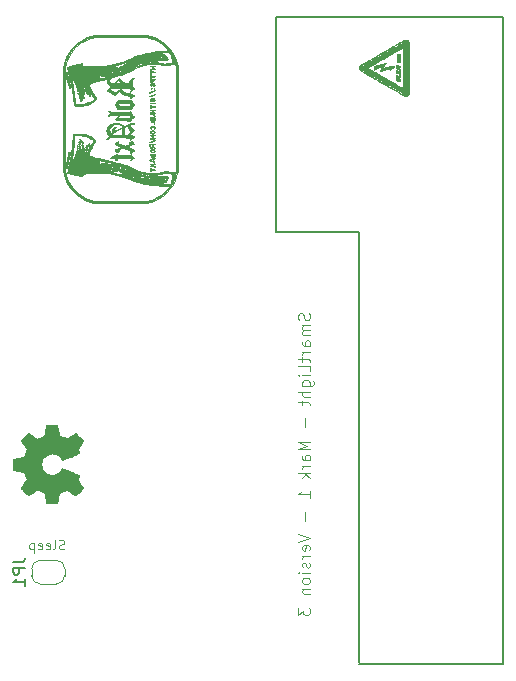
<source format=gbr>
%TF.GenerationSoftware,KiCad,Pcbnew,(5.1.9)-1*%
%TF.CreationDate,2021-08-20T11:33:55-03:00*%
%TF.ProjectId,SmartLightMk1,536d6172-744c-4696-9768-744d6b312e6b,rev?*%
%TF.SameCoordinates,Original*%
%TF.FileFunction,Legend,Bot*%
%TF.FilePolarity,Positive*%
%FSLAX46Y46*%
G04 Gerber Fmt 4.6, Leading zero omitted, Abs format (unit mm)*
G04 Created by KiCad (PCBNEW (5.1.9)-1) date 2021-08-20 11:33:55*
%MOMM*%
%LPD*%
G01*
G04 APERTURE LIST*
%ADD10C,0.200000*%
%ADD11C,0.100000*%
%ADD12C,0.010000*%
%ADD13C,0.120000*%
%ADD14C,0.150000*%
G04 APERTURE END LIST*
D10*
X167259000Y-68453000D02*
X167259000Y-123190000D01*
X148082000Y-68453000D02*
X167259000Y-68453000D01*
X148082000Y-86614000D02*
X148082000Y-68453000D01*
X155067000Y-86614000D02*
X148082000Y-86614000D01*
X155067000Y-123063000D02*
X155067000Y-86614000D01*
X155067000Y-123190000D02*
X167259000Y-123190000D01*
D11*
X150899761Y-93537095D02*
X150947380Y-93679952D01*
X150947380Y-93918047D01*
X150899761Y-94013285D01*
X150852142Y-94060904D01*
X150756904Y-94108523D01*
X150661666Y-94108523D01*
X150566428Y-94060904D01*
X150518809Y-94013285D01*
X150471190Y-93918047D01*
X150423571Y-93727571D01*
X150375952Y-93632333D01*
X150328333Y-93584714D01*
X150233095Y-93537095D01*
X150137857Y-93537095D01*
X150042619Y-93584714D01*
X149995000Y-93632333D01*
X149947380Y-93727571D01*
X149947380Y-93965666D01*
X149995000Y-94108523D01*
X150947380Y-94537095D02*
X150280714Y-94537095D01*
X150375952Y-94537095D02*
X150328333Y-94584714D01*
X150280714Y-94679952D01*
X150280714Y-94822809D01*
X150328333Y-94918047D01*
X150423571Y-94965666D01*
X150947380Y-94965666D01*
X150423571Y-94965666D02*
X150328333Y-95013285D01*
X150280714Y-95108523D01*
X150280714Y-95251380D01*
X150328333Y-95346619D01*
X150423571Y-95394238D01*
X150947380Y-95394238D01*
X150947380Y-96299000D02*
X150423571Y-96299000D01*
X150328333Y-96251380D01*
X150280714Y-96156142D01*
X150280714Y-95965666D01*
X150328333Y-95870428D01*
X150899761Y-96299000D02*
X150947380Y-96203761D01*
X150947380Y-95965666D01*
X150899761Y-95870428D01*
X150804523Y-95822809D01*
X150709285Y-95822809D01*
X150614047Y-95870428D01*
X150566428Y-95965666D01*
X150566428Y-96203761D01*
X150518809Y-96299000D01*
X150947380Y-96775190D02*
X150280714Y-96775190D01*
X150471190Y-96775190D02*
X150375952Y-96822809D01*
X150328333Y-96870428D01*
X150280714Y-96965666D01*
X150280714Y-97060904D01*
X150280714Y-97251380D02*
X150280714Y-97632333D01*
X149947380Y-97394238D02*
X150804523Y-97394238D01*
X150899761Y-97441857D01*
X150947380Y-97537095D01*
X150947380Y-97632333D01*
X150947380Y-98441857D02*
X150947380Y-97965666D01*
X149947380Y-97965666D01*
X150947380Y-98775190D02*
X150280714Y-98775190D01*
X149947380Y-98775190D02*
X149995000Y-98727571D01*
X150042619Y-98775190D01*
X149995000Y-98822809D01*
X149947380Y-98775190D01*
X150042619Y-98775190D01*
X150280714Y-99679952D02*
X151090238Y-99679952D01*
X151185476Y-99632333D01*
X151233095Y-99584714D01*
X151280714Y-99489476D01*
X151280714Y-99346619D01*
X151233095Y-99251380D01*
X150899761Y-99679952D02*
X150947380Y-99584714D01*
X150947380Y-99394238D01*
X150899761Y-99299000D01*
X150852142Y-99251380D01*
X150756904Y-99203761D01*
X150471190Y-99203761D01*
X150375952Y-99251380D01*
X150328333Y-99299000D01*
X150280714Y-99394238D01*
X150280714Y-99584714D01*
X150328333Y-99679952D01*
X150947380Y-100156142D02*
X149947380Y-100156142D01*
X150947380Y-100584714D02*
X150423571Y-100584714D01*
X150328333Y-100537095D01*
X150280714Y-100441857D01*
X150280714Y-100299000D01*
X150328333Y-100203761D01*
X150375952Y-100156142D01*
X150280714Y-100918047D02*
X150280714Y-101299000D01*
X149947380Y-101060904D02*
X150804523Y-101060904D01*
X150899761Y-101108523D01*
X150947380Y-101203761D01*
X150947380Y-101299000D01*
X150566428Y-102394238D02*
X150566428Y-103156142D01*
X150947380Y-104394238D02*
X149947380Y-104394238D01*
X150661666Y-104727571D01*
X149947380Y-105060904D01*
X150947380Y-105060904D01*
X150947380Y-105965666D02*
X150423571Y-105965666D01*
X150328333Y-105918047D01*
X150280714Y-105822809D01*
X150280714Y-105632333D01*
X150328333Y-105537095D01*
X150899761Y-105965666D02*
X150947380Y-105870428D01*
X150947380Y-105632333D01*
X150899761Y-105537095D01*
X150804523Y-105489476D01*
X150709285Y-105489476D01*
X150614047Y-105537095D01*
X150566428Y-105632333D01*
X150566428Y-105870428D01*
X150518809Y-105965666D01*
X150947380Y-106441857D02*
X150280714Y-106441857D01*
X150471190Y-106441857D02*
X150375952Y-106489476D01*
X150328333Y-106537095D01*
X150280714Y-106632333D01*
X150280714Y-106727571D01*
X150947380Y-107060904D02*
X149947380Y-107060904D01*
X150566428Y-107156142D02*
X150947380Y-107441857D01*
X150280714Y-107441857D02*
X150661666Y-107060904D01*
X150947380Y-109156142D02*
X150947380Y-108584714D01*
X150947380Y-108870428D02*
X149947380Y-108870428D01*
X150090238Y-108775190D01*
X150185476Y-108679952D01*
X150233095Y-108584714D01*
X150566428Y-110346619D02*
X150566428Y-111108523D01*
X149947380Y-112203761D02*
X150947380Y-112537095D01*
X149947380Y-112870428D01*
X150899761Y-113584714D02*
X150947380Y-113489476D01*
X150947380Y-113299000D01*
X150899761Y-113203761D01*
X150804523Y-113156142D01*
X150423571Y-113156142D01*
X150328333Y-113203761D01*
X150280714Y-113299000D01*
X150280714Y-113489476D01*
X150328333Y-113584714D01*
X150423571Y-113632333D01*
X150518809Y-113632333D01*
X150614047Y-113156142D01*
X150947380Y-114060904D02*
X150280714Y-114060904D01*
X150471190Y-114060904D02*
X150375952Y-114108523D01*
X150328333Y-114156142D01*
X150280714Y-114251380D01*
X150280714Y-114346619D01*
X150899761Y-114632333D02*
X150947380Y-114727571D01*
X150947380Y-114918047D01*
X150899761Y-115013285D01*
X150804523Y-115060904D01*
X150756904Y-115060904D01*
X150661666Y-115013285D01*
X150614047Y-114918047D01*
X150614047Y-114775190D01*
X150566428Y-114679952D01*
X150471190Y-114632333D01*
X150423571Y-114632333D01*
X150328333Y-114679952D01*
X150280714Y-114775190D01*
X150280714Y-114918047D01*
X150328333Y-115013285D01*
X150947380Y-115489476D02*
X150280714Y-115489476D01*
X149947380Y-115489476D02*
X149995000Y-115441857D01*
X150042619Y-115489476D01*
X149995000Y-115537095D01*
X149947380Y-115489476D01*
X150042619Y-115489476D01*
X150947380Y-116108523D02*
X150899761Y-116013285D01*
X150852142Y-115965666D01*
X150756904Y-115918047D01*
X150471190Y-115918047D01*
X150375952Y-115965666D01*
X150328333Y-116013285D01*
X150280714Y-116108523D01*
X150280714Y-116251380D01*
X150328333Y-116346619D01*
X150375952Y-116394238D01*
X150471190Y-116441857D01*
X150756904Y-116441857D01*
X150852142Y-116394238D01*
X150899761Y-116346619D01*
X150947380Y-116251380D01*
X150947380Y-116108523D01*
X150280714Y-116870428D02*
X150947380Y-116870428D01*
X150375952Y-116870428D02*
X150328333Y-116918047D01*
X150280714Y-117013285D01*
X150280714Y-117156142D01*
X150328333Y-117251380D01*
X150423571Y-117299000D01*
X150947380Y-117299000D01*
X149947380Y-118441857D02*
X149947380Y-119060904D01*
X150328333Y-118727571D01*
X150328333Y-118870428D01*
X150375952Y-118965666D01*
X150423571Y-119013285D01*
X150518809Y-119060904D01*
X150756904Y-119060904D01*
X150852142Y-119013285D01*
X150899761Y-118965666D01*
X150947380Y-118870428D01*
X150947380Y-118584714D01*
X150899761Y-118489476D01*
X150852142Y-118441857D01*
D12*
%TO.C,G\u002A\u002A\u002A*%
G36*
X130027887Y-77549621D02*
G01*
X130028194Y-77885072D01*
X130028669Y-78216176D01*
X130029309Y-78541113D01*
X130030117Y-78858063D01*
X130031091Y-79165207D01*
X130032232Y-79460725D01*
X130033539Y-79742797D01*
X130035013Y-80009604D01*
X130036654Y-80259326D01*
X130038462Y-80490144D01*
X130040437Y-80700237D01*
X130042578Y-80887785D01*
X130044887Y-81050971D01*
X130047363Y-81187972D01*
X130050005Y-81296971D01*
X130052815Y-81376147D01*
X130055792Y-81423680D01*
X130056476Y-81429761D01*
X130115793Y-81755732D01*
X130206412Y-82068991D01*
X130327912Y-82368686D01*
X130479871Y-82653968D01*
X130661869Y-82923983D01*
X130873485Y-83177882D01*
X130970293Y-83278707D01*
X131217367Y-83502520D01*
X131482033Y-83697397D01*
X131764302Y-83863345D01*
X132064186Y-84000369D01*
X132381697Y-84108478D01*
X132595290Y-84162747D01*
X132799667Y-84208173D01*
X134823200Y-84213672D01*
X135139547Y-84214537D01*
X135424050Y-84215269D01*
X135678729Y-84215786D01*
X135905608Y-84216006D01*
X136106709Y-84215847D01*
X136284053Y-84215227D01*
X136439663Y-84214065D01*
X136575559Y-84212280D01*
X136693766Y-84209788D01*
X136796304Y-84206508D01*
X136885195Y-84202359D01*
X136962462Y-84197259D01*
X137030126Y-84191126D01*
X137090210Y-84183878D01*
X137144736Y-84175433D01*
X137195725Y-84165710D01*
X137245199Y-84154627D01*
X137295181Y-84142102D01*
X137347693Y-84128053D01*
X137404757Y-84112398D01*
X137418213Y-84108706D01*
X137726597Y-84007183D01*
X138019335Y-83875840D01*
X138296914Y-83714389D01*
X138559823Y-83522543D01*
X138808550Y-83300016D01*
X138829265Y-83279465D01*
X139048525Y-83039924D01*
X139237637Y-82789091D01*
X139398188Y-82524071D01*
X139531763Y-82241965D01*
X139639947Y-81939877D01*
X139713513Y-81663524D01*
X139758584Y-81466267D01*
X139761663Y-77139800D01*
X139761969Y-76676227D01*
X139762199Y-76245340D01*
X139762350Y-75845960D01*
X139762414Y-75476905D01*
X139762386Y-75136996D01*
X139762262Y-74825052D01*
X139762036Y-74539893D01*
X139761702Y-74280338D01*
X139761256Y-74045209D01*
X139760691Y-73833323D01*
X139760003Y-73643501D01*
X139759185Y-73474563D01*
X139758234Y-73325328D01*
X139757142Y-73194616D01*
X139755906Y-73081247D01*
X139754519Y-72984041D01*
X139752977Y-72901816D01*
X139751273Y-72833394D01*
X139749403Y-72777594D01*
X139747361Y-72733235D01*
X139745142Y-72699137D01*
X139742740Y-72674120D01*
X139741310Y-72663616D01*
X139683024Y-72382111D01*
X139597437Y-72099514D01*
X139488429Y-71827945D01*
X139443639Y-71734089D01*
X139330461Y-71522718D01*
X139212381Y-71334863D01*
X139082020Y-71160264D01*
X138932002Y-70988661D01*
X138836893Y-70890285D01*
X138589160Y-70664747D01*
X138325155Y-70468723D01*
X138045690Y-70302621D01*
X137751578Y-70166850D01*
X137443632Y-70061815D01*
X137122665Y-69987926D01*
X136997411Y-69968094D01*
X136964988Y-69964068D01*
X136927646Y-69960496D01*
X136883451Y-69957359D01*
X136830471Y-69954640D01*
X136766773Y-69952321D01*
X136690426Y-69950385D01*
X136599496Y-69948814D01*
X136492052Y-69947590D01*
X136366160Y-69946696D01*
X136219888Y-69946114D01*
X136051303Y-69945827D01*
X135858474Y-69945816D01*
X135639468Y-69946065D01*
X135392351Y-69946555D01*
X135115192Y-69947269D01*
X134944523Y-69947776D01*
X134944523Y-70096810D01*
X135172335Y-70096990D01*
X135396396Y-70097433D01*
X135613571Y-70098141D01*
X135820726Y-70099112D01*
X136014724Y-70100348D01*
X136192433Y-70101848D01*
X136350716Y-70103613D01*
X136486439Y-70105642D01*
X136596468Y-70107936D01*
X136677667Y-70110494D01*
X136711267Y-70112157D01*
X137039332Y-70147327D01*
X137350399Y-70211477D01*
X137645991Y-70305234D01*
X137927632Y-70429227D01*
X138196844Y-70584082D01*
X138455150Y-70770425D01*
X138594005Y-70887346D01*
X138650835Y-70939854D01*
X138712202Y-71000072D01*
X138773712Y-71063233D01*
X138830972Y-71124571D01*
X138879587Y-71179319D01*
X138915165Y-71222709D01*
X138933311Y-71249975D01*
X138934197Y-71256447D01*
X138915453Y-71260597D01*
X138868748Y-71266928D01*
X138852683Y-71268756D01*
X138852683Y-71412762D01*
X138889688Y-71416126D01*
X138919453Y-71423550D01*
X138946391Y-71435182D01*
X138974916Y-71451173D01*
X139009440Y-71471673D01*
X139010272Y-71472159D01*
X139066217Y-71506299D01*
X139110430Y-71536004D01*
X139134808Y-71555766D01*
X139136585Y-71558032D01*
X139143092Y-71579716D01*
X139154360Y-71628604D01*
X139169205Y-71698558D01*
X139186443Y-71783442D01*
X139204891Y-71877118D01*
X139223363Y-71973449D01*
X139240676Y-72066299D01*
X139255645Y-72149530D01*
X139267087Y-72217005D01*
X139273816Y-72262588D01*
X139275065Y-72275700D01*
X139273354Y-72305448D01*
X139268812Y-72313800D01*
X139250420Y-72316419D01*
X139203926Y-72323710D01*
X139134641Y-72334820D01*
X139047877Y-72348897D01*
X138948943Y-72365089D01*
X138944558Y-72365810D01*
X138628160Y-72417820D01*
X138490980Y-72375719D01*
X138397758Y-72347926D01*
X138317780Y-72326710D01*
X138243934Y-72311204D01*
X138169110Y-72300542D01*
X138086199Y-72293858D01*
X137988089Y-72290287D01*
X137867670Y-72288962D01*
X137778067Y-72288889D01*
X137593938Y-72291073D01*
X137434067Y-72297857D01*
X137289023Y-72310374D01*
X137149376Y-72329758D01*
X137005694Y-72357142D01*
X136848548Y-72393660D01*
X136795933Y-72406933D01*
X136529647Y-72485645D01*
X136289489Y-72578506D01*
X136078107Y-72684481D01*
X136059334Y-72695360D01*
X135969795Y-72746009D01*
X135866420Y-72801570D01*
X135766225Y-72852987D01*
X135726754Y-72872339D01*
X135654051Y-72905584D01*
X135563718Y-72944327D01*
X135462925Y-72985761D01*
X135358844Y-73027076D01*
X135258643Y-73065464D01*
X135169495Y-73098118D01*
X135098570Y-73122229D01*
X135060267Y-73133358D01*
X135017934Y-73143712D01*
X135060267Y-73123988D01*
X135291772Y-73014443D01*
X135495981Y-72914133D01*
X135677445Y-72820777D01*
X135834149Y-72735758D01*
X135937703Y-72678953D01*
X136050545Y-72618693D01*
X136161131Y-72561044D01*
X136257920Y-72512072D01*
X136286350Y-72498129D01*
X136362011Y-72460658D01*
X136426307Y-72427345D01*
X136473209Y-72401422D01*
X136496688Y-72386121D01*
X136498017Y-72384661D01*
X136517668Y-72374344D01*
X136563052Y-72358605D01*
X136626932Y-72339772D01*
X136685867Y-72324201D01*
X136776800Y-72300416D01*
X136872090Y-72274039D01*
X136956827Y-72249249D01*
X136990667Y-72238728D01*
X137051481Y-72218644D01*
X137082874Y-72206158D01*
X137087916Y-72199317D01*
X137069675Y-72196163D01*
X137058400Y-72195570D01*
X137023525Y-72191753D01*
X137017249Y-72185458D01*
X137034532Y-72178113D01*
X137070334Y-72171146D01*
X137119613Y-72165985D01*
X137169598Y-72164074D01*
X137229475Y-72160526D01*
X137310159Y-72151534D01*
X137399311Y-72138620D01*
X137456333Y-72128772D01*
X137541996Y-72114290D01*
X137624941Y-72102734D01*
X137693856Y-72095560D01*
X137727379Y-72093924D01*
X137791705Y-72089877D01*
X137852964Y-72080009D01*
X137871312Y-72075186D01*
X137914085Y-72066625D01*
X137979804Y-72058976D01*
X138057550Y-72053367D01*
X138099800Y-72051608D01*
X138184738Y-72049058D01*
X138241214Y-72046833D01*
X138274610Y-72043961D01*
X138290304Y-72039468D01*
X138293678Y-72032379D01*
X138290112Y-72021721D01*
X138288410Y-72017467D01*
X138288058Y-71995662D01*
X138295065Y-71992067D01*
X138309619Y-71978343D01*
X138311467Y-71966667D01*
X138302872Y-71944592D01*
X138273985Y-71944734D01*
X138253682Y-71951508D01*
X138234745Y-71966395D01*
X138234951Y-71974622D01*
X138223898Y-71982599D01*
X138187210Y-71990767D01*
X138137487Y-71996878D01*
X138076123Y-72003168D01*
X137993434Y-72012768D01*
X137901628Y-72024218D01*
X137835869Y-72032908D01*
X137747779Y-72044160D01*
X137662462Y-72053821D01*
X137590997Y-72060700D01*
X137552235Y-72063360D01*
X137503020Y-72067618D01*
X137471306Y-72074425D01*
X137464800Y-72079282D01*
X137449845Y-72085383D01*
X137412326Y-72086214D01*
X137394920Y-72085003D01*
X137331572Y-72087558D01*
X137299993Y-72103655D01*
X137271979Y-72119034D01*
X137253586Y-72110976D01*
X137228475Y-72104078D01*
X137212182Y-72117401D01*
X137179328Y-72133104D01*
X137122335Y-72135864D01*
X137048372Y-72125649D01*
X137016876Y-72118247D01*
X136989271Y-72110171D01*
X136984531Y-72103233D01*
X137005945Y-72093678D01*
X137050743Y-72079605D01*
X137096443Y-72063323D01*
X137111989Y-72052502D01*
X137100705Y-72047496D01*
X137065917Y-72048657D01*
X137010948Y-72056337D01*
X136948542Y-72068765D01*
X136922933Y-72075444D01*
X136922933Y-72110600D01*
X136936872Y-72116795D01*
X136934222Y-72121889D01*
X136914126Y-72123915D01*
X136911645Y-72121889D01*
X136913969Y-72111822D01*
X136922933Y-72110600D01*
X136922933Y-72075444D01*
X136884241Y-72085536D01*
X136840063Y-72101894D01*
X136819388Y-72115787D01*
X136825592Y-72125165D01*
X136850967Y-72128021D01*
X136847129Y-72133230D01*
X136816026Y-72147175D01*
X136762524Y-72167899D01*
X136691492Y-72193443D01*
X136668933Y-72201258D01*
X136570943Y-72236678D01*
X136473214Y-72275938D01*
X136370889Y-72321382D01*
X136259112Y-72375353D01*
X136133025Y-72440193D01*
X135987772Y-72518248D01*
X135822267Y-72609753D01*
X135681646Y-72688157D01*
X135566186Y-72752176D01*
X135471560Y-72804080D01*
X135393439Y-72846140D01*
X135327496Y-72880624D01*
X135269403Y-72909804D01*
X135214833Y-72935948D01*
X135159458Y-72961326D01*
X135109909Y-72983381D01*
X135036295Y-73016339D01*
X134991241Y-73038060D01*
X134972045Y-73050340D01*
X134976011Y-73054976D01*
X135000439Y-73053765D01*
X135004931Y-73053277D01*
X135060243Y-73039689D01*
X135141002Y-73009215D01*
X135244177Y-72963302D01*
X135366736Y-72903394D01*
X135505650Y-72830936D01*
X135657886Y-72747372D01*
X135717771Y-72713479D01*
X135888834Y-72616806D01*
X136036078Y-72535744D01*
X136164318Y-72467822D01*
X136278369Y-72410570D01*
X136383048Y-72361515D01*
X136483169Y-72318187D01*
X136508067Y-72307955D01*
X136632681Y-72258628D01*
X136731222Y-72223071D01*
X136808018Y-72200139D01*
X136867401Y-72188686D01*
X136913701Y-72187566D01*
X136942795Y-72192917D01*
X136976326Y-72203653D01*
X136978957Y-72208838D01*
X136957937Y-72210673D01*
X136917314Y-72217883D01*
X136852115Y-72236015D01*
X136768925Y-72262727D01*
X136674331Y-72295676D01*
X136574917Y-72332521D01*
X136477270Y-72370919D01*
X136387974Y-72408528D01*
X136338626Y-72430925D01*
X136261605Y-72468561D01*
X136165618Y-72517492D01*
X136061139Y-72572272D01*
X135958642Y-72627454D01*
X135923759Y-72646639D01*
X135787280Y-72722037D01*
X135675420Y-72783339D01*
X135583286Y-72833064D01*
X135505987Y-72873729D01*
X135438628Y-72907852D01*
X135376319Y-72937950D01*
X135314165Y-72966541D01*
X135247274Y-72996143D01*
X135229600Y-73003839D01*
X134992534Y-73098482D01*
X134992534Y-73143533D01*
X135006472Y-73149729D01*
X135003822Y-73154822D01*
X134983726Y-73156849D01*
X134981245Y-73154822D01*
X134983569Y-73144755D01*
X134992534Y-73143533D01*
X134992534Y-73098482D01*
X134981438Y-73102912D01*
X134941734Y-73115618D01*
X134941734Y-73160466D01*
X134955672Y-73166662D01*
X134953022Y-73171755D01*
X134932926Y-73173782D01*
X134930445Y-73171755D01*
X134932769Y-73161689D01*
X134941734Y-73160466D01*
X134941734Y-73115618D01*
X134890934Y-73131876D01*
X134890934Y-73177400D01*
X134904872Y-73183595D01*
X134902222Y-73188689D01*
X134882126Y-73190715D01*
X134879645Y-73188689D01*
X134881969Y-73178622D01*
X134890934Y-73177400D01*
X134890934Y-73131876D01*
X134840134Y-73148134D01*
X134840134Y-73194333D01*
X134854072Y-73200529D01*
X134851422Y-73205622D01*
X134831326Y-73207649D01*
X134828845Y-73205622D01*
X134831169Y-73195555D01*
X134840134Y-73194333D01*
X134840134Y-73148134D01*
X134772400Y-73169811D01*
X134772400Y-73211266D01*
X134786338Y-73217462D01*
X134783689Y-73222555D01*
X134763593Y-73224582D01*
X134761111Y-73222555D01*
X134763436Y-73212489D01*
X134772400Y-73211266D01*
X134772400Y-73169811D01*
X134740501Y-73180021D01*
X134721600Y-73184517D01*
X134721600Y-73228200D01*
X134735538Y-73234395D01*
X134732889Y-73239489D01*
X134712793Y-73241515D01*
X134710311Y-73239489D01*
X134712636Y-73229422D01*
X134721600Y-73228200D01*
X134721600Y-73184517D01*
X134660922Y-73198951D01*
X134660922Y-73246470D01*
X134682885Y-73249583D01*
X134683147Y-73255364D01*
X134660484Y-73259406D01*
X134650692Y-73256701D01*
X134644278Y-73249182D01*
X134660922Y-73246470D01*
X134660922Y-73198951D01*
X134605224Y-73212201D01*
X134605224Y-73266386D01*
X134608834Y-73269836D01*
X134580475Y-73281206D01*
X134520591Y-73300349D01*
X134429625Y-73327122D01*
X134308021Y-73361381D01*
X134200691Y-73390888D01*
X134067904Y-73426135D01*
X133965490Y-73451192D01*
X133893939Y-73465953D01*
X133853740Y-73470314D01*
X133844569Y-73467305D01*
X133826417Y-73449215D01*
X133820911Y-73448333D01*
X133810428Y-73460559D01*
X133812632Y-73471929D01*
X133808255Y-73482176D01*
X133785762Y-73494684D01*
X133741999Y-73510491D01*
X133673815Y-73530637D01*
X133578056Y-73556159D01*
X133486164Y-73579474D01*
X133373009Y-73607630D01*
X133288191Y-73628074D01*
X133227231Y-73641464D01*
X133185649Y-73648460D01*
X133158967Y-73649718D01*
X133142704Y-73645896D01*
X133132383Y-73637653D01*
X133128049Y-73632078D01*
X133104194Y-73607262D01*
X133090189Y-73600733D01*
X133086329Y-73610995D01*
X133095385Y-73625391D01*
X133106739Y-73655560D01*
X133103136Y-73670620D01*
X133089551Y-73676939D01*
X133076824Y-73654428D01*
X133058140Y-73624321D01*
X133039948Y-73618976D01*
X133031736Y-73637976D01*
X133034290Y-73656291D01*
X133036604Y-73679304D01*
X133024393Y-73694390D01*
X132990553Y-73706804D01*
X132953731Y-73715898D01*
X132898049Y-73725860D01*
X132852903Y-73728708D01*
X132835806Y-73726262D01*
X132812657Y-73725044D01*
X132808134Y-73732536D01*
X132793348Y-73746317D01*
X132757326Y-73757248D01*
X132753100Y-73757952D01*
X132700069Y-73769750D01*
X132640344Y-73787825D01*
X132630334Y-73791393D01*
X132570487Y-73810613D01*
X132511397Y-73825483D01*
X132503334Y-73827046D01*
X132479277Y-73829777D01*
X132477758Y-73824059D01*
X132501158Y-73807788D01*
X132551860Y-73778861D01*
X132567888Y-73770058D01*
X132632214Y-73738166D01*
X132691712Y-73714351D01*
X132735563Y-73702810D01*
X132742454Y-73702333D01*
X132775206Y-73698448D01*
X132784944Y-73689043D01*
X132784639Y-73688483D01*
X132793567Y-73674519D01*
X132825120Y-73653140D01*
X132870231Y-73628864D01*
X132919830Y-73606209D01*
X132964848Y-73589692D01*
X132994775Y-73583800D01*
X133022060Y-73573123D01*
X133028267Y-73558400D01*
X133022222Y-73538344D01*
X133000773Y-73535780D01*
X132958945Y-73551184D01*
X132923609Y-73568426D01*
X132854168Y-73603853D01*
X132864786Y-73564193D01*
X132873191Y-73527550D01*
X132875636Y-73509859D01*
X132889909Y-73501642D01*
X132918180Y-73503274D01*
X132962493Y-73500912D01*
X132990147Y-73488411D01*
X133000471Y-73477383D01*
X132992806Y-73471274D01*
X132962386Y-73469380D01*
X132904448Y-73470995D01*
X132880032Y-73472103D01*
X132815261Y-73473429D01*
X132815261Y-73598236D01*
X132826075Y-73606252D01*
X132810221Y-73620342D01*
X132765103Y-73642665D01*
X132758056Y-73645798D01*
X132702345Y-73667536D01*
X132654197Y-73681453D01*
X132632395Y-73684327D01*
X132623141Y-73677942D01*
X132645754Y-73660330D01*
X132689600Y-73636764D01*
X132744464Y-73613152D01*
X132791409Y-73599501D01*
X132815261Y-73598236D01*
X132815261Y-73473429D01*
X132814603Y-73473443D01*
X132793309Y-73472509D01*
X132793309Y-73518391D01*
X132813300Y-73524472D01*
X132815160Y-73541192D01*
X132813707Y-73547384D01*
X132795071Y-73571813D01*
X132774537Y-73571844D01*
X132733962Y-73572443D01*
X132712498Y-73579619D01*
X132672102Y-73587697D01*
X132638800Y-73584129D01*
X132596467Y-73572842D01*
X132634567Y-73560246D01*
X132664010Y-73546273D01*
X132672680Y-73536092D01*
X132687818Y-73528166D01*
X132726021Y-73521585D01*
X132747447Y-73519718D01*
X132793309Y-73518391D01*
X132793309Y-73472509D01*
X132763068Y-73471182D01*
X132734006Y-73465814D01*
X132730866Y-73463540D01*
X132734428Y-73449541D01*
X132741474Y-73448333D01*
X132752333Y-73441899D01*
X132740400Y-73422933D01*
X132728843Y-73402968D01*
X132745372Y-73397569D01*
X132748867Y-73397533D01*
X132768515Y-73393224D01*
X132759807Y-73375163D01*
X132757333Y-73372133D01*
X132746401Y-73351834D01*
X132751027Y-73346992D01*
X132785543Y-73361350D01*
X132799340Y-73394635D01*
X132798777Y-73401699D01*
X132804128Y-73433439D01*
X132825229Y-73444660D01*
X132846145Y-73434029D01*
X132854162Y-73409497D01*
X132842596Y-73389784D01*
X132833263Y-73373721D01*
X132844592Y-73366289D01*
X132882495Y-73364669D01*
X132894960Y-73364813D01*
X132938323Y-73366418D01*
X132951780Y-73370819D01*
X132939286Y-73380164D01*
X132930900Y-73384334D01*
X132901870Y-73403677D01*
X132892800Y-73417796D01*
X132905676Y-73427351D01*
X132932911Y-73425908D01*
X132957413Y-73415031D01*
X132960703Y-73411576D01*
X132981984Y-73399493D01*
X133015736Y-73388573D01*
X133048915Y-73383830D01*
X133060829Y-73398242D01*
X133062134Y-73421097D01*
X133067645Y-73453789D01*
X133078867Y-73465266D01*
X133090508Y-73451203D01*
X133091567Y-73428972D01*
X133092692Y-73406689D01*
X133108256Y-73396533D01*
X133146658Y-73394545D01*
X133163733Y-73394945D01*
X133230065Y-73398985D01*
X133296451Y-73406059D01*
X133307667Y-73407681D01*
X133349598Y-73412006D01*
X133362202Y-73406769D01*
X133357562Y-73399318D01*
X133333398Y-73388677D01*
X133284631Y-73376789D01*
X133220363Y-73365736D01*
X133197070Y-73362597D01*
X133131120Y-73352972D01*
X133079041Y-73342828D01*
X133049230Y-73333900D01*
X133045574Y-73331327D01*
X133023337Y-73313585D01*
X133011334Y-73307787D01*
X133012205Y-73303831D01*
X133040341Y-73303915D01*
X133079067Y-73307026D01*
X133173497Y-73314641D01*
X133300639Y-73321710D01*
X133461061Y-73328266D01*
X133465300Y-73328417D01*
X133492563Y-73335814D01*
X133492225Y-73349498D01*
X133500862Y-73359387D01*
X133539136Y-73365011D01*
X133603122Y-73366656D01*
X133688897Y-73364608D01*
X133792538Y-73359152D01*
X133910122Y-73350576D01*
X134037726Y-73339165D01*
X134171425Y-73325204D01*
X134307296Y-73308981D01*
X134441416Y-73290780D01*
X134569200Y-73270998D01*
X134605224Y-73266386D01*
X134605224Y-73212201D01*
X134494188Y-73238617D01*
X134229903Y-73282153D01*
X134199347Y-73286151D01*
X134123782Y-73294991D01*
X134050539Y-73302147D01*
X133984484Y-73307375D01*
X133930486Y-73310432D01*
X133893410Y-73311073D01*
X133878125Y-73309055D01*
X133889497Y-73304135D01*
X133904567Y-73300916D01*
X133934339Y-73287640D01*
X133942699Y-73273589D01*
X133959354Y-73261159D01*
X134008474Y-73252667D01*
X134065466Y-73249043D01*
X134156832Y-73243636D01*
X134214542Y-73235436D01*
X134238692Y-73224421D01*
X134230516Y-73211256D01*
X134227308Y-73199044D01*
X134257622Y-73187410D01*
X134263290Y-73186110D01*
X134303380Y-73171299D01*
X134326056Y-73151781D01*
X134326446Y-73150864D01*
X134347708Y-73132962D01*
X134388531Y-73118936D01*
X134397268Y-73117274D01*
X134454661Y-73106622D01*
X134484924Y-73096705D01*
X134494558Y-73084251D01*
X134491595Y-73069776D01*
X134481269Y-73056350D01*
X134459574Y-73056477D01*
X134417311Y-73070497D01*
X134411447Y-73072734D01*
X134366385Y-73092074D01*
X134336255Y-73108781D01*
X134331020Y-73113451D01*
X134305388Y-73130619D01*
X134255462Y-73150818D01*
X134190328Y-73171359D01*
X134119073Y-73189553D01*
X134050782Y-73202710D01*
X134014634Y-73207099D01*
X133955878Y-73210685D01*
X133923512Y-73208269D01*
X133910398Y-73198643D01*
X133908800Y-73189184D01*
X133918270Y-73159365D01*
X133925734Y-73152000D01*
X133942025Y-73130099D01*
X133942667Y-73125278D01*
X133929832Y-73115832D01*
X133899218Y-73119461D01*
X133865056Y-73131929D01*
X133865056Y-73161803D01*
X133887019Y-73164917D01*
X133887281Y-73170697D01*
X133864617Y-73174739D01*
X133854825Y-73172034D01*
X133848411Y-73164515D01*
X133865056Y-73161803D01*
X133865056Y-73131929D01*
X133862655Y-73132806D01*
X133832600Y-73152111D01*
X133832600Y-73211266D01*
X133841067Y-73219733D01*
X133832600Y-73228200D01*
X133824133Y-73219733D01*
X133832600Y-73211266D01*
X133832600Y-73152111D01*
X133831978Y-73152511D01*
X133826424Y-73158264D01*
X133805945Y-73175002D01*
X133795430Y-73164851D01*
X133793089Y-73162911D01*
X133793089Y-73228200D01*
X133804389Y-73240451D01*
X133803028Y-73249366D01*
X133781723Y-73262693D01*
X133729963Y-73271972D01*
X133696516Y-73274365D01*
X133696516Y-73304469D01*
X133693373Y-73314921D01*
X133692588Y-73315719D01*
X133663315Y-73327656D01*
X133652485Y-73326206D01*
X133648554Y-73317481D01*
X133670376Y-73308315D01*
X133696516Y-73304469D01*
X133696516Y-73274365D01*
X133678851Y-73275629D01*
X133615637Y-73276831D01*
X133583061Y-73273259D01*
X133578180Y-73264514D01*
X133580062Y-73262314D01*
X133613686Y-73243654D01*
X133660580Y-73233324D01*
X133706876Y-73232643D01*
X133738708Y-73242928D01*
X133742451Y-73246876D01*
X133758341Y-73261058D01*
X133767567Y-73249366D01*
X133786135Y-73229742D01*
X133793089Y-73228200D01*
X133793089Y-73162911D01*
X133782943Y-73154499D01*
X133760716Y-73170665D01*
X133740068Y-73183980D01*
X133706532Y-73191261D01*
X133652859Y-73193373D01*
X133584268Y-73191681D01*
X133527800Y-73190453D01*
X133527800Y-73279000D01*
X133536267Y-73287466D01*
X133527800Y-73295933D01*
X133519333Y-73287466D01*
X133527800Y-73279000D01*
X133527800Y-73190453D01*
X133517869Y-73190237D01*
X133466596Y-73191286D01*
X133438057Y-73194571D01*
X133434658Y-73196742D01*
X133419179Y-73201185D01*
X133413212Y-73201402D01*
X133413212Y-73253281D01*
X133426200Y-73255943D01*
X133448480Y-73267962D01*
X133451600Y-73272345D01*
X133437773Y-73278264D01*
X133426200Y-73279000D01*
X133403662Y-73270138D01*
X133400800Y-73262598D01*
X133413212Y-73253281D01*
X133413212Y-73201402D01*
X133378188Y-73202679D01*
X133319867Y-73201685D01*
X133252397Y-73198663D01*
X133207965Y-73195683D01*
X133207965Y-73240230D01*
X133245582Y-73240598D01*
X133287831Y-73245935D01*
X133321365Y-73254635D01*
X133333067Y-73263845D01*
X133318082Y-73273503D01*
X133280832Y-73278708D01*
X133268156Y-73279000D01*
X133212321Y-73274481D01*
X133186781Y-73261352D01*
X133188328Y-73246436D01*
X133207965Y-73240230D01*
X133207965Y-73195683D01*
X133183962Y-73194073D01*
X133122743Y-73188376D01*
X133076923Y-73182033D01*
X133054684Y-73175503D01*
X133054513Y-73175353D01*
X133029327Y-73166369D01*
X132983055Y-73160052D01*
X132952913Y-73158475D01*
X132867400Y-73156483D01*
X132950991Y-73142494D01*
X133002205Y-73136131D01*
X133039547Y-73135509D01*
X133049705Y-73137851D01*
X133073472Y-73142475D01*
X133120376Y-73145233D01*
X133172995Y-73145574D01*
X133237300Y-73147207D01*
X133293583Y-73153096D01*
X133323449Y-73160029D01*
X133357064Y-73167951D01*
X133373175Y-73164053D01*
X133392165Y-73159905D01*
X133437293Y-73158465D01*
X133500934Y-73159817D01*
X133547341Y-73162153D01*
X133619674Y-73165301D01*
X133679230Y-73165544D01*
X133717989Y-73162977D01*
X133728043Y-73160031D01*
X133722302Y-73150817D01*
X133686699Y-73141948D01*
X133625241Y-73133847D01*
X133541932Y-73126940D01*
X133440779Y-73121649D01*
X133336938Y-73118605D01*
X133256267Y-73116218D01*
X133188341Y-73112650D01*
X133140094Y-73108375D01*
X133118459Y-73103867D01*
X133118215Y-73103660D01*
X133093750Y-73094379D01*
X133075245Y-73092733D01*
X133053663Y-73085735D01*
X133053667Y-73075800D01*
X133051762Y-73060221D01*
X133045200Y-73058866D01*
X133033689Y-73048978D01*
X133035885Y-73043306D01*
X133056083Y-73039272D01*
X133092889Y-73051420D01*
X133095981Y-73052928D01*
X133127230Y-73065508D01*
X133167937Y-73075254D01*
X133224721Y-73083166D01*
X133304198Y-73090243D01*
X133375400Y-73095142D01*
X133426818Y-73094361D01*
X133486140Y-73088179D01*
X133493933Y-73086933D01*
X133585890Y-73072735D01*
X133646333Y-73066694D01*
X133676599Y-73068735D01*
X133679766Y-73076502D01*
X133687974Y-73086799D01*
X133722353Y-73092318D01*
X133738467Y-73092733D01*
X133804982Y-73081983D01*
X133842434Y-73057500D01*
X133865777Y-73031365D01*
X133865411Y-73015123D01*
X133846667Y-72998771D01*
X133826034Y-72980992D01*
X133834907Y-72975359D01*
X133852767Y-72974738D01*
X133887724Y-72966251D01*
X133901927Y-72954688D01*
X133900139Y-72943387D01*
X133871643Y-72942518D01*
X133843660Y-72946221D01*
X133777010Y-72956689D01*
X133708751Y-72967410D01*
X133703007Y-72968312D01*
X133665282Y-72971702D01*
X133665282Y-72991686D01*
X133742056Y-72999484D01*
X133758252Y-73002510D01*
X133789784Y-73009795D01*
X133798462Y-73015407D01*
X133781483Y-73020194D01*
X133736048Y-73025005D01*
X133667013Y-73030161D01*
X133606908Y-73033387D01*
X133575047Y-73031943D01*
X133566020Y-73024949D01*
X133571719Y-73014622D01*
X133606175Y-72996883D01*
X133665282Y-72991686D01*
X133665282Y-72971702D01*
X133658414Y-72972320D01*
X133641844Y-72966509D01*
X133642891Y-72962836D01*
X133669229Y-72945219D01*
X133724997Y-72926146D01*
X133805866Y-72906866D01*
X133890531Y-72891342D01*
X133949618Y-72879242D01*
X133995883Y-72865305D01*
X134017531Y-72853852D01*
X134023545Y-72841572D01*
X134002485Y-72843906D01*
X133993467Y-72846403D01*
X133953263Y-72853020D01*
X133886334Y-72858604D01*
X133799807Y-72863036D01*
X133700811Y-72866200D01*
X133596475Y-72867977D01*
X133493927Y-72868250D01*
X133400296Y-72866902D01*
X133322709Y-72863814D01*
X133268296Y-72858869D01*
X133265333Y-72858418D01*
X133224468Y-72851278D01*
X133224468Y-72919935D01*
X133280407Y-72922304D01*
X133349306Y-72927816D01*
X133423522Y-72935577D01*
X133495414Y-72944696D01*
X133557337Y-72954278D01*
X133601649Y-72963430D01*
X133620706Y-72971261D01*
X133620933Y-72972047D01*
X133605217Y-72973900D01*
X133562770Y-72973564D01*
X133500649Y-72971193D01*
X133485467Y-72970367D01*
X133485467Y-73044607D01*
X133509506Y-73047268D01*
X133506633Y-73053148D01*
X133471965Y-73055384D01*
X133464300Y-73053148D01*
X133462173Y-73046967D01*
X133485467Y-73044607D01*
X133485467Y-72970367D01*
X133447367Y-72968291D01*
X133364289Y-72962507D01*
X133284950Y-72955692D01*
X133221212Y-72948920D01*
X133197600Y-72945681D01*
X133121400Y-72933594D01*
X133189133Y-72921601D01*
X133224468Y-72919935D01*
X133224468Y-72851278D01*
X133197600Y-72846582D01*
X133197600Y-72889533D01*
X133211538Y-72895729D01*
X133208889Y-72900822D01*
X133188793Y-72902849D01*
X133186311Y-72900822D01*
X133188636Y-72890755D01*
X133197600Y-72889533D01*
X133197600Y-72846582D01*
X133195424Y-72846201D01*
X133108792Y-72829499D01*
X133021704Y-72811474D01*
X133002867Y-72807374D01*
X132928659Y-72791452D01*
X132861381Y-72777750D01*
X132811925Y-72768458D01*
X132799667Y-72766481D01*
X132763270Y-72760258D01*
X132756005Y-72756616D01*
X132773253Y-72755341D01*
X132810396Y-72756216D01*
X132862814Y-72759026D01*
X132925888Y-72763555D01*
X132994999Y-72769587D01*
X133065529Y-72776907D01*
X133093682Y-72780217D01*
X133218672Y-72795994D01*
X133325827Y-72810868D01*
X133431023Y-72827181D01*
X133550137Y-72847281D01*
X133563900Y-72849672D01*
X133605243Y-72850904D01*
X133628399Y-72840352D01*
X133650489Y-72830707D01*
X133697620Y-72824105D01*
X133757629Y-72821800D01*
X133821407Y-72819573D01*
X133874474Y-72813742D01*
X133904797Y-72805770D01*
X133937301Y-72791748D01*
X133988401Y-72773356D01*
X134022901Y-72762142D01*
X134086543Y-72738456D01*
X134122467Y-72716237D01*
X134128019Y-72697228D01*
X134125839Y-72694528D01*
X134107592Y-72695620D01*
X134065977Y-72704712D01*
X134009994Y-72719837D01*
X134009844Y-72719880D01*
X133941860Y-72738405D01*
X133876768Y-72754111D01*
X133836833Y-72762126D01*
X133796070Y-72772837D01*
X133774405Y-72786385D01*
X133773333Y-72789700D01*
X133763048Y-72799375D01*
X133757350Y-72796987D01*
X133735692Y-72793097D01*
X133686354Y-72788811D01*
X133615513Y-72784528D01*
X133529346Y-72780647D01*
X133474812Y-72778738D01*
X133383351Y-72775390D01*
X133304369Y-72771595D01*
X133243813Y-72767710D01*
X133207630Y-72764094D01*
X133200106Y-72762217D01*
X133209821Y-72757224D01*
X133243899Y-72754345D01*
X133261644Y-72754067D01*
X133357744Y-72749578D01*
X133481221Y-72736723D01*
X133626882Y-72716416D01*
X133789533Y-72689573D01*
X133963981Y-72657107D01*
X134145033Y-72619934D01*
X134327495Y-72578968D01*
X134506175Y-72535125D01*
X134509934Y-72534159D01*
X134822811Y-72448726D01*
X135106924Y-72360541D01*
X135367363Y-72267710D01*
X135609219Y-72168334D01*
X135837584Y-72060519D01*
X135974667Y-71988582D01*
X136123715Y-71917362D01*
X136304810Y-71848364D01*
X136516181Y-71781981D01*
X136756059Y-71718604D01*
X137022674Y-71658624D01*
X137314254Y-71602431D01*
X137629029Y-71550418D01*
X137965231Y-71502976D01*
X138321087Y-71460495D01*
X138404600Y-71451565D01*
X138544002Y-71436887D01*
X138654098Y-71425518D01*
X138739302Y-71417607D01*
X138804026Y-71413305D01*
X138852683Y-71412762D01*
X138852683Y-71268756D01*
X138799870Y-71274766D01*
X138714604Y-71283441D01*
X138648428Y-71289637D01*
X138322910Y-71322441D01*
X137994518Y-71361945D01*
X137670668Y-71407049D01*
X137358777Y-71456651D01*
X137066262Y-71509651D01*
X136812867Y-71562190D01*
X136567900Y-71621960D01*
X136349070Y-71686980D01*
X136148748Y-71759909D01*
X135959302Y-71843408D01*
X135853853Y-71896439D01*
X135599048Y-72019331D01*
X135315597Y-72136209D01*
X135008434Y-72245464D01*
X134682492Y-72345484D01*
X134342704Y-72434659D01*
X133994004Y-72511379D01*
X133934200Y-72523066D01*
X133805179Y-72547184D01*
X133690266Y-72566889D01*
X133584063Y-72582548D01*
X133481171Y-72594530D01*
X133376191Y-72603202D01*
X133263725Y-72608932D01*
X133138373Y-72612087D01*
X132994737Y-72613035D01*
X132827419Y-72612143D01*
X132689600Y-72610520D01*
X132689600Y-72741062D01*
X132720407Y-72742827D01*
X132724038Y-72747223D01*
X132719234Y-72748806D01*
X132676287Y-72751439D01*
X132659967Y-72748806D01*
X132654697Y-72743898D01*
X132678111Y-72741226D01*
X132689600Y-72741062D01*
X132689600Y-72610520D01*
X132655734Y-72610121D01*
X132638655Y-72609842D01*
X132638655Y-72780277D01*
X132669561Y-72787760D01*
X132681816Y-72801406D01*
X132680017Y-72806673D01*
X132684905Y-72819664D01*
X132697067Y-72821800D01*
X132720236Y-72812959D01*
X132723467Y-72804867D01*
X132737182Y-72789844D01*
X132748867Y-72787933D01*
X132771399Y-72797247D01*
X132774267Y-72805189D01*
X132788005Y-72814891D01*
X132813623Y-72812567D01*
X132857029Y-72815340D01*
X132874963Y-72829178D01*
X132906783Y-72848200D01*
X132949907Y-72855853D01*
X133004654Y-72858931D01*
X133063752Y-72866109D01*
X133065501Y-72866395D01*
X133104561Y-72874949D01*
X133115150Y-72885408D01*
X133104953Y-72899933D01*
X133088149Y-72910920D01*
X133061900Y-72914462D01*
X133018369Y-72910507D01*
X132949721Y-72899004D01*
X132949185Y-72898906D01*
X132877872Y-72885456D01*
X132869189Y-72883747D01*
X132869189Y-72923400D01*
X132898716Y-72928080D01*
X132946814Y-72939952D01*
X133002444Y-72955765D01*
X133054564Y-72972267D01*
X133092134Y-72986206D01*
X133103620Y-72992445D01*
X133128437Y-73001142D01*
X133175165Y-73006896D01*
X133213687Y-73008253D01*
X133281950Y-73010768D01*
X133348807Y-73016944D01*
X133375400Y-73020953D01*
X133443133Y-73033466D01*
X133366933Y-73038274D01*
X133317365Y-73038065D01*
X133245617Y-73033612D01*
X133162995Y-73025745D01*
X133111086Y-73019493D01*
X133023471Y-73006597D01*
X132963007Y-72993835D01*
X132923038Y-72979362D01*
X132896908Y-72961333D01*
X132895186Y-72959652D01*
X132872972Y-72934570D01*
X132868782Y-72923433D01*
X132869189Y-72923400D01*
X132869189Y-72883747D01*
X132818534Y-72873775D01*
X132818534Y-72898038D01*
X132828492Y-72900117D01*
X132841305Y-72914933D01*
X132822049Y-72922446D01*
X132803900Y-72923141D01*
X132797558Y-72922404D01*
X132797558Y-73008865D01*
X132813752Y-73013936D01*
X132855775Y-73022832D01*
X132886718Y-73025000D01*
X132915408Y-73031384D01*
X132915060Y-73045694D01*
X132886905Y-73060663D01*
X132880364Y-73062515D01*
X132865989Y-73060213D01*
X132865989Y-73094070D01*
X132887952Y-73097183D01*
X132888214Y-73102964D01*
X132865551Y-73107006D01*
X132855759Y-73104301D01*
X132849344Y-73096782D01*
X132865989Y-73094070D01*
X132865989Y-73060213D01*
X132847222Y-73057207D01*
X132816600Y-73036562D01*
X132794999Y-73013593D01*
X132797558Y-73008865D01*
X132797558Y-72922404D01*
X132779451Y-72920296D01*
X132785966Y-72910246D01*
X132790392Y-72907325D01*
X132818534Y-72898038D01*
X132818534Y-72873775D01*
X132797184Y-72869572D01*
X132715470Y-72852977D01*
X132641079Y-72837394D01*
X132582359Y-72824547D01*
X132547658Y-72816161D01*
X132545712Y-72815599D01*
X132545438Y-72805425D01*
X132566531Y-72790361D01*
X132600508Y-72780597D01*
X132638655Y-72780277D01*
X132638655Y-72609842D01*
X132507637Y-72607694D01*
X132432867Y-72606060D01*
X132432867Y-72771000D01*
X132433190Y-72771000D01*
X132471309Y-72777357D01*
X132490916Y-72792167D01*
X132488347Y-72814819D01*
X132469691Y-72819095D01*
X132452468Y-72804761D01*
X132431157Y-72791874D01*
X132421730Y-72794507D01*
X132398484Y-72793689D01*
X132393438Y-72788209D01*
X132399695Y-72775818D01*
X132432867Y-72771000D01*
X132432867Y-72606060D01*
X132366260Y-72604604D01*
X132350934Y-72604181D01*
X132350934Y-72847200D01*
X132366571Y-72847775D01*
X132367867Y-72853322D01*
X132382264Y-72870493D01*
X132415908Y-72881189D01*
X132454474Y-72883410D01*
X132483638Y-72875154D01*
X132488515Y-72870177D01*
X132507118Y-72857611D01*
X132516034Y-72864133D01*
X132538858Y-72874304D01*
X132584045Y-72882434D01*
X132621867Y-72885616D01*
X132695498Y-72891148D01*
X132739139Y-72899523D01*
X132756608Y-72911580D01*
X132757334Y-72915401D01*
X132746618Y-72918234D01*
X132741479Y-72915600D01*
X132719099Y-72911668D01*
X132689600Y-72909679D01*
X132689600Y-72944262D01*
X132720407Y-72946027D01*
X132724038Y-72950423D01*
X132719234Y-72952006D01*
X132676287Y-72954639D01*
X132659967Y-72952006D01*
X132654697Y-72947098D01*
X132678111Y-72944426D01*
X132689600Y-72944262D01*
X132689600Y-72909679D01*
X132670259Y-72908374D01*
X132602363Y-72906083D01*
X132529812Y-72905176D01*
X132526180Y-72905131D01*
X132526180Y-72980228D01*
X132584178Y-72983448D01*
X132592829Y-72984010D01*
X132658997Y-72989315D01*
X132713673Y-72995455D01*
X132746595Y-73001242D01*
X132749366Y-73002134D01*
X132765525Y-73018380D01*
X132755736Y-73035500D01*
X132730934Y-73041933D01*
X132709035Y-73033395D01*
X132706534Y-73026693D01*
X132691702Y-73015824D01*
X132655585Y-73009818D01*
X132651500Y-73009642D01*
X132597238Y-73004244D01*
X132536527Y-72993397D01*
X132528734Y-72991599D01*
X132507240Y-72985749D01*
X132507240Y-73062367D01*
X132559316Y-73065926D01*
X132638426Y-73075518D01*
X132719234Y-73086562D01*
X132770310Y-73095441D01*
X132789690Y-73102701D01*
X132779534Y-73107523D01*
X132742002Y-73109087D01*
X132679255Y-73106573D01*
X132677216Y-73106435D01*
X132677216Y-73161041D01*
X132737441Y-73166307D01*
X132782734Y-73173353D01*
X132814967Y-73179931D01*
X132822611Y-73184236D01*
X132802837Y-73187282D01*
X132799541Y-73187466D01*
X132799541Y-73268778D01*
X132820834Y-73271625D01*
X132864927Y-73282717D01*
X132892800Y-73291501D01*
X132904596Y-73301121D01*
X132891503Y-73308158D01*
X132862487Y-73310984D01*
X132826512Y-73307972D01*
X132815261Y-73305577D01*
X132781169Y-73290314D01*
X132776411Y-73275113D01*
X132799541Y-73268778D01*
X132799541Y-73187466D01*
X132752812Y-73190081D01*
X132733612Y-73190932D01*
X132670347Y-73191094D01*
X132622049Y-73186335D01*
X132621867Y-73186272D01*
X132621867Y-73266679D01*
X132658491Y-73268000D01*
X132668545Y-73271377D01*
X132662344Y-73273285D01*
X132662344Y-73334582D01*
X132679525Y-73345936D01*
X132700240Y-73365420D01*
X132693680Y-73375899D01*
X132678542Y-73381910D01*
X132673666Y-73382832D01*
X132673666Y-73448333D01*
X132683779Y-73458707D01*
X132681134Y-73465266D01*
X132684202Y-73482087D01*
X132692834Y-73485046D01*
X132692684Y-73488270D01*
X132665576Y-73492905D01*
X132651146Y-73494556D01*
X132612561Y-73501859D01*
X132595269Y-73511818D01*
X132595626Y-73514705D01*
X132587692Y-73530287D01*
X132557708Y-73552672D01*
X132545180Y-73559846D01*
X132528734Y-73569593D01*
X132528734Y-73635988D01*
X132570660Y-73636622D01*
X132582307Y-73640694D01*
X132567262Y-73651375D01*
X132554134Y-73658442D01*
X132554134Y-73725383D01*
X132571128Y-73727461D01*
X132559513Y-73738071D01*
X132517674Y-73758661D01*
X132516373Y-73759250D01*
X132470927Y-73783347D01*
X132441745Y-73805626D01*
X132435940Y-73815634D01*
X132422993Y-73842494D01*
X132416853Y-73847388D01*
X132405349Y-73845674D01*
X132409495Y-73818754D01*
X132413422Y-73794957D01*
X132407076Y-73795858D01*
X132393267Y-73808600D01*
X132393267Y-73990200D01*
X132401734Y-73998667D01*
X132393267Y-74007133D01*
X132384800Y-73998667D01*
X132393267Y-73990200D01*
X132393267Y-73808600D01*
X132374767Y-73825671D01*
X132350934Y-73839944D01*
X132350934Y-74007133D01*
X132364872Y-74013329D01*
X132362222Y-74018422D01*
X132342126Y-74020449D01*
X132339645Y-74018422D01*
X132341969Y-74008355D01*
X132350934Y-74007133D01*
X132350934Y-73839944D01*
X132333738Y-73850243D01*
X132293090Y-73866045D01*
X132261922Y-73869548D01*
X132249335Y-73857224D01*
X132249334Y-73857020D01*
X132263917Y-73843308D01*
X132302126Y-73821915D01*
X132355651Y-73796429D01*
X132416183Y-73770438D01*
X132475410Y-73747531D01*
X132525024Y-73731298D01*
X132554134Y-73725383D01*
X132554134Y-73658442D01*
X132511748Y-73673749D01*
X132453652Y-73686394D01*
X132427134Y-73690025D01*
X132376334Y-73695483D01*
X132376334Y-73734395D01*
X132317067Y-73768454D01*
X132273105Y-73790526D01*
X132238427Y-73802541D01*
X132233005Y-73803223D01*
X132216752Y-73798268D01*
X132224676Y-73784903D01*
X132249808Y-73768016D01*
X132285177Y-73752490D01*
X132317294Y-73744142D01*
X132376334Y-73734395D01*
X132376334Y-73695483D01*
X132342467Y-73699122D01*
X132401734Y-73667571D01*
X132460387Y-73646063D01*
X132523593Y-73636075D01*
X132528734Y-73635988D01*
X132528734Y-73569593D01*
X132507920Y-73581930D01*
X132487638Y-73597876D01*
X132486397Y-73600351D01*
X132471117Y-73606075D01*
X132431873Y-73611288D01*
X132397497Y-73613734D01*
X132338115Y-73616762D01*
X132338115Y-73656579D01*
X132345635Y-73658817D01*
X132325566Y-73671795D01*
X132317067Y-73676712D01*
X132269837Y-73695345D01*
X132232400Y-73701218D01*
X132208281Y-73697695D01*
X132212321Y-73688755D01*
X132239794Y-73677085D01*
X132285978Y-73665371D01*
X132300134Y-73662708D01*
X132338115Y-73656579D01*
X132338115Y-73616762D01*
X132308600Y-73618268D01*
X132350211Y-73585613D01*
X132391372Y-73564479D01*
X132449442Y-73547326D01*
X132481673Y-73541732D01*
X132530841Y-73532659D01*
X132558534Y-73521497D01*
X132561404Y-73514131D01*
X132539016Y-73504676D01*
X132514608Y-73506743D01*
X132502678Y-73507015D01*
X132519459Y-73496222D01*
X132528734Y-73491675D01*
X132576020Y-73477330D01*
X132617634Y-73476745D01*
X132647619Y-73477158D01*
X132655734Y-73467102D01*
X132668242Y-73449216D01*
X132673666Y-73448333D01*
X132673666Y-73382832D01*
X132648941Y-73387508D01*
X132638800Y-73384623D01*
X132643403Y-73372402D01*
X132651606Y-73368369D01*
X132664069Y-73350430D01*
X132661055Y-73341054D01*
X132662344Y-73334582D01*
X132662344Y-73273285D01*
X132659967Y-73274017D01*
X132610623Y-73276818D01*
X132586132Y-73274264D01*
X132586132Y-73379931D01*
X132598457Y-73387350D01*
X132602090Y-73405666D01*
X132580370Y-73420496D01*
X132541808Y-73428271D01*
X132503985Y-73426936D01*
X132475400Y-73421552D01*
X132478237Y-73414877D01*
X132494867Y-73407987D01*
X132535520Y-73390830D01*
X132554134Y-73381880D01*
X132586132Y-73379931D01*
X132586132Y-73274264D01*
X132583767Y-73274017D01*
X132575742Y-73269829D01*
X132597017Y-73267172D01*
X132621867Y-73266679D01*
X132621867Y-73186272D01*
X132598992Y-73178232D01*
X132600959Y-73167190D01*
X132629378Y-73161397D01*
X132677216Y-73161041D01*
X132677216Y-73106435D01*
X132668434Y-73105838D01*
X132588610Y-73101783D01*
X132538361Y-73103673D01*
X132513812Y-73112169D01*
X132511085Y-73127929D01*
X132512950Y-73132279D01*
X132511761Y-73136312D01*
X132496123Y-73119130D01*
X132476639Y-73093222D01*
X132469559Y-73075481D01*
X132478540Y-73065374D01*
X132507240Y-73062367D01*
X132507240Y-72985749D01*
X132500878Y-72984017D01*
X132499220Y-72980322D01*
X132526180Y-72980228D01*
X132526180Y-72905131D01*
X132442627Y-72904083D01*
X132435600Y-72903719D01*
X132435600Y-73228200D01*
X132449538Y-73234395D01*
X132446889Y-73239489D01*
X132426793Y-73241515D01*
X132424311Y-73239489D01*
X132426636Y-73229422D01*
X132435600Y-73228200D01*
X132435600Y-72903719D01*
X132417722Y-72902792D01*
X132417722Y-72947792D01*
X132424772Y-72952082D01*
X132435073Y-72976663D01*
X132416948Y-72990642D01*
X132410200Y-72991133D01*
X132387658Y-72982520D01*
X132384800Y-72975199D01*
X132396004Y-72953087D01*
X132417722Y-72947792D01*
X132417722Y-72902792D01*
X132384437Y-72901066D01*
X132374922Y-72899519D01*
X132374922Y-73077137D01*
X132396885Y-73080250D01*
X132397147Y-73086030D01*
X132384800Y-73088232D01*
X132384800Y-73146207D01*
X132408839Y-73148868D01*
X132405967Y-73154748D01*
X132403872Y-73154883D01*
X132403872Y-73309688D01*
X132472110Y-73311118D01*
X132519552Y-73315836D01*
X132543763Y-73322930D01*
X132542314Y-73331488D01*
X132512770Y-73340599D01*
X132452699Y-73349350D01*
X132423326Y-73352220D01*
X132380154Y-73356018D01*
X132380154Y-73399772D01*
X132405390Y-73400818D01*
X132405618Y-73407120D01*
X132393267Y-73414901D01*
X132393267Y-73485501D01*
X132422186Y-73487331D01*
X132424732Y-73492632D01*
X132423222Y-73493307D01*
X132389607Y-73496657D01*
X132372422Y-73493934D01*
X132365517Y-73488544D01*
X132388008Y-73485613D01*
X132393267Y-73485501D01*
X132393267Y-73414901D01*
X132385217Y-73419974D01*
X132384800Y-73420209D01*
X132354635Y-73430945D01*
X132354635Y-73517140D01*
X132381155Y-73519020D01*
X132375274Y-73525322D01*
X132359400Y-73532075D01*
X132322227Y-73555295D01*
X132293276Y-73581801D01*
X132259233Y-73611976D01*
X132238298Y-73613560D01*
X132232400Y-73592266D01*
X132246393Y-73571313D01*
X132264455Y-73566866D01*
X132296006Y-73555080D01*
X132306257Y-73541466D01*
X132328932Y-73521834D01*
X132354635Y-73517140D01*
X132354635Y-73430945D01*
X132346404Y-73433875D01*
X132287320Y-73446249D01*
X132223934Y-73454280D01*
X132198534Y-73456451D01*
X132198534Y-73499133D01*
X132212472Y-73505329D01*
X132209822Y-73510422D01*
X132189726Y-73512449D01*
X132187245Y-73510422D01*
X132189569Y-73500355D01*
X132198534Y-73499133D01*
X132198534Y-73456451D01*
X132156200Y-73460071D01*
X132156200Y-73516066D01*
X132164667Y-73524533D01*
X132156200Y-73533000D01*
X132147734Y-73524533D01*
X132156200Y-73516066D01*
X132156200Y-73460071D01*
X132105400Y-73464416D01*
X132164667Y-73436761D01*
X132215422Y-73420161D01*
X132281997Y-73407280D01*
X132325534Y-73402691D01*
X132380154Y-73399772D01*
X132380154Y-73356018D01*
X132341145Y-73359451D01*
X132251669Y-73367321D01*
X132198534Y-73371992D01*
X132088467Y-73381665D01*
X132164869Y-73349132D01*
X132229804Y-73327780D01*
X132298699Y-73314165D01*
X132317269Y-73312459D01*
X132403872Y-73309688D01*
X132403872Y-73154883D01*
X132371298Y-73156984D01*
X132363634Y-73154748D01*
X132361506Y-73148567D01*
X132384800Y-73146207D01*
X132384800Y-73088232D01*
X132374484Y-73090073D01*
X132364692Y-73087367D01*
X132358783Y-73080441D01*
X132358783Y-73236735D01*
X132355640Y-73247188D01*
X132354854Y-73247986D01*
X132325581Y-73259922D01*
X132314752Y-73258473D01*
X132310821Y-73249748D01*
X132332643Y-73240582D01*
X132358783Y-73236735D01*
X132358783Y-73080441D01*
X132358278Y-73079848D01*
X132374922Y-73077137D01*
X132374922Y-72899519D01*
X132350393Y-72895530D01*
X132335649Y-72886878D01*
X132334000Y-72881108D01*
X132334000Y-72957267D01*
X132350493Y-72963044D01*
X132350934Y-72964734D01*
X132339068Y-72979191D01*
X132334000Y-72982667D01*
X132318396Y-72981324D01*
X132317067Y-72975199D01*
X132329359Y-72957956D01*
X132334000Y-72957267D01*
X132334000Y-72881108D01*
X132344718Y-72852687D01*
X132350934Y-72847200D01*
X132350934Y-72604181D01*
X132236135Y-72601008D01*
X132199455Y-72599742D01*
X132199455Y-72773318D01*
X132251631Y-72773943D01*
X132277472Y-72778641D01*
X132307340Y-72791299D01*
X132307415Y-72804389D01*
X132281634Y-72815274D01*
X132274734Y-72816148D01*
X132274734Y-72838733D01*
X132283200Y-72847200D01*
X132274734Y-72855667D01*
X132266267Y-72847200D01*
X132274734Y-72838733D01*
X132274734Y-72816148D01*
X132233930Y-72821317D01*
X132213056Y-72821800D01*
X132159610Y-72818942D01*
X132136090Y-72809734D01*
X132134928Y-72800633D01*
X132156560Y-72782831D01*
X132199455Y-72773318D01*
X132199455Y-72599742D01*
X132121797Y-72597061D01*
X132088467Y-72595594D01*
X132088467Y-72875348D01*
X132155570Y-72878007D01*
X132222000Y-72884179D01*
X132240867Y-72886877D01*
X132273490Y-72892848D01*
X132280532Y-72896789D01*
X132259357Y-72899678D01*
X132243817Y-72900519D01*
X132243817Y-72976755D01*
X132282384Y-72982716D01*
X132299976Y-72993694D01*
X132300134Y-72994957D01*
X132285026Y-72996279D01*
X132283200Y-72996179D01*
X132283200Y-73143533D01*
X132297138Y-73149729D01*
X132294489Y-73154822D01*
X132274393Y-73156849D01*
X132271911Y-73154822D01*
X132274236Y-73144755D01*
X132283200Y-73143533D01*
X132283200Y-72996179D01*
X132249334Y-72994324D01*
X132249334Y-73061540D01*
X132273373Y-73064201D01*
X132270500Y-73070081D01*
X132235832Y-73072318D01*
X132228167Y-73070081D01*
X132226040Y-73063901D01*
X132249334Y-73061540D01*
X132249334Y-72994324D01*
X132246572Y-72994172D01*
X132222522Y-72992004D01*
X132222522Y-73144870D01*
X132244485Y-73147983D01*
X132244747Y-73153764D01*
X132222084Y-73157806D01*
X132212292Y-73155101D01*
X132205878Y-73147582D01*
X132222522Y-73144870D01*
X132222522Y-72992004D01*
X132219700Y-72991749D01*
X132181600Y-72987459D01*
X132181600Y-73058866D01*
X132195538Y-73065062D01*
X132192889Y-73070155D01*
X132172793Y-73072182D01*
X132170311Y-73070155D01*
X132172636Y-73060089D01*
X132181600Y-73058866D01*
X132181600Y-72987459D01*
X132175178Y-72986735D01*
X132162255Y-72983131D01*
X132178771Y-72979662D01*
X132195912Y-72977734D01*
X132243817Y-72976755D01*
X132243817Y-72900519D01*
X132207329Y-72902496D01*
X132197660Y-72902930D01*
X132133006Y-72903044D01*
X132087056Y-72899245D01*
X132087056Y-73026337D01*
X132109019Y-73029450D01*
X132109281Y-73035230D01*
X132086617Y-73039273D01*
X132076825Y-73036567D01*
X132070411Y-73029048D01*
X132087056Y-73026337D01*
X132087056Y-72899245D01*
X132076560Y-72898376D01*
X132063067Y-72895370D01*
X132063067Y-73109666D01*
X132090583Y-73116758D01*
X132096934Y-73126600D01*
X132082751Y-73140358D01*
X132063067Y-73143533D01*
X132035551Y-73136442D01*
X132029200Y-73126600D01*
X132043383Y-73112842D01*
X132063067Y-73109666D01*
X132063067Y-72895370D01*
X132045260Y-72891401D01*
X132025683Y-72881855D01*
X132031354Y-72876950D01*
X132065853Y-72875357D01*
X132088467Y-72875348D01*
X132088467Y-72595594D01*
X132027779Y-72592921D01*
X131958615Y-72588742D01*
X131919134Y-72584731D01*
X131849276Y-72573673D01*
X131806842Y-72569380D01*
X131785876Y-72572895D01*
X131780423Y-72585261D01*
X131784525Y-72607524D01*
X131784716Y-72608286D01*
X131785845Y-72643353D01*
X131776296Y-72660256D01*
X131764472Y-72679460D01*
X131766360Y-72685729D01*
X131761446Y-72702853D01*
X131751254Y-72708832D01*
X131749785Y-72707820D01*
X131749785Y-73349570D01*
X131760316Y-73357350D01*
X131772295Y-73382485D01*
X131787819Y-73424251D01*
X131796832Y-73448333D01*
X131807095Y-73485351D01*
X131799260Y-73494195D01*
X131792760Y-73491054D01*
X131778732Y-73470301D01*
X131763771Y-73432167D01*
X131752008Y-73390251D01*
X131747572Y-73358150D01*
X131749785Y-73349570D01*
X131749785Y-72707820D01*
X131735512Y-72697986D01*
X131715790Y-72658435D01*
X131693699Y-72594878D01*
X131670845Y-72512014D01*
X131648837Y-72414540D01*
X131646452Y-72402700D01*
X131638488Y-72365622D01*
X131633615Y-72348313D01*
X131633384Y-72348137D01*
X131599315Y-72356218D01*
X131597078Y-72356768D01*
X131597078Y-72906467D01*
X131618481Y-72921053D01*
X131632425Y-72953033D01*
X131642053Y-72993320D01*
X131648658Y-73016533D01*
X131652465Y-73057000D01*
X131640479Y-73092723D01*
X131624449Y-73106379D01*
X131620922Y-73105913D01*
X131620922Y-73118133D01*
X131650653Y-73168933D01*
X131669122Y-73210083D01*
X131687295Y-73265776D01*
X131702556Y-73325340D01*
X131712287Y-73378099D01*
X131713873Y-73413382D01*
X131712080Y-73419522D01*
X131695048Y-73422363D01*
X131682844Y-73415078D01*
X131682844Y-73467311D01*
X131690029Y-73472520D01*
X131690533Y-73478846D01*
X131702831Y-73490578D01*
X131715933Y-73488323D01*
X131738020Y-73491701D01*
X131743517Y-73510021D01*
X131749985Y-73574584D01*
X131761542Y-73635658D01*
X131781278Y-73708385D01*
X131789706Y-73736200D01*
X131810987Y-73807084D01*
X131820919Y-73847059D01*
X131818754Y-73857380D01*
X131803746Y-73839302D01*
X131775147Y-73794080D01*
X131765093Y-73777537D01*
X131737054Y-73722095D01*
X131711929Y-73656459D01*
X131692014Y-73589285D01*
X131679605Y-73529230D01*
X131676997Y-73484951D01*
X131682844Y-73467311D01*
X131682844Y-73415078D01*
X131682702Y-73414993D01*
X131668073Y-73388691D01*
X131654824Y-73341560D01*
X131649444Y-73310197D01*
X131640854Y-73247740D01*
X131632438Y-73190103D01*
X131629430Y-73170792D01*
X131620922Y-73118133D01*
X131620922Y-73105913D01*
X131609532Y-73104406D01*
X131607052Y-73079936D01*
X131610470Y-73053993D01*
X131612908Y-73008046D01*
X131599769Y-72986219D01*
X131596121Y-72984519D01*
X131577003Y-72964407D01*
X131572938Y-72934857D01*
X131583737Y-72911303D01*
X131597078Y-72906467D01*
X131597078Y-72356768D01*
X131539300Y-72370994D01*
X131487333Y-72383960D01*
X131487333Y-72525467D01*
X131502937Y-72526809D01*
X131504267Y-72532934D01*
X131491975Y-72550177D01*
X131487333Y-72550867D01*
X131487333Y-72762533D01*
X131503607Y-72783403D01*
X131504267Y-72787933D01*
X131492007Y-72809862D01*
X131487333Y-72813333D01*
X131474128Y-72808015D01*
X131470400Y-72787933D01*
X131476764Y-72763897D01*
X131487333Y-72762533D01*
X131487333Y-72550867D01*
X131470840Y-72545089D01*
X131470400Y-72543399D01*
X131482266Y-72528942D01*
X131487333Y-72525467D01*
X131487333Y-72383960D01*
X131457659Y-72391365D01*
X131412324Y-72402757D01*
X131412324Y-72795514D01*
X131420053Y-72813809D01*
X131428499Y-72838711D01*
X131442612Y-72892010D01*
X131457439Y-72965190D01*
X131470254Y-73044440D01*
X131472760Y-73063078D01*
X131484694Y-73139015D01*
X131497411Y-73189577D01*
X131509881Y-73210844D01*
X131511766Y-73211266D01*
X131521109Y-73202923D01*
X131522410Y-73174407D01*
X131515604Y-73120489D01*
X131510222Y-73088500D01*
X131496729Y-72999898D01*
X131489674Y-72927184D01*
X131489185Y-72875047D01*
X131495394Y-72848177D01*
X131503527Y-72846743D01*
X131512635Y-72868742D01*
X131509940Y-72882239D01*
X131512414Y-72913806D01*
X131526248Y-72936731D01*
X131541943Y-72967849D01*
X131558916Y-73022439D01*
X131575098Y-73090274D01*
X131588422Y-73161124D01*
X131596819Y-73224760D01*
X131598222Y-73270954D01*
X131596206Y-73282763D01*
X131595334Y-73318930D01*
X131602572Y-73334846D01*
X131613920Y-73362221D01*
X131625409Y-73410656D01*
X131631486Y-73447929D01*
X131637658Y-73499805D01*
X131637139Y-73524089D01*
X131628673Y-73526615D01*
X131616449Y-73517822D01*
X131587795Y-73503961D01*
X131565041Y-73514815D01*
X131539850Y-73525051D01*
X131530175Y-73516889D01*
X131533155Y-73501397D01*
X131543679Y-73499133D01*
X131566003Y-73484693D01*
X131575858Y-73446742D01*
X131573041Y-73393337D01*
X131557353Y-73332533D01*
X131548393Y-73310107D01*
X131523512Y-73261380D01*
X131503603Y-73241631D01*
X131489819Y-73243577D01*
X131475733Y-73260030D01*
X131482878Y-73287137D01*
X131488319Y-73297774D01*
X131500327Y-73336486D01*
X131508799Y-73394290D01*
X131511367Y-73439628D01*
X131515337Y-73501812D01*
X131528039Y-73552851D01*
X131554156Y-73607556D01*
X131576419Y-73645367D01*
X131617512Y-73716559D01*
X131658883Y-73794360D01*
X131684964Y-73847838D01*
X131709760Y-73899759D01*
X131725606Y-73924562D01*
X131736535Y-73926406D01*
X131745968Y-73910827D01*
X131751462Y-73875952D01*
X131729333Y-73842733D01*
X131729094Y-73842494D01*
X131695386Y-73799875D01*
X131656820Y-73738312D01*
X131620247Y-73670261D01*
X131592519Y-73608176D01*
X131582127Y-73575333D01*
X131578591Y-73551703D01*
X131584905Y-73552240D01*
X131603552Y-73579052D01*
X131622038Y-73609200D01*
X131649996Y-73660352D01*
X131668637Y-73703497D01*
X131673311Y-73723109D01*
X131686640Y-73753368D01*
X131713325Y-73778381D01*
X131739892Y-73807943D01*
X131774022Y-73864684D01*
X131812815Y-73943571D01*
X131826962Y-73975493D01*
X131856954Y-74041997D01*
X131882322Y-74092795D01*
X131900193Y-74122490D01*
X131907469Y-74126794D01*
X131906746Y-74097538D01*
X131896815Y-74061306D01*
X131886982Y-74023882D01*
X131881857Y-73982274D01*
X131881476Y-73945674D01*
X131885874Y-73923272D01*
X131895086Y-73924259D01*
X131896296Y-73926034D01*
X131909128Y-73962493D01*
X131910408Y-73975426D01*
X131922771Y-74008984D01*
X131936067Y-74024067D01*
X131956013Y-74035446D01*
X131960624Y-74023004D01*
X131949504Y-73985286D01*
X131922253Y-73920839D01*
X131887603Y-73847047D01*
X131868333Y-73805556D01*
X131868333Y-73871666D01*
X131876800Y-73880133D01*
X131868333Y-73888600D01*
X131859867Y-73880133D01*
X131868333Y-73871666D01*
X131868333Y-73805556D01*
X131854517Y-73775807D01*
X131826427Y-73710503D01*
X131807323Y-73660646D01*
X131802048Y-73643066D01*
X131790357Y-73592266D01*
X131833495Y-73654745D01*
X131855996Y-73694746D01*
X131885842Y-73758182D01*
X131919229Y-73836506D01*
X131952357Y-73921174D01*
X131954035Y-73925679D01*
X131996200Y-74037104D01*
X132040134Y-74149462D01*
X132083610Y-74257401D01*
X132124400Y-74355570D01*
X132160277Y-74438617D01*
X132189013Y-74501191D01*
X132208381Y-74537940D01*
X132209770Y-74540068D01*
X132227783Y-74575849D01*
X132232400Y-74596663D01*
X132242231Y-74625361D01*
X132265961Y-74662518D01*
X132266770Y-74663552D01*
X132288054Y-74700030D01*
X132282906Y-74718515D01*
X132275180Y-74738282D01*
X132277970Y-74783765D01*
X132290856Y-74855292D01*
X132303443Y-74917195D01*
X132312724Y-74965821D01*
X132316960Y-74991993D01*
X132317053Y-74993500D01*
X132330323Y-75005583D01*
X132336202Y-75006200D01*
X132346346Y-74990594D01*
X132346444Y-74945915D01*
X132336699Y-74875366D01*
X132323946Y-74811467D01*
X132326886Y-74802913D01*
X132344868Y-74822141D01*
X132376497Y-74867326D01*
X132420377Y-74936640D01*
X132423457Y-74941670D01*
X132473649Y-75021850D01*
X132525336Y-75101151D01*
X132571967Y-75169698D01*
X132603101Y-75212604D01*
X132638443Y-75262115D01*
X132663425Y-75303712D01*
X132672390Y-75327306D01*
X132660897Y-75350397D01*
X132630353Y-75388141D01*
X132587104Y-75432785D01*
X132582281Y-75437372D01*
X132472165Y-75524499D01*
X132334310Y-75606225D01*
X132174738Y-75679862D01*
X131999466Y-75742722D01*
X131814516Y-75792118D01*
X131763973Y-75802744D01*
X131675559Y-75817783D01*
X131577268Y-75830427D01*
X131475007Y-75840382D01*
X131374678Y-75847351D01*
X131282188Y-75851041D01*
X131203439Y-75851156D01*
X131144337Y-75847401D01*
X131110786Y-75839482D01*
X131106128Y-75835601D01*
X131100201Y-75813096D01*
X131091021Y-75762049D01*
X131079364Y-75687543D01*
X131066007Y-75594664D01*
X131051725Y-75488495D01*
X131044371Y-75431153D01*
X131006004Y-75143503D01*
X130961087Y-74835069D01*
X130911486Y-74517872D01*
X130859067Y-74203932D01*
X130816964Y-73966525D01*
X130794253Y-73839288D01*
X130778473Y-73744153D01*
X130769527Y-73680090D01*
X130767318Y-73646071D01*
X130771750Y-73641068D01*
X130782727Y-73664051D01*
X130790671Y-73685806D01*
X130808229Y-73719599D01*
X130825967Y-73728188D01*
X130827318Y-73727496D01*
X130835745Y-73707014D01*
X130830156Y-73696592D01*
X130816996Y-73671555D01*
X130800008Y-73629341D01*
X130782962Y-73580937D01*
X130769630Y-73537327D01*
X130763781Y-73509498D01*
X130764450Y-73505172D01*
X130773516Y-73517101D01*
X130793854Y-73553382D01*
X130822105Y-73607822D01*
X130844084Y-73651977D01*
X130876730Y-73716009D01*
X130904982Y-73766718D01*
X130925069Y-73797589D01*
X130932017Y-73803933D01*
X130944533Y-73817370D01*
X130945467Y-73825101D01*
X130952056Y-73848109D01*
X130969992Y-73895053D01*
X130996528Y-73959075D01*
X131028566Y-74032534D01*
X131067694Y-74123162D01*
X131107226Y-74219661D01*
X131141702Y-74308465D01*
X131159799Y-74358492D01*
X131182915Y-74421079D01*
X131203628Y-74469170D01*
X131218648Y-74495434D01*
X131222469Y-74498192D01*
X131229365Y-74484178D01*
X131225462Y-74451633D01*
X131209335Y-74397905D01*
X131182490Y-74320677D01*
X131147870Y-74227437D01*
X131108419Y-74125674D01*
X131067079Y-74022876D01*
X131026794Y-73926533D01*
X130990506Y-73844133D01*
X130968153Y-73796930D01*
X130937123Y-73730646D01*
X130914217Y-73674246D01*
X130902356Y-73635374D01*
X130901853Y-73623363D01*
X130896675Y-73604099D01*
X130882282Y-73600733D01*
X130864024Y-73596120D01*
X130874347Y-73580413D01*
X130893099Y-73552216D01*
X130887029Y-73535023D01*
X130876524Y-73533000D01*
X130850027Y-73521401D01*
X130822674Y-73496170D01*
X130810001Y-73471656D01*
X130810000Y-73471556D01*
X130819222Y-73469633D01*
X130829215Y-73477708D01*
X130855862Y-73484597D01*
X130888120Y-73471894D01*
X130912877Y-73447949D01*
X130917233Y-73421655D01*
X130899623Y-73399060D01*
X130883161Y-73406380D01*
X130877734Y-73431996D01*
X130873680Y-73455513D01*
X130855213Y-73453929D01*
X130841656Y-73447150D01*
X130821252Y-73434114D01*
X130821875Y-73422247D01*
X130847034Y-73404654D01*
X130869973Y-73391521D01*
X130907321Y-73366335D01*
X130934563Y-73340927D01*
X130947329Y-73321237D01*
X130941250Y-73313206D01*
X130924603Y-73317249D01*
X130908479Y-73315952D01*
X130897868Y-73292923D01*
X130890111Y-73242215D01*
X130889821Y-73239514D01*
X130882536Y-73184073D01*
X130874318Y-73140177D01*
X130870242Y-73125995D01*
X130872015Y-73104594D01*
X130892092Y-73099990D01*
X130908476Y-73104797D01*
X130921448Y-73123235D01*
X130933375Y-73161329D01*
X130946619Y-73225106D01*
X130951364Y-73251048D01*
X130962460Y-73319396D01*
X130969291Y-73375078D01*
X130970936Y-73409755D01*
X130969670Y-73416403D01*
X130969889Y-73440851D01*
X130979731Y-73466010D01*
X130998239Y-73489714D01*
X131018762Y-73484420D01*
X131023230Y-73480902D01*
X131039544Y-73448939D01*
X131037950Y-73429351D01*
X131035360Y-73396851D01*
X131043962Y-73368712D01*
X131058500Y-73355030D01*
X131072293Y-73363385D01*
X131072560Y-73389124D01*
X131064623Y-73397148D01*
X131057791Y-73413507D01*
X131066965Y-73447897D01*
X131093499Y-73504955D01*
X131099660Y-73516908D01*
X131127941Y-73576854D01*
X131140119Y-73616056D01*
X131136447Y-73630207D01*
X131132238Y-73647995D01*
X131143959Y-73689451D01*
X131169470Y-73749600D01*
X131206629Y-73823470D01*
X131253297Y-73906084D01*
X131259994Y-73917278D01*
X131290300Y-73974394D01*
X131311292Y-74026926D01*
X131318000Y-74059359D01*
X131327062Y-74097715D01*
X131344568Y-74115305D01*
X131363186Y-74137276D01*
X131360996Y-74157444D01*
X131362481Y-74188529D01*
X131374300Y-74198385D01*
X131389756Y-74218196D01*
X131408644Y-74262024D01*
X131427130Y-74320806D01*
X131428869Y-74327390D01*
X131445671Y-74385532D01*
X131461275Y-74428164D01*
X131472626Y-74447104D01*
X131473664Y-74447400D01*
X131485691Y-74434809D01*
X131485149Y-74409317D01*
X131472685Y-74389545D01*
X131461078Y-74368282D01*
X131450943Y-74327180D01*
X131449315Y-74316579D01*
X131438352Y-74266991D01*
X131417859Y-74199065D01*
X131391032Y-74121255D01*
X131361069Y-74042017D01*
X131331170Y-73969803D01*
X131304531Y-73913069D01*
X131284351Y-73880270D01*
X131284229Y-73880133D01*
X131237668Y-73816345D01*
X131203391Y-73740532D01*
X131179081Y-73645767D01*
X131162423Y-73525120D01*
X131161133Y-73511833D01*
X131153308Y-73486642D01*
X131146862Y-73482200D01*
X131137394Y-73466580D01*
X131123626Y-73423946D01*
X131107147Y-73360633D01*
X131089544Y-73282979D01*
X131072403Y-73197319D01*
X131064442Y-73153123D01*
X131055503Y-73092714D01*
X131050172Y-73039232D01*
X131048698Y-72999337D01*
X131051325Y-72979691D01*
X131058281Y-72986900D01*
X131080634Y-73006334D01*
X131090811Y-73008067D01*
X131112429Y-73017379D01*
X131114800Y-73024468D01*
X131102388Y-73033785D01*
X131089400Y-73031123D01*
X131071354Y-73027017D01*
X131065476Y-73037535D01*
X131071297Y-73068979D01*
X131083448Y-73111381D01*
X131100606Y-73152466D01*
X131117901Y-73166349D01*
X131121548Y-73165128D01*
X131127864Y-73166471D01*
X131118095Y-73181249D01*
X131104710Y-73205403D01*
X131117981Y-73221426D01*
X131119936Y-73222600D01*
X131135876Y-73246715D01*
X131148813Y-73291678D01*
X131152627Y-73316792D01*
X131154941Y-73361219D01*
X131151168Y-73385899D01*
X131146552Y-73387760D01*
X131133405Y-73388595D01*
X131132944Y-73407739D01*
X131143355Y-73432893D01*
X131155246Y-73446766D01*
X131170426Y-73473697D01*
X131184085Y-73521818D01*
X131190297Y-73558640D01*
X131199357Y-73611497D01*
X131210393Y-73649266D01*
X131217585Y-73660732D01*
X131231359Y-73656540D01*
X131233334Y-73645878D01*
X131246913Y-73618333D01*
X131256626Y-73612352D01*
X131279068Y-73619321D01*
X131300662Y-73649120D01*
X131315219Y-73691132D01*
X131318000Y-73717591D01*
X131328958Y-73749368D01*
X131356014Y-73788834D01*
X131363011Y-73796755D01*
X131399676Y-73847361D01*
X131443143Y-73925866D01*
X131491146Y-74027541D01*
X131541419Y-74147654D01*
X131581322Y-74252667D01*
X131608507Y-74323878D01*
X131627834Y-74365593D01*
X131640995Y-74380810D01*
X131649345Y-74373395D01*
X131648571Y-74339788D01*
X131631406Y-74276887D01*
X131597937Y-74184985D01*
X131582634Y-74146632D01*
X131552991Y-74071924D01*
X131529474Y-74009352D01*
X131514316Y-73965108D01*
X131509750Y-73945382D01*
X131509933Y-73945022D01*
X131518890Y-73956834D01*
X131538284Y-73993837D01*
X131565164Y-74050111D01*
X131593397Y-74112518D01*
X131664778Y-74295184D01*
X131715957Y-74478251D01*
X131750286Y-74674734D01*
X131759997Y-74759477D01*
X131771075Y-74858126D01*
X131781450Y-74928689D01*
X131790568Y-74970237D01*
X131797875Y-74981836D01*
X131802816Y-74962555D01*
X131804835Y-74911462D01*
X131803543Y-74832633D01*
X131802301Y-74747327D01*
X131804641Y-74686891D01*
X131810353Y-74654861D01*
X131814470Y-74650600D01*
X131817662Y-74640407D01*
X131803225Y-74619633D01*
X131781031Y-74578257D01*
X131775200Y-74545590D01*
X131769923Y-74512192D01*
X131755593Y-74454161D01*
X131734467Y-74378787D01*
X131708800Y-74293360D01*
X131680846Y-74205172D01*
X131652861Y-74121511D01*
X131627099Y-74049669D01*
X131605817Y-73996935D01*
X131604768Y-73994618D01*
X131584758Y-73943651D01*
X131573163Y-73900311D01*
X131572000Y-73888784D01*
X131566066Y-73861152D01*
X131557785Y-73854733D01*
X131540478Y-73841426D01*
X131524302Y-73811538D01*
X131515502Y-73780117D01*
X131519559Y-73762614D01*
X131530789Y-73774239D01*
X131552646Y-73811978D01*
X131582511Y-73870774D01*
X131617765Y-73945572D01*
X131639890Y-73994843D01*
X131686157Y-74099467D01*
X131720744Y-74176910D01*
X131745543Y-74231019D01*
X131762451Y-74265639D01*
X131773360Y-74284617D01*
X131780165Y-74291799D01*
X131784760Y-74291031D01*
X131785449Y-74290395D01*
X131783321Y-74272334D01*
X131771683Y-74229401D01*
X131752564Y-74168565D01*
X131734533Y-74115378D01*
X131708946Y-74040375D01*
X131686957Y-73972907D01*
X131671508Y-73922162D01*
X131666363Y-73902484D01*
X131650006Y-73858778D01*
X131632006Y-73832492D01*
X131601592Y-73792524D01*
X131565715Y-73731733D01*
X131529953Y-73661315D01*
X131499882Y-73592462D01*
X131481078Y-73536371D01*
X131478600Y-73524533D01*
X131469178Y-73472617D01*
X131460140Y-73430788D01*
X131458641Y-73425046D01*
X131457895Y-73403160D01*
X131468586Y-73404879D01*
X131484849Y-73407791D01*
X131481383Y-73385644D01*
X131461933Y-73346733D01*
X131443355Y-73299181D01*
X131437942Y-73251944D01*
X131446049Y-73216717D01*
X131457700Y-73206154D01*
X131467235Y-73194008D01*
X131450025Y-73175110D01*
X131436669Y-73157890D01*
X131426969Y-73127184D01*
X131419904Y-73077096D01*
X131414449Y-73001730D01*
X131412213Y-72957267D01*
X131408566Y-72874700D01*
X131407053Y-72822516D01*
X131408148Y-72797268D01*
X131412324Y-72795514D01*
X131412324Y-72402757D01*
X131358713Y-72416229D01*
X131334934Y-72422232D01*
X131334934Y-72796400D01*
X131348564Y-72801250D01*
X131351867Y-72818437D01*
X131354119Y-72854408D01*
X131359804Y-72907478D01*
X131362998Y-72932149D01*
X131367678Y-72981593D01*
X131363524Y-73002195D01*
X131354531Y-73001246D01*
X131337531Y-73002613D01*
X131334934Y-73014123D01*
X131346452Y-73040566D01*
X131354967Y-73045789D01*
X131368664Y-73065081D01*
X131381349Y-73106861D01*
X131386571Y-73136100D01*
X131393605Y-73184232D01*
X131398840Y-73215149D01*
X131400404Y-73221144D01*
X131389029Y-73222427D01*
X131379665Y-73222555D01*
X131376812Y-73220598D01*
X131376812Y-73248708D01*
X131378008Y-73249667D01*
X131388908Y-73272244D01*
X131402618Y-73317157D01*
X131412837Y-73359734D01*
X131426835Y-73427286D01*
X131433087Y-73465546D01*
X131431758Y-73478153D01*
X131423009Y-73468746D01*
X131417279Y-73459309D01*
X131412190Y-73445954D01*
X131412190Y-73529127D01*
X131430206Y-73556896D01*
X131445000Y-73583800D01*
X131472453Y-73642864D01*
X131485223Y-73687716D01*
X131482395Y-73713061D01*
X131475254Y-73714297D01*
X131475254Y-73891329D01*
X131484717Y-73895450D01*
X131502896Y-73912500D01*
X131499167Y-73922302D01*
X131496800Y-73922466D01*
X131482477Y-73910439D01*
X131477250Y-73902917D01*
X131475254Y-73891329D01*
X131475254Y-73714297D01*
X131467823Y-73715585D01*
X131452672Y-73696707D01*
X131435407Y-73655615D01*
X131426237Y-73625274D01*
X131410662Y-73562305D01*
X131405827Y-73530593D01*
X131412190Y-73529127D01*
X131412190Y-73445954D01*
X131401418Y-73417684D01*
X131394895Y-73383109D01*
X131387222Y-73332132D01*
X131377386Y-73287466D01*
X131372060Y-73256573D01*
X131376812Y-73248708D01*
X131376812Y-73220598D01*
X131365628Y-73212924D01*
X131361770Y-73180084D01*
X131364017Y-73144944D01*
X131366657Y-73099797D01*
X131362526Y-73084694D01*
X131353411Y-73092733D01*
X131339803Y-73106703D01*
X131335403Y-73090744D01*
X131335193Y-73081033D01*
X131327578Y-73046533D01*
X131316897Y-73032785D01*
X131312055Y-73013168D01*
X131328845Y-72988505D01*
X131348587Y-72958191D01*
X131342628Y-72929843D01*
X131338415Y-72922682D01*
X131322377Y-72880791D01*
X131318953Y-72835924D01*
X131328543Y-72802588D01*
X131334934Y-72796400D01*
X131334934Y-72422232D01*
X131253488Y-72442793D01*
X131253488Y-72999600D01*
X131296606Y-73132587D01*
X131317668Y-73201798D01*
X131327015Y-73245582D01*
X131325529Y-73269950D01*
X131318065Y-73278960D01*
X131308284Y-73294727D01*
X131323147Y-73320530D01*
X131333418Y-73332074D01*
X131360748Y-73377942D01*
X131361312Y-73408130D01*
X131364650Y-73448003D01*
X131377431Y-73465402D01*
X131399347Y-73485862D01*
X131393247Y-73491410D01*
X131368588Y-73487668D01*
X131368588Y-73659869D01*
X131390229Y-73684333D01*
X131402780Y-73708299D01*
X131414842Y-73743951D01*
X131418773Y-73767209D01*
X131413287Y-73768655D01*
X131397173Y-73744296D01*
X131380757Y-73710857D01*
X131368549Y-73679308D01*
X131365055Y-73660623D01*
X131368588Y-73659869D01*
X131368588Y-73487668D01*
X131362124Y-73486687D01*
X131343400Y-73479488D01*
X131343400Y-73617666D01*
X131351867Y-73626133D01*
X131343400Y-73634600D01*
X131334934Y-73626133D01*
X131343400Y-73617666D01*
X131343400Y-73479488D01*
X131338268Y-73477514D01*
X131326467Y-73463116D01*
X131326467Y-73583800D01*
X131334934Y-73592266D01*
X131326467Y-73600733D01*
X131318000Y-73592266D01*
X131326467Y-73583800D01*
X131326467Y-73463116D01*
X131320877Y-73456295D01*
X131309534Y-73424041D01*
X131309534Y-73549933D01*
X131318000Y-73558400D01*
X131309534Y-73566866D01*
X131301067Y-73558400D01*
X131309534Y-73549933D01*
X131309534Y-73424041D01*
X131306829Y-73416349D01*
X131293002Y-73350993D01*
X131289426Y-73331105D01*
X131277966Y-73287357D01*
X131268239Y-73263371D01*
X131261149Y-73233628D01*
X131255992Y-73181362D01*
X131253888Y-73118133D01*
X131253488Y-72999600D01*
X131253488Y-72442793D01*
X131246782Y-72444487D01*
X131222045Y-72450753D01*
X131222045Y-73233844D01*
X131232111Y-73236169D01*
X131233334Y-73245133D01*
X131227138Y-73259071D01*
X131222045Y-73256422D01*
X131220018Y-73236326D01*
X131222045Y-73233844D01*
X131222045Y-72450753D01*
X131167179Y-72464654D01*
X131167179Y-72831242D01*
X131178791Y-72849767D01*
X131182995Y-72875300D01*
X131176995Y-72889444D01*
X131176042Y-72889533D01*
X131172426Y-72883857D01*
X131172426Y-73002173D01*
X131178419Y-73017809D01*
X131182534Y-73033466D01*
X131192950Y-73089795D01*
X131197204Y-73135066D01*
X131196067Y-73166825D01*
X131188189Y-73168130D01*
X131185466Y-73164440D01*
X131185466Y-73266957D01*
X131195427Y-73273040D01*
X131199467Y-73279000D01*
X131215223Y-73314041D01*
X131208472Y-73324239D01*
X131208472Y-73370124D01*
X131217883Y-73374010D01*
X131237077Y-73405583D01*
X131237311Y-73406000D01*
X131256063Y-73450572D01*
X131265419Y-73495205D01*
X131264734Y-73530368D01*
X131258734Y-73538892D01*
X131258734Y-73566866D01*
X131267200Y-73575333D01*
X131258734Y-73583800D01*
X131250267Y-73575333D01*
X131258734Y-73566866D01*
X131258734Y-73538892D01*
X131253359Y-73546529D01*
X131246811Y-73545959D01*
X131228277Y-73524981D01*
X131212445Y-73483160D01*
X131202993Y-73433508D01*
X131203177Y-73391522D01*
X131208472Y-73370124D01*
X131208472Y-73324239D01*
X131205138Y-73329276D01*
X131199467Y-73329800D01*
X131186351Y-73315458D01*
X131182793Y-73291700D01*
X131185466Y-73266957D01*
X131185466Y-73164440D01*
X131182534Y-73160466D01*
X131172804Y-73128591D01*
X131167954Y-73078871D01*
X131167863Y-73058866D01*
X131169432Y-73014950D01*
X131172426Y-73002173D01*
X131172426Y-72883857D01*
X131167148Y-72875570D01*
X131160688Y-72855643D01*
X131159572Y-72832726D01*
X131167179Y-72831242D01*
X131167179Y-72464654D01*
X131126185Y-72475040D01*
X131077542Y-72487399D01*
X131077542Y-72761543D01*
X131079500Y-72763380D01*
X131097516Y-72801617D01*
X131108013Y-72868887D01*
X131110483Y-72931867D01*
X131110777Y-72999600D01*
X131089014Y-72914933D01*
X131073656Y-72846462D01*
X131066411Y-72794681D01*
X131067600Y-72764679D01*
X131077542Y-72761543D01*
X131077542Y-72487399D01*
X131019786Y-72502074D01*
X131019786Y-72813218D01*
X131030134Y-72830267D01*
X131042206Y-72874744D01*
X131044189Y-72898000D01*
X131042097Y-72916690D01*
X131035201Y-72904619D01*
X131030134Y-72889533D01*
X131019676Y-72849642D01*
X131016227Y-72821855D01*
X131019786Y-72813218D01*
X131019786Y-72502074D01*
X131001243Y-72506786D01*
X130944266Y-72521303D01*
X130944266Y-72957267D01*
X130955621Y-72972445D01*
X130968966Y-73011794D01*
X130978894Y-73054633D01*
X130993751Y-73120611D01*
X131011111Y-73182984D01*
X131020782Y-73211266D01*
X131040171Y-73271773D01*
X131044264Y-73311564D01*
X131032884Y-73326639D01*
X131025900Y-73325575D01*
X131007183Y-73304862D01*
X131002588Y-73286064D01*
X130997193Y-73252534D01*
X130985473Y-73199572D01*
X130974127Y-73154565D01*
X130961450Y-73097760D01*
X130955599Y-73052174D01*
X130956917Y-73031798D01*
X130955245Y-73011089D01*
X130947279Y-73008067D01*
X130930660Y-72994381D01*
X130928534Y-72982667D01*
X130937040Y-72960123D01*
X130944266Y-72957267D01*
X130944266Y-72521303D01*
X130876276Y-72538626D01*
X130836599Y-72548763D01*
X130836599Y-72859408D01*
X130849904Y-72872504D01*
X130867504Y-72906392D01*
X130884751Y-72953866D01*
X130903132Y-73017680D01*
X130909663Y-73054244D01*
X130904286Y-73068055D01*
X130886941Y-73063610D01*
X130883347Y-73061671D01*
X130859986Y-73033484D01*
X130852565Y-73005797D01*
X130846833Y-72960579D01*
X130836675Y-72908581D01*
X130831040Y-72870350D01*
X130836599Y-72859408D01*
X130836599Y-72548763D01*
X130760030Y-72568328D01*
X130760030Y-72872600D01*
X130769675Y-72887349D01*
X130784100Y-72924744D01*
X130800151Y-72974508D01*
X130814675Y-73026362D01*
X130824517Y-73070029D01*
X130826933Y-73090610D01*
X130817110Y-73103636D01*
X130810000Y-73101200D01*
X130794361Y-73101738D01*
X130793067Y-73107256D01*
X130806215Y-73127603D01*
X130810770Y-73129679D01*
X130822973Y-73148645D01*
X130832780Y-73189396D01*
X130835206Y-73209149D01*
X130841448Y-73256346D01*
X130849140Y-73287642D01*
X130851956Y-73292733D01*
X130858370Y-73318583D01*
X130847324Y-73347829D01*
X130833661Y-73358610D01*
X130821161Y-73346324D01*
X130807676Y-73304905D01*
X130795130Y-73241479D01*
X130779931Y-73140612D01*
X130768000Y-73048565D01*
X130759845Y-72970667D01*
X130755973Y-72912249D01*
X130756891Y-72878641D01*
X130760030Y-72872600D01*
X130760030Y-72568328D01*
X130755604Y-72569459D01*
X130686711Y-72587120D01*
X130686711Y-72900939D01*
X130694893Y-72912868D01*
X130705547Y-72953453D01*
X130717609Y-73017668D01*
X130730016Y-73100486D01*
X130731841Y-73114205D01*
X130743180Y-73197217D01*
X130753648Y-73267393D01*
X130762217Y-73318277D01*
X130767858Y-73343414D01*
X130768597Y-73344841D01*
X130775719Y-73366453D01*
X130774402Y-73395411D01*
X130766022Y-73413302D01*
X130763433Y-73413928D01*
X130747911Y-73406357D01*
X130747911Y-73589444D01*
X130757978Y-73591769D01*
X130759200Y-73600733D01*
X130753005Y-73614671D01*
X130747911Y-73612022D01*
X130745885Y-73591926D01*
X130747911Y-73589444D01*
X130747911Y-73406357D01*
X130729108Y-73397185D01*
X130700631Y-73356482D01*
X130687000Y-73312866D01*
X130682533Y-73280002D01*
X130684040Y-73271765D01*
X130685557Y-73274766D01*
X130699946Y-73295969D01*
X130711216Y-73285637D01*
X130718213Y-73246046D01*
X130719908Y-73207033D01*
X130719079Y-73158243D01*
X130714639Y-73140691D01*
X130705952Y-73151882D01*
X130705900Y-73152000D01*
X130697698Y-73162007D01*
X130695463Y-73140657D01*
X130697771Y-73101200D01*
X130700277Y-73059447D01*
X130699412Y-73041445D01*
X130696838Y-73046166D01*
X130681877Y-73071289D01*
X130671369Y-73075800D01*
X130661692Y-73091431D01*
X130661361Y-73135513D01*
X130663451Y-73156233D01*
X130667320Y-73192913D01*
X130666253Y-73202725D01*
X130659144Y-73183841D01*
X130644886Y-73134436D01*
X130640360Y-73118133D01*
X130623772Y-73049539D01*
X130612204Y-72985144D01*
X130608221Y-72940333D01*
X130609333Y-72909844D01*
X130613316Y-72903995D01*
X130622513Y-72925408D01*
X130638470Y-72974200D01*
X130658554Y-73024691D01*
X130674198Y-73042077D01*
X130682649Y-73027076D01*
X130681153Y-72980406D01*
X130678868Y-72963653D01*
X130677770Y-72924026D01*
X130686249Y-72901249D01*
X130686711Y-72900939D01*
X130686711Y-72587120D01*
X130643547Y-72598186D01*
X130551952Y-72621768D01*
X130551952Y-73337144D01*
X130554663Y-73353789D01*
X130551550Y-73375752D01*
X130545770Y-73376014D01*
X130541727Y-73353350D01*
X130544433Y-73343558D01*
X130551952Y-73337144D01*
X130551952Y-72621768D01*
X130544426Y-72623706D01*
X130462560Y-72644920D01*
X130402270Y-72660726D01*
X130367875Y-72670026D01*
X130361458Y-72672031D01*
X130364123Y-72689528D01*
X130376168Y-72731966D01*
X130395511Y-72792416D01*
X130413315Y-72844714D01*
X130437612Y-72917150D01*
X130456908Y-72979810D01*
X130468764Y-73024473D01*
X130471334Y-73040422D01*
X130464959Y-73054001D01*
X130464959Y-73214308D01*
X130477027Y-73217129D01*
X130486612Y-73231580D01*
X130495637Y-73262808D01*
X130506024Y-73315964D01*
X130519698Y-73396195D01*
X130523456Y-73418700D01*
X130535654Y-73475489D01*
X130548940Y-73514847D01*
X130560624Y-73533511D01*
X130568015Y-73528220D01*
X130568424Y-73495712D01*
X130565353Y-73469500D01*
X130561156Y-73434167D01*
X130563643Y-73430593D01*
X130570270Y-73448333D01*
X130587048Y-73506582D01*
X130596476Y-73554934D01*
X130597543Y-73585869D01*
X130589612Y-73592109D01*
X130574965Y-73592758D01*
X130575794Y-73618494D01*
X130583175Y-73641584D01*
X130600289Y-73659025D01*
X130611242Y-73657255D01*
X130622083Y-73660490D01*
X130618804Y-73685490D01*
X130617780Y-73730660D01*
X130626234Y-73757806D01*
X130635166Y-73784844D01*
X130648336Y-73837211D01*
X130664094Y-73906884D01*
X130680786Y-73985842D01*
X130696763Y-74066063D01*
X130710371Y-74139524D01*
X130719958Y-74198205D01*
X130723772Y-74231500D01*
X130713143Y-74257804D01*
X130699933Y-74263673D01*
X130663266Y-74267135D01*
X130654424Y-74267906D01*
X130644462Y-74252212D01*
X130627630Y-74205245D01*
X130604445Y-74128785D01*
X130575422Y-74024610D01*
X130541076Y-73894500D01*
X130504088Y-73748900D01*
X130467318Y-73599524D01*
X130437245Y-73472422D01*
X130414310Y-73369656D01*
X130398952Y-73293289D01*
X130391611Y-73245383D01*
X130392727Y-73228000D01*
X130392964Y-73227969D01*
X130423999Y-73223637D01*
X130448484Y-73217967D01*
X130464959Y-73214308D01*
X130464959Y-73054001D01*
X130463076Y-73058013D01*
X130434690Y-73073881D01*
X130380756Y-73090552D01*
X130344334Y-73099548D01*
X130268628Y-73120606D01*
X130226650Y-73140128D01*
X130217334Y-73153611D01*
X130221313Y-73176210D01*
X130232522Y-73226762D01*
X130249864Y-73300887D01*
X130272244Y-73394202D01*
X130298568Y-73502327D01*
X130327739Y-73620880D01*
X130358662Y-73745480D01*
X130390243Y-73871746D01*
X130421385Y-73995298D01*
X130450993Y-74111753D01*
X130477973Y-74216730D01*
X130501228Y-74305849D01*
X130519664Y-74374729D01*
X130532184Y-74418987D01*
X130537471Y-74434126D01*
X130558204Y-74436602D01*
X130601301Y-74430749D01*
X130646993Y-74420423D01*
X130699883Y-74407588D01*
X130737541Y-74400290D01*
X130750512Y-74399830D01*
X130755638Y-74419345D01*
X130764577Y-74468205D01*
X130776727Y-74542175D01*
X130791487Y-74637023D01*
X130808255Y-74748515D01*
X130826431Y-74872418D01*
X130845413Y-75004498D01*
X130864599Y-75140521D01*
X130883388Y-75276255D01*
X130901180Y-75407465D01*
X130917372Y-75529919D01*
X130931363Y-75639382D01*
X130942553Y-75731622D01*
X130950339Y-75802405D01*
X130951647Y-75815862D01*
X130960038Y-75871518D01*
X130972254Y-75915147D01*
X130980002Y-75929872D01*
X131021551Y-75956888D01*
X131091422Y-75975643D01*
X131185134Y-75986296D01*
X131298207Y-75989008D01*
X131426161Y-75983941D01*
X131564514Y-75971253D01*
X131708786Y-75951106D01*
X131854496Y-75923660D01*
X131978400Y-75894114D01*
X132106770Y-75853853D01*
X132239443Y-75800978D01*
X132370276Y-75738896D01*
X132493126Y-75671016D01*
X132601852Y-75600748D01*
X132690309Y-75531498D01*
X132752357Y-75466676D01*
X132754956Y-75463205D01*
X132784503Y-75408827D01*
X132802833Y-75349215D01*
X132803594Y-75344222D01*
X132805442Y-75318054D01*
X132801810Y-75291864D01*
X132790150Y-75260488D01*
X132767916Y-75218764D01*
X132732562Y-75161529D01*
X132681539Y-75083621D01*
X132656424Y-75045888D01*
X132569598Y-74908909D01*
X132482688Y-74759354D01*
X132400266Y-74605920D01*
X132326905Y-74457304D01*
X132267179Y-74322204D01*
X132242502Y-74258741D01*
X132201437Y-74146281D01*
X132424352Y-74040607D01*
X132483071Y-74013197D01*
X132537235Y-73989254D01*
X132591027Y-73967481D01*
X132648629Y-73946580D01*
X132714222Y-73925254D01*
X132791988Y-73902206D01*
X132886110Y-73876137D01*
X133000770Y-73845751D01*
X133140149Y-73809749D01*
X133299200Y-73769182D01*
X133643454Y-73680873D01*
X133956755Y-73598750D01*
X134241301Y-73522077D01*
X134499291Y-73450120D01*
X134732922Y-73382144D01*
X134944394Y-73317415D01*
X135135906Y-73255196D01*
X135309655Y-73194754D01*
X135467840Y-73135353D01*
X135612661Y-73076259D01*
X135746314Y-73016737D01*
X135871000Y-72956051D01*
X135988916Y-72893467D01*
X136086919Y-72837370D01*
X136340028Y-72706391D01*
X136615623Y-72599039D01*
X136911323Y-72515951D01*
X137224746Y-72457766D01*
X137553510Y-72425121D01*
X137642600Y-72420843D01*
X137881817Y-72419009D01*
X138093884Y-72432382D01*
X138277552Y-72460854D01*
X138374304Y-72485347D01*
X138458078Y-72509918D01*
X138525993Y-72527613D01*
X138585152Y-72538613D01*
X138642660Y-72543099D01*
X138705621Y-72541252D01*
X138781140Y-72533254D01*
X138876321Y-72519284D01*
X138989158Y-72501019D01*
X139094646Y-72483314D01*
X139191983Y-72466229D01*
X139274944Y-72450915D01*
X139337302Y-72438523D01*
X139372831Y-72430206D01*
X139374034Y-72429844D01*
X139401140Y-72418669D01*
X139418669Y-72401563D01*
X139427017Y-72373344D01*
X139426583Y-72328835D01*
X139417767Y-72262854D01*
X139400965Y-72170224D01*
X139395987Y-72144467D01*
X139383088Y-72075251D01*
X139373829Y-72019842D01*
X139369396Y-71985682D01*
X139369555Y-71978470D01*
X139376975Y-71990953D01*
X139392913Y-72028697D01*
X139414638Y-72085022D01*
X139428391Y-72122403D01*
X139512448Y-72397765D01*
X139572703Y-72692073D01*
X139603888Y-72948800D01*
X139605099Y-72980179D01*
X139606220Y-73043506D01*
X139607250Y-73136964D01*
X139608193Y-73258737D01*
X139609049Y-73407006D01*
X139609819Y-73579957D01*
X139610505Y-73775770D01*
X139611108Y-73992631D01*
X139611629Y-74228722D01*
X139612070Y-74482225D01*
X139612431Y-74751325D01*
X139612715Y-75034205D01*
X139612922Y-75329047D01*
X139613054Y-75634034D01*
X139613112Y-75947351D01*
X139613097Y-76267179D01*
X139613011Y-76591703D01*
X139612854Y-76919105D01*
X139612629Y-77247569D01*
X139612336Y-77575277D01*
X139611977Y-77900413D01*
X139611553Y-78221160D01*
X139611065Y-78535701D01*
X139610515Y-78842219D01*
X139609904Y-79138898D01*
X139609233Y-79423920D01*
X139608503Y-79695469D01*
X139607716Y-79951728D01*
X139606873Y-80190880D01*
X139605976Y-80411109D01*
X139605025Y-80610596D01*
X139604022Y-80787526D01*
X139602968Y-80940082D01*
X139601865Y-81066446D01*
X139600713Y-81164802D01*
X139599515Y-81233334D01*
X139598271Y-81270224D01*
X139597985Y-81273972D01*
X139587400Y-81367330D01*
X139573972Y-81466630D01*
X139560000Y-81555388D01*
X139554667Y-81584800D01*
X139542637Y-81639903D01*
X139525131Y-81710389D01*
X139503955Y-81790026D01*
X139480915Y-81872585D01*
X139457815Y-81951834D01*
X139436462Y-82021543D01*
X139418659Y-82075481D01*
X139406214Y-82107418D01*
X139401545Y-82113256D01*
X139402122Y-82095642D01*
X139407156Y-82050735D01*
X139415865Y-81984703D01*
X139427467Y-81903710D01*
X139431818Y-81874612D01*
X139445631Y-81780455D01*
X139454006Y-81714007D01*
X139457161Y-81669585D01*
X139455316Y-81641507D01*
X139448688Y-81624090D01*
X139441757Y-81615633D01*
X139417435Y-81605598D01*
X139365427Y-81593012D01*
X139291743Y-81578726D01*
X139202392Y-81563588D01*
X139103385Y-81548450D01*
X139000730Y-81534160D01*
X138900437Y-81521570D01*
X138808516Y-81511528D01*
X138730977Y-81504886D01*
X138673828Y-81502493D01*
X138650134Y-81503663D01*
X138607940Y-81512313D01*
X138544247Y-81528735D01*
X138469717Y-81550091D01*
X138431243Y-81561883D01*
X138306599Y-81597680D01*
X138186658Y-81624334D01*
X138063942Y-81642672D01*
X137930970Y-81653518D01*
X137780264Y-81657700D01*
X137604345Y-81656044D01*
X137583333Y-81655546D01*
X137322778Y-81643368D01*
X137087141Y-81619327D01*
X136868997Y-81581608D01*
X136660921Y-81528392D01*
X136455489Y-81457865D01*
X136245276Y-81368209D01*
X136081485Y-81288076D01*
X135910661Y-81203712D01*
X135747680Y-81130459D01*
X135582058Y-81064102D01*
X135403310Y-81000422D01*
X135214873Y-80939524D01*
X135041588Y-80888105D01*
X135009467Y-80879271D01*
X135009467Y-81017533D01*
X135023405Y-81023729D01*
X135020756Y-81028822D01*
X135000660Y-81030849D01*
X134998178Y-81028822D01*
X135000502Y-81018755D01*
X135009467Y-81017533D01*
X135009467Y-80879271D01*
X134941734Y-80860640D01*
X134941734Y-81000600D01*
X134955672Y-81006795D01*
X134953022Y-81011889D01*
X134932926Y-81013915D01*
X134930445Y-81011889D01*
X134932769Y-81001822D01*
X134941734Y-81000600D01*
X134941734Y-80860640D01*
X134890934Y-80846666D01*
X134890934Y-80983667D01*
X134904872Y-80989862D01*
X134902222Y-80994955D01*
X134882126Y-80996982D01*
X134879645Y-80994955D01*
X134881969Y-80984889D01*
X134890934Y-80983667D01*
X134890934Y-80846666D01*
X134836244Y-80831622D01*
X134823200Y-80828240D01*
X134823200Y-80966733D01*
X134837138Y-80972929D01*
X134834489Y-80978022D01*
X134814393Y-80980049D01*
X134811911Y-80978022D01*
X134814236Y-80967955D01*
X134823200Y-80966733D01*
X134823200Y-80828240D01*
X134762522Y-80812502D01*
X134762522Y-80951137D01*
X134784485Y-80954250D01*
X134784747Y-80960030D01*
X134762084Y-80964073D01*
X134752292Y-80961367D01*
X134745878Y-80953848D01*
X134762522Y-80951137D01*
X134762522Y-80812502D01*
X134694789Y-80794934D01*
X134694789Y-80934203D01*
X134716752Y-80937317D01*
X134717014Y-80943097D01*
X134694351Y-80947139D01*
X134684559Y-80944434D01*
X134678144Y-80936915D01*
X134694789Y-80934203D01*
X134694789Y-80794934D01*
X134600215Y-80770405D01*
X134334877Y-80704785D01*
X134041603Y-80635095D01*
X133721768Y-80561664D01*
X133376747Y-80484826D01*
X133007915Y-80404910D01*
X132909734Y-80383975D01*
X132777575Y-80354149D01*
X132666744Y-80324582D01*
X132564944Y-80291465D01*
X132459882Y-80250988D01*
X132457646Y-80250049D01*
X132457646Y-80430908D01*
X132461000Y-80431497D01*
X132499741Y-80439904D01*
X132552014Y-80449778D01*
X132562600Y-80451627D01*
X132620201Y-80465623D01*
X132672238Y-80484611D01*
X132677746Y-80487269D01*
X132721930Y-80501311D01*
X132758180Y-80500798D01*
X132785429Y-80499940D01*
X132791200Y-80510204D01*
X132803466Y-80522513D01*
X132816539Y-80520366D01*
X132846372Y-80518175D01*
X132896346Y-80522832D01*
X132936368Y-80529619D01*
X132990328Y-80542264D01*
X133017361Y-80554818D01*
X133024169Y-80571184D01*
X133022685Y-80579848D01*
X133023310Y-80610561D01*
X133030996Y-80621287D01*
X133047372Y-80615832D01*
X133056782Y-80595904D01*
X133072388Y-80570559D01*
X133094528Y-80559917D01*
X133110814Y-80567869D01*
X133112933Y-80578266D01*
X133123287Y-80588424D01*
X133129716Y-80585826D01*
X133152406Y-80585067D01*
X133200894Y-80591491D01*
X133269171Y-80603709D01*
X133351226Y-80620332D01*
X133441053Y-80639973D01*
X133532640Y-80661243D01*
X133619979Y-80682752D01*
X133697061Y-80703113D01*
X133757877Y-80720938D01*
X133796417Y-80734837D01*
X133807183Y-80742367D01*
X133817606Y-80761634D01*
X133836627Y-80758208D01*
X133843889Y-80746611D01*
X133861653Y-80744711D01*
X133908295Y-80750748D01*
X133979947Y-80764013D01*
X134072743Y-80783797D01*
X134171267Y-80806622D01*
X134276980Y-80831892D01*
X134376861Y-80855757D01*
X134464120Y-80876593D01*
X134531965Y-80892778D01*
X134573364Y-80902636D01*
X134625824Y-80916291D01*
X134646525Y-80924495D01*
X134637142Y-80927186D01*
X134599352Y-80924300D01*
X134534830Y-80915774D01*
X134474271Y-80906355D01*
X134411387Y-80898239D01*
X134328861Y-80890737D01*
X134231551Y-80883982D01*
X134124315Y-80878110D01*
X134012012Y-80873255D01*
X133899992Y-80869569D01*
X133899992Y-80901551D01*
X133951918Y-80902011D01*
X134017044Y-80904120D01*
X134090219Y-80907789D01*
X134166291Y-80912926D01*
X134213600Y-80916896D01*
X134560629Y-80965576D01*
X134903424Y-81047848D01*
X135241922Y-81163698D01*
X135340451Y-81204073D01*
X135405184Y-81232805D01*
X135493175Y-81273597D01*
X135597500Y-81323144D01*
X135711236Y-81378144D01*
X135827460Y-81435293D01*
X135881534Y-81462235D01*
X136007412Y-81524705D01*
X136128109Y-81583586D01*
X136239752Y-81637071D01*
X136338468Y-81683356D01*
X136420383Y-81720636D01*
X136481626Y-81747106D01*
X136518323Y-81760960D01*
X136525969Y-81762600D01*
X136526811Y-81749927D01*
X136523380Y-81739085D01*
X136503221Y-81719953D01*
X136462016Y-81697600D01*
X136435012Y-81686562D01*
X136400751Y-81672116D01*
X136340443Y-81644619D01*
X136258363Y-81606104D01*
X136158785Y-81558606D01*
X136045985Y-81504158D01*
X135924237Y-81444792D01*
X135847667Y-81407164D01*
X135718598Y-81344079D01*
X135592282Y-81283330D01*
X135473715Y-81227245D01*
X135367894Y-81178155D01*
X135279815Y-81138390D01*
X135214477Y-81110281D01*
X135191564Y-81101200D01*
X135114625Y-81071475D01*
X135068499Y-81051810D01*
X135051731Y-81041969D01*
X135062870Y-81041721D01*
X135100462Y-81050830D01*
X135163054Y-81069064D01*
X135249195Y-81096188D01*
X135334036Y-81124115D01*
X135578614Y-81211339D01*
X135791295Y-81298861D01*
X135974042Y-81387510D01*
X136029523Y-81417951D01*
X136211012Y-81508313D01*
X136419105Y-81589865D01*
X136647248Y-81660694D01*
X136888888Y-81718887D01*
X137137471Y-81762531D01*
X137265166Y-81778610D01*
X137383571Y-81788159D01*
X137520925Y-81793863D01*
X137668040Y-81795800D01*
X137815731Y-81794050D01*
X137954811Y-81788689D01*
X138076095Y-81779796D01*
X138148175Y-81771109D01*
X138243087Y-81753494D01*
X138347162Y-81729015D01*
X138441577Y-81702217D01*
X138463452Y-81695009D01*
X138544994Y-81670308D01*
X138622775Y-81652475D01*
X138684229Y-81644298D01*
X138693040Y-81644067D01*
X138737548Y-81646185D01*
X138802716Y-81651975D01*
X138882209Y-81660586D01*
X138969693Y-81671168D01*
X139058834Y-81682870D01*
X139143297Y-81694844D01*
X139216747Y-81706238D01*
X139272852Y-81716204D01*
X139305275Y-81723890D01*
X139310734Y-81726957D01*
X139308442Y-81745991D01*
X139301912Y-81793574D01*
X139291848Y-81864755D01*
X139278952Y-81954580D01*
X139263929Y-82058094D01*
X139256827Y-82106690D01*
X139202719Y-82476179D01*
X139086765Y-82551190D01*
X139043286Y-82578354D01*
X139004075Y-82598978D01*
X138964040Y-82613567D01*
X138918094Y-82622625D01*
X138861145Y-82626658D01*
X138788105Y-82626171D01*
X138693884Y-82621670D01*
X138573392Y-82613660D01*
X138506200Y-82608824D01*
X138145826Y-82579214D01*
X137799981Y-82544009D01*
X137472370Y-82503715D01*
X137166694Y-82458838D01*
X136886657Y-82409884D01*
X136635963Y-82357360D01*
X136592733Y-82347206D01*
X136448888Y-82310928D01*
X136326783Y-82275202D01*
X136214636Y-82235786D01*
X136100662Y-82188433D01*
X135973078Y-82128898D01*
X135934836Y-82110218D01*
X135735880Y-82020684D01*
X135508975Y-81933177D01*
X135260036Y-81849251D01*
X134994979Y-81770461D01*
X134719718Y-81698359D01*
X134440168Y-81634501D01*
X134162244Y-81580440D01*
X133891861Y-81537730D01*
X133646333Y-81508987D01*
X133558392Y-81500394D01*
X133475020Y-81491722D01*
X133406408Y-81484060D01*
X133366933Y-81479104D01*
X133290733Y-81468387D01*
X133400800Y-81456191D01*
X133478411Y-81449168D01*
X133563109Y-81444038D01*
X133646652Y-81441003D01*
X133720797Y-81440266D01*
X133777304Y-81442028D01*
X133807200Y-81446223D01*
X133838010Y-81453210D01*
X133888485Y-81461240D01*
X133920738Y-81465383D01*
X133988419Y-81476644D01*
X134055378Y-81492893D01*
X134077371Y-81499864D01*
X134120471Y-81513580D01*
X134140548Y-81514254D01*
X134145835Y-81501886D01*
X134145867Y-81499855D01*
X134129803Y-81480721D01*
X134084669Y-81460224D01*
X134048500Y-81449066D01*
X133990212Y-81431729D01*
X133941905Y-81414899D01*
X133920559Y-81405529D01*
X133884541Y-81395481D01*
X133833106Y-81391579D01*
X133818959Y-81391896D01*
X133758264Y-81391308D01*
X133687261Y-81386005D01*
X133658190Y-81382456D01*
X133584540Y-81377908D01*
X133528040Y-81386032D01*
X133522723Y-81387953D01*
X133488251Y-81397373D01*
X133427415Y-81409824D01*
X133347459Y-81424162D01*
X133255629Y-81439246D01*
X133159168Y-81453935D01*
X133065321Y-81467086D01*
X132981334Y-81477557D01*
X132914451Y-81484207D01*
X132909734Y-81484564D01*
X132872568Y-81486668D01*
X132859699Y-81485233D01*
X132873332Y-81479274D01*
X132915669Y-81467808D01*
X132985934Y-81450570D01*
X133062921Y-81431359D01*
X133132304Y-81412858D01*
X133184329Y-81397727D01*
X133203230Y-81391343D01*
X133251025Y-81379447D01*
X133325055Y-81368745D01*
X133417695Y-81359659D01*
X133521322Y-81352614D01*
X133628311Y-81348031D01*
X133731040Y-81346334D01*
X133821884Y-81347948D01*
X133891736Y-81353112D01*
X133973356Y-81361359D01*
X134023661Y-81363079D01*
X134044329Y-81359377D01*
X134037041Y-81351358D01*
X134003476Y-81340127D01*
X133945315Y-81326790D01*
X133864236Y-81312450D01*
X133819900Y-81305849D01*
X133740426Y-81292223D01*
X133691054Y-81278956D01*
X133672352Y-81267581D01*
X133684884Y-81259634D01*
X133729216Y-81256647D01*
X133802967Y-81259928D01*
X133868235Y-81264694D01*
X133903567Y-81265946D01*
X133912795Y-81262751D01*
X133899752Y-81254172D01*
X133874933Y-81242376D01*
X133839912Y-81223698D01*
X133834391Y-81212655D01*
X133846237Y-81207890D01*
X133868760Y-81194443D01*
X133865334Y-81174270D01*
X133841873Y-81152129D01*
X133804288Y-81132776D01*
X133758494Y-81120970D01*
X133736233Y-81119383D01*
X133693734Y-81124920D01*
X133682356Y-81137800D01*
X133702334Y-81151476D01*
X133734848Y-81157989D01*
X133749041Y-81160015D01*
X133733102Y-81159552D01*
X133690662Y-81156764D01*
X133663267Y-81154748D01*
X133636373Y-81153260D01*
X133636373Y-81187313D01*
X133678560Y-81190166D01*
X133710736Y-81196442D01*
X133712682Y-81197145D01*
X133738626Y-81211470D01*
X133734485Y-81221072D01*
X133703886Y-81224463D01*
X133655045Y-81220765D01*
X133612467Y-81213748D01*
X133612467Y-81254507D01*
X133418180Y-81295992D01*
X133341437Y-81311222D01*
X133277414Y-81321747D01*
X133232946Y-81326592D01*
X133214980Y-81324962D01*
X133194700Y-81317974D01*
X133161684Y-81320819D01*
X133129972Y-81330335D01*
X133113605Y-81343360D01*
X133113894Y-81347733D01*
X133103263Y-81359749D01*
X133067881Y-81372196D01*
X133036734Y-81378681D01*
X132974302Y-81392546D01*
X132916371Y-81411031D01*
X132898475Y-81418671D01*
X132857143Y-81432862D01*
X132826892Y-81433237D01*
X132824615Y-81432121D01*
X132799536Y-81432592D01*
X132791016Y-81441165D01*
X132765800Y-81454141D01*
X132765800Y-81494968D01*
X132794719Y-81496798D01*
X132797265Y-81502099D01*
X132795756Y-81502774D01*
X132762140Y-81506123D01*
X132744956Y-81503401D01*
X132738050Y-81498011D01*
X132760542Y-81495079D01*
X132765800Y-81494968D01*
X132765800Y-81454141D01*
X132765439Y-81454327D01*
X132746342Y-81450708D01*
X132711279Y-81441657D01*
X132700992Y-81452204D01*
X132702300Y-81459493D01*
X132691295Y-81469557D01*
X132659590Y-81473926D01*
X132655734Y-81473789D01*
X132655734Y-81508600D01*
X132669672Y-81514795D01*
X132667022Y-81519889D01*
X132646926Y-81521915D01*
X132644445Y-81519889D01*
X132646769Y-81509822D01*
X132655734Y-81508600D01*
X132655734Y-81473789D01*
X132619886Y-81472507D01*
X132584883Y-81465206D01*
X132574744Y-81460430D01*
X132578577Y-81449786D01*
X132613554Y-81434301D01*
X132677447Y-81414889D01*
X132701744Y-81408480D01*
X132777605Y-81389096D01*
X132832357Y-81375495D01*
X132877681Y-81364980D01*
X132925255Y-81354853D01*
X132986760Y-81342418D01*
X132994400Y-81340888D01*
X133050231Y-81329392D01*
X133123290Y-81313922D01*
X133197600Y-81297861D01*
X133280138Y-81282979D01*
X133376235Y-81270289D01*
X133465589Y-81262458D01*
X133468533Y-81262294D01*
X133612467Y-81254507D01*
X133612467Y-81213748D01*
X133604143Y-81212375D01*
X133568210Y-81203023D01*
X133559090Y-81198400D01*
X133565703Y-81191520D01*
X133595109Y-81187794D01*
X133636373Y-81187313D01*
X133636373Y-81153260D01*
X133574484Y-81149835D01*
X133502400Y-81147750D01*
X133502400Y-81172607D01*
X133526439Y-81175268D01*
X133523567Y-81181148D01*
X133488898Y-81183384D01*
X133481233Y-81181148D01*
X133479106Y-81174967D01*
X133502400Y-81172607D01*
X133502400Y-81147750D01*
X133474209Y-81146934D01*
X133397789Y-81146682D01*
X133397789Y-81187509D01*
X133421820Y-81190163D01*
X133416552Y-81197628D01*
X133380052Y-81209603D01*
X133366933Y-81212989D01*
X133305856Y-81226296D01*
X133250941Y-81235045D01*
X133227233Y-81236949D01*
X133189311Y-81233885D01*
X133180752Y-81225094D01*
X133198220Y-81213659D01*
X133238378Y-81202661D01*
X133269567Y-81197839D01*
X133346394Y-81189968D01*
X133397789Y-81187509D01*
X133397789Y-81146682D01*
X133388100Y-81146650D01*
X133324129Y-81146100D01*
X133275563Y-81142789D01*
X133250287Y-81137367D01*
X133248400Y-81135168D01*
X133263701Y-81124768D01*
X133303077Y-81115638D01*
X133356737Y-81108816D01*
X133414890Y-81105343D01*
X133467745Y-81106258D01*
X133492400Y-81109262D01*
X133538547Y-81112095D01*
X133562059Y-81101565D01*
X133585618Y-81089346D01*
X133594514Y-81090999D01*
X133626712Y-81094048D01*
X133667781Y-81087489D01*
X133705035Y-81074849D01*
X133725787Y-81059660D01*
X133726767Y-81054206D01*
X133736298Y-81036889D01*
X133747934Y-81034467D01*
X133771227Y-81045951D01*
X133774670Y-81055633D01*
X133778074Y-81068112D01*
X133784548Y-81055633D01*
X133802335Y-81036030D01*
X133819815Y-81041571D01*
X133824133Y-81057945D01*
X133839262Y-81076808D01*
X133877432Y-81089521D01*
X133879167Y-81089795D01*
X133925866Y-81093049D01*
X133950656Y-81087082D01*
X133948867Y-81073906D01*
X133936375Y-81065148D01*
X133912856Y-81040210D01*
X133908800Y-81025158D01*
X133924004Y-81008662D01*
X133965225Y-81001089D01*
X134025875Y-81002203D01*
X134099367Y-81011765D01*
X134179114Y-81029540D01*
X134200697Y-81035667D01*
X134259175Y-81051667D01*
X134303960Y-81061274D01*
X134326264Y-81062642D01*
X134326985Y-81062193D01*
X134329490Y-81042897D01*
X134308346Y-81025378D01*
X134273210Y-81017537D01*
X134272399Y-81017533D01*
X134242335Y-81010509D01*
X134240363Y-80994688D01*
X134236702Y-80981903D01*
X134211168Y-80972323D01*
X134159006Y-80964617D01*
X134119568Y-80960891D01*
X134055543Y-80956888D01*
X134004403Y-80956292D01*
X133975700Y-80959158D01*
X133973677Y-80960032D01*
X133951468Y-80957059D01*
X133937307Y-80944227D01*
X133905524Y-80921147D01*
X133874933Y-80910970D01*
X133858000Y-80906389D01*
X133858000Y-81034467D01*
X133871938Y-81040662D01*
X133869289Y-81045755D01*
X133849193Y-81047782D01*
X133846711Y-81045755D01*
X133849036Y-81035689D01*
X133858000Y-81034467D01*
X133858000Y-80906389D01*
X133856348Y-80905941D01*
X133866418Y-80902831D01*
X133899992Y-80901551D01*
X133899992Y-80869569D01*
X133899500Y-80869552D01*
X133791637Y-80867137D01*
X133705600Y-80866268D01*
X133705600Y-80902928D01*
X133736407Y-80904694D01*
X133740038Y-80909089D01*
X133735233Y-80910672D01*
X133692287Y-80913306D01*
X133675967Y-80910672D01*
X133670697Y-80905764D01*
X133694111Y-80903092D01*
X133705600Y-80902928D01*
X133705600Y-80866268D01*
X133693281Y-80866143D01*
X133609290Y-80866706D01*
X133546893Y-80868878D01*
X133546893Y-80934013D01*
X133587041Y-80935282D01*
X133653619Y-80939561D01*
X133730280Y-80947205D01*
X133783969Y-80957753D01*
X133809351Y-80970141D01*
X133809709Y-80970672D01*
X133811280Y-80993178D01*
X133803271Y-80998906D01*
X133781260Y-80994435D01*
X133777849Y-80988746D01*
X133759003Y-80980006D01*
X133717150Y-80977731D01*
X133692336Y-80979241D01*
X133611983Y-80976621D01*
X133569174Y-80961026D01*
X133569174Y-81029245D01*
X133616408Y-81031716D01*
X133655795Y-81037323D01*
X133677551Y-81045298D01*
X133677525Y-81051462D01*
X133656389Y-81056800D01*
X133607697Y-81062600D01*
X133537744Y-81068301D01*
X133452826Y-81073344D01*
X133409267Y-81075339D01*
X133311933Y-81080039D01*
X133219290Y-81085700D01*
X133145019Y-81091331D01*
X133145019Y-81129639D01*
X133178586Y-81130515D01*
X133206787Y-81137624D01*
X133214533Y-81145712D01*
X133200012Y-81153377D01*
X133163987Y-81165268D01*
X133152627Y-81168501D01*
X133096454Y-81176872D01*
X133063727Y-81169812D01*
X133062665Y-81169001D01*
X133062665Y-81186867D01*
X133078594Y-81199768D01*
X133079067Y-81203800D01*
X133093401Y-81217073D01*
X133116701Y-81220733D01*
X133142924Y-81222084D01*
X133139224Y-81230840D01*
X133120707Y-81244288D01*
X133085665Y-81262344D01*
X133032244Y-81283129D01*
X132995333Y-81295088D01*
X132936970Y-81312172D01*
X132905449Y-81319872D01*
X132895152Y-81318476D01*
X132900466Y-81308273D01*
X132907513Y-81299608D01*
X132918863Y-81275522D01*
X132916501Y-81267012D01*
X132925472Y-81259084D01*
X132959343Y-81249908D01*
X132985397Y-81245328D01*
X133035311Y-81234537D01*
X133055514Y-81220614D01*
X133055214Y-81210192D01*
X133055954Y-81189686D01*
X133062665Y-81186867D01*
X133062665Y-81169001D01*
X133047772Y-81157619D01*
X133062788Y-81153741D01*
X133071447Y-81153515D01*
X133107892Y-81145663D01*
X133122539Y-81136621D01*
X133145019Y-81129639D01*
X133145019Y-81091331D01*
X133140091Y-81091705D01*
X133083088Y-81097439D01*
X133070600Y-81099173D01*
X133011940Y-81104727D01*
X132960485Y-81103545D01*
X132943600Y-81100556D01*
X132922340Y-81093036D01*
X132929441Y-81088986D01*
X132967599Y-81087011D01*
X132969847Y-81086954D01*
X133017253Y-81082214D01*
X133050040Y-81072523D01*
X133054513Y-81069382D01*
X133077067Y-81061513D01*
X133123902Y-81053406D01*
X133186632Y-81045747D01*
X133256873Y-81039222D01*
X133326238Y-81034515D01*
X133386342Y-81032312D01*
X133428801Y-81033298D01*
X133444989Y-81037469D01*
X133464844Y-81042338D01*
X133490300Y-81036777D01*
X133523877Y-81030676D01*
X133569174Y-81029245D01*
X133569174Y-80961026D01*
X133561667Y-80958291D01*
X133538483Y-80944646D01*
X133532133Y-80936844D01*
X133546893Y-80934013D01*
X133546893Y-80868878D01*
X133544523Y-80868961D01*
X133503837Y-80873042D01*
X133492091Y-80879085D01*
X133492094Y-80879091D01*
X133485318Y-80892591D01*
X133456974Y-80904888D01*
X133426200Y-80911479D01*
X133426200Y-80949800D01*
X133448793Y-80953423D01*
X133451600Y-80956455D01*
X133438359Y-80967374D01*
X133426200Y-80972857D01*
X133404396Y-80973209D01*
X133400800Y-80966202D01*
X133414524Y-80951648D01*
X133426200Y-80949800D01*
X133426200Y-80911479D01*
X133419310Y-80912955D01*
X133384575Y-80913762D01*
X133369899Y-80909299D01*
X133347293Y-80907378D01*
X133316660Y-80909100D01*
X133316660Y-80951903D01*
X133330498Y-80960391D01*
X133333067Y-80975200D01*
X133321261Y-80993312D01*
X133282658Y-81000160D01*
X133269567Y-81000341D01*
X133215898Y-80996548D01*
X133185626Y-80987514D01*
X133181769Y-80975970D01*
X133207346Y-80964645D01*
X133225928Y-80960880D01*
X133284226Y-80952389D01*
X133316660Y-80951903D01*
X133316660Y-80909100D01*
X133299038Y-80910091D01*
X133232945Y-80916843D01*
X133178988Y-80923831D01*
X133106030Y-80933274D01*
X133046442Y-80939488D01*
X133007577Y-80941797D01*
X132996499Y-80940610D01*
X133002998Y-80933953D01*
X133015567Y-80932867D01*
X133042399Y-80923617D01*
X133048116Y-80915651D01*
X133066367Y-80905290D01*
X133109982Y-80892685D01*
X133170755Y-80880059D01*
X133194035Y-80876130D01*
X133264269Y-80862748D01*
X133318696Y-80848258D01*
X133353621Y-80834436D01*
X133365348Y-80823055D01*
X133350181Y-80815891D01*
X133322757Y-80814333D01*
X133275003Y-80821698D01*
X133241162Y-80836741D01*
X133204490Y-80850529D01*
X133159768Y-80851293D01*
X133118743Y-80841156D01*
X133093164Y-80822241D01*
X133089885Y-80809401D01*
X133084706Y-80784766D01*
X133077185Y-80780467D01*
X133065867Y-80794969D01*
X133062134Y-80822800D01*
X133058250Y-80852408D01*
X133042260Y-80863027D01*
X133007648Y-80855809D01*
X132966388Y-80839733D01*
X132921920Y-80821673D01*
X132900353Y-80815935D01*
X132893403Y-80821627D01*
X132892800Y-80831812D01*
X132906760Y-80850495D01*
X132930900Y-80863444D01*
X132949801Y-80872582D01*
X132942534Y-80878587D01*
X132905542Y-80883675D01*
X132897034Y-80884513D01*
X132872896Y-80885029D01*
X132872896Y-80937751D01*
X132902303Y-80940239D01*
X132909734Y-80947915D01*
X132897080Y-80963893D01*
X132897080Y-81189448D01*
X132920586Y-81193906D01*
X132940257Y-81204335D01*
X132934396Y-81213066D01*
X132899738Y-81222353D01*
X132871634Y-81227721D01*
X132841001Y-81230430D01*
X132841001Y-81322333D01*
X132871512Y-81326094D01*
X132869598Y-81336200D01*
X132851009Y-81345182D01*
X132823761Y-81345001D01*
X132816143Y-81338527D01*
X132821717Y-81325767D01*
X132841001Y-81322333D01*
X132841001Y-81230430D01*
X132826974Y-81231671D01*
X132808369Y-81223607D01*
X132808134Y-81221823D01*
X132822704Y-81204782D01*
X132857041Y-81192827D01*
X132897080Y-81189448D01*
X132897080Y-80963893D01*
X132896213Y-80964988D01*
X132886450Y-80966733D01*
X132854422Y-80969719D01*
X132828132Y-80973872D01*
X132828132Y-81053232D01*
X132854579Y-81055296D01*
X132851678Y-81062102D01*
X132817499Y-81072211D01*
X132799285Y-81075978D01*
X132722396Y-81089917D01*
X132670999Y-81096552D01*
X132637611Y-81096311D01*
X132614752Y-81089619D01*
X132609449Y-81086781D01*
X132593566Y-81074700D01*
X132605512Y-81069672D01*
X132630334Y-81068701D01*
X132676822Y-81066347D01*
X132738987Y-81061078D01*
X132774267Y-81057347D01*
X132828132Y-81053232D01*
X132828132Y-80973872D01*
X132808635Y-80976953D01*
X132806017Y-80977439D01*
X132769223Y-80981633D01*
X132762590Y-80974340D01*
X132765800Y-80970290D01*
X132792537Y-80954658D01*
X132832271Y-80943185D01*
X132872896Y-80937751D01*
X132872896Y-80885029D01*
X132847480Y-80885573D01*
X132826418Y-80875725D01*
X132825067Y-80869814D01*
X132835574Y-80849826D01*
X132842000Y-80848200D01*
X132858441Y-80835314D01*
X132858934Y-80831267D01*
X132844424Y-80818602D01*
X132816004Y-80814333D01*
X132786377Y-80817881D01*
X132784155Y-80833662D01*
X132790294Y-80846507D01*
X132798230Y-80874793D01*
X132783286Y-80887978D01*
X132766379Y-80886989D01*
X132768474Y-80872737D01*
X132764770Y-80852127D01*
X132746445Y-80847941D01*
X132725691Y-80845138D01*
X132736678Y-80833712D01*
X132740400Y-80831267D01*
X132755361Y-80818320D01*
X132738913Y-80814667D01*
X132734093Y-80814592D01*
X132712970Y-80809444D01*
X132720834Y-80792106D01*
X132744144Y-80779952D01*
X132790941Y-80774949D01*
X132866117Y-80776578D01*
X132866840Y-80776616D01*
X132941794Y-80778189D01*
X132984188Y-80773307D01*
X132994400Y-80764977D01*
X132978979Y-80753733D01*
X132938547Y-80747203D01*
X132913967Y-80746341D01*
X132867303Y-80744311D01*
X132851447Y-80738037D01*
X132858934Y-80729407D01*
X132875194Y-80713001D01*
X132861359Y-80697917D01*
X132845251Y-80681394D01*
X132855081Y-80672994D01*
X132883700Y-80673601D01*
X132923962Y-80684100D01*
X132935793Y-80688700D01*
X132978882Y-80704121D01*
X133002290Y-80703727D01*
X133013280Y-80692821D01*
X133013622Y-80674918D01*
X132985000Y-80662552D01*
X132972722Y-80659930D01*
X132924752Y-80646610D01*
X132867759Y-80625130D01*
X132812276Y-80600193D01*
X132768837Y-80576502D01*
X132748569Y-80559851D01*
X132725747Y-80547666D01*
X132692048Y-80543400D01*
X132654354Y-80535351D01*
X132642459Y-80530778D01*
X132642459Y-80578349D01*
X132683804Y-80583510D01*
X132728790Y-80597756D01*
X132768055Y-80616668D01*
X132792234Y-80635823D01*
X132793366Y-80649607D01*
X132766765Y-80655252D01*
X132746630Y-80648420D01*
X132709900Y-80630592D01*
X132689363Y-80621154D01*
X132689363Y-80669012D01*
X132718045Y-80676169D01*
X132756615Y-80684846D01*
X132779320Y-80682452D01*
X132803036Y-80681204D01*
X132801315Y-80693132D01*
X132800320Y-80710582D01*
X132807134Y-80712733D01*
X132824400Y-80722882D01*
X132825067Y-80726631D01*
X132810067Y-80732734D01*
X132771858Y-80732772D01*
X132744634Y-80730049D01*
X132689435Y-80720015D01*
X132644408Y-80706985D01*
X132632439Y-80701588D01*
X132612914Y-80687933D01*
X132621312Y-80679195D01*
X132645779Y-80672286D01*
X132689363Y-80669012D01*
X132689363Y-80621154D01*
X132661837Y-80608504D01*
X132655734Y-80605779D01*
X132618933Y-80588726D01*
X132611205Y-80581060D01*
X132630564Y-80578676D01*
X132642459Y-80578349D01*
X132642459Y-80530778D01*
X132599370Y-80514208D01*
X132538737Y-80484474D01*
X132536414Y-80483200D01*
X132489105Y-80455942D01*
X132461307Y-80437454D01*
X132457646Y-80430908D01*
X132457646Y-80250049D01*
X132401734Y-80226562D01*
X132350934Y-80204778D01*
X132350934Y-80255533D01*
X132364872Y-80261729D01*
X132362222Y-80266822D01*
X132342126Y-80268849D01*
X132339645Y-80266822D01*
X132341969Y-80256755D01*
X132350934Y-80255533D01*
X132350934Y-80204778D01*
X132267354Y-80168937D01*
X132267354Y-80393460D01*
X132279392Y-80396516D01*
X132274474Y-80408353D01*
X132270412Y-80422193D01*
X132279895Y-80418443D01*
X132307372Y-80417422D01*
X132333828Y-80428526D01*
X132363067Y-80441457D01*
X132381288Y-80430674D01*
X132385317Y-80424867D01*
X132399333Y-80410151D01*
X132408889Y-80425849D01*
X132411113Y-80433505D01*
X132433161Y-80462098D01*
X132478514Y-80490888D01*
X132495780Y-80498682D01*
X132547641Y-80521696D01*
X132567837Y-80535097D01*
X132556939Y-80539650D01*
X132524500Y-80537237D01*
X132486970Y-80528203D01*
X132434819Y-80510040D01*
X132408998Y-80499602D01*
X132408998Y-80577929D01*
X132471155Y-80583319D01*
X132531522Y-80597297D01*
X132534802Y-80598433D01*
X132594074Y-80619600D01*
X132527120Y-80624620D01*
X132465577Y-80621149D01*
X132405753Y-80605952D01*
X132401316Y-80604116D01*
X132391734Y-80599961D01*
X132391734Y-80661933D01*
X132448921Y-80668654D01*
X132506332Y-80685992D01*
X132554389Y-80709713D01*
X132583514Y-80735582D01*
X132588000Y-80748723D01*
X132601048Y-80762070D01*
X132609167Y-80762269D01*
X132652856Y-80762174D01*
X132672267Y-80774701D01*
X132672667Y-80777741D01*
X132657772Y-80785926D01*
X132651294Y-80786370D01*
X132651294Y-80868934D01*
X132665585Y-80871788D01*
X132700721Y-80881160D01*
X132712152Y-80882326D01*
X132719123Y-80888623D01*
X132708069Y-80897692D01*
X132674448Y-80906387D01*
X132661502Y-80904088D01*
X132640808Y-80886157D01*
X132638800Y-80878443D01*
X132651294Y-80868934D01*
X132651294Y-80786370D01*
X132620820Y-80788462D01*
X132613400Y-80788152D01*
X132613400Y-80988914D01*
X132658383Y-80989797D01*
X132678169Y-80992278D01*
X132668737Y-80995766D01*
X132617249Y-80998713D01*
X132567137Y-80995939D01*
X132553178Y-80992477D01*
X132569534Y-80989956D01*
X132612653Y-80988915D01*
X132613400Y-80988914D01*
X132613400Y-80788152D01*
X132609167Y-80787974D01*
X132554173Y-80784159D01*
X132527292Y-80780347D01*
X132522820Y-80774666D01*
X132535056Y-80765245D01*
X132536710Y-80764195D01*
X132553383Y-80748361D01*
X132543951Y-80736122D01*
X132505549Y-80725786D01*
X132486400Y-80722849D01*
X132486400Y-80746600D01*
X132500338Y-80752795D01*
X132497689Y-80757889D01*
X132489838Y-80758680D01*
X132489838Y-80832464D01*
X132530940Y-80834055D01*
X132568029Y-80839634D01*
X132605364Y-80848996D01*
X132612321Y-80858666D01*
X132602845Y-80865966D01*
X132566723Y-80871450D01*
X132513382Y-80862402D01*
X132510207Y-80861495D01*
X132475242Y-80847783D01*
X132469862Y-80837573D01*
X132489838Y-80832464D01*
X132489838Y-80758680D01*
X132477593Y-80759915D01*
X132475111Y-80757889D01*
X132477436Y-80747822D01*
X132486400Y-80746600D01*
X132486400Y-80722849D01*
X132459662Y-80718747D01*
X132403279Y-80707590D01*
X132356666Y-80692119D01*
X132347282Y-80687123D01*
X132347282Y-80746264D01*
X132382066Y-80749815D01*
X132413049Y-80759300D01*
X132429305Y-80768765D01*
X132416275Y-80774690D01*
X132395437Y-80777557D01*
X132353964Y-80775769D01*
X132328551Y-80764857D01*
X132326228Y-80751489D01*
X132347282Y-80746264D01*
X132347282Y-80687123D01*
X132342932Y-80684807D01*
X132326450Y-80671267D01*
X132331766Y-80664456D01*
X132363681Y-80662123D01*
X132391734Y-80661933D01*
X132391734Y-80599961D01*
X132342467Y-80578592D01*
X132408998Y-80577929D01*
X132408998Y-80499602D01*
X132376423Y-80486433D01*
X132320157Y-80461070D01*
X132274398Y-80437637D01*
X132247520Y-80419820D01*
X132243830Y-80413708D01*
X132260291Y-80396535D01*
X132267354Y-80393460D01*
X132267354Y-80168937D01*
X132188989Y-80135333D01*
X132188989Y-80465984D01*
X132214119Y-80468635D01*
X132263662Y-80485643D01*
X132268387Y-80487553D01*
X132310116Y-80505937D01*
X132322915Y-80516488D01*
X132309879Y-80522381D01*
X132303388Y-80523435D01*
X132260716Y-80518475D01*
X132221485Y-80501020D01*
X132190651Y-80477007D01*
X132188989Y-80465984D01*
X132188989Y-80135333D01*
X132185158Y-80133690D01*
X132185158Y-80563960D01*
X132198534Y-80566382D01*
X132233940Y-80576024D01*
X132270500Y-80584641D01*
X132304146Y-80594960D01*
X132317067Y-80604335D01*
X132302639Y-80607683D01*
X132267368Y-80603307D01*
X132262034Y-80602228D01*
X132227440Y-80592069D01*
X132227440Y-80662910D01*
X132259226Y-80669935D01*
X132283474Y-80682967D01*
X132309251Y-80709186D01*
X132303709Y-80732040D01*
X132282142Y-80742597D01*
X132266509Y-80745172D01*
X132279501Y-80734089D01*
X132282317Y-80732119D01*
X132293916Y-80718405D01*
X132277138Y-80708050D01*
X132261150Y-80703594D01*
X132227911Y-80690484D01*
X132215467Y-80677031D01*
X132227440Y-80662910D01*
X132227440Y-80592069D01*
X132218848Y-80589545D01*
X132190553Y-80574927D01*
X132190067Y-80574479D01*
X132185158Y-80563960D01*
X132185158Y-80133690D01*
X132173134Y-80128533D01*
X132226858Y-79967667D01*
X132266163Y-79863048D01*
X132319818Y-79738762D01*
X132383526Y-79603410D01*
X132452989Y-79465597D01*
X132523910Y-79333925D01*
X132591992Y-79216996D01*
X132637087Y-79146400D01*
X132690495Y-79061968D01*
X132725307Y-78995472D01*
X132739751Y-78950369D01*
X132740053Y-78945505D01*
X132724081Y-78871500D01*
X132676285Y-78794492D01*
X132598385Y-78716113D01*
X132492106Y-78637997D01*
X132359169Y-78561776D01*
X132309253Y-78537084D01*
X132090120Y-78446737D01*
X131861166Y-78381094D01*
X131617384Y-78339103D01*
X131353769Y-78319713D01*
X131267200Y-78318127D01*
X131172143Y-78319262D01*
X131172143Y-78449537D01*
X131279757Y-78450309D01*
X131404260Y-78457587D01*
X131537663Y-78470524D01*
X131671982Y-78488272D01*
X131799232Y-78509983D01*
X131911426Y-78534807D01*
X131961361Y-78548725D01*
X132120008Y-78605138D01*
X132275602Y-78674994D01*
X132412809Y-78751403D01*
X132413947Y-78752120D01*
X132481213Y-78799078D01*
X132539221Y-78847858D01*
X132581981Y-78892696D01*
X132603508Y-78927826D01*
X132604934Y-78935993D01*
X132595702Y-78956999D01*
X132571670Y-78996095D01*
X132542852Y-79038001D01*
X132509535Y-79087411D01*
X132465545Y-79156894D01*
X132416763Y-79236978D01*
X132371941Y-79313207D01*
X132327013Y-79389583D01*
X132296406Y-79437637D01*
X132278821Y-79459095D01*
X132272958Y-79455685D01*
X132274466Y-79442733D01*
X132289691Y-79357622D01*
X132296896Y-79301104D01*
X132296333Y-79268930D01*
X132288251Y-79256850D01*
X132285430Y-79256467D01*
X132267166Y-79259420D01*
X132266264Y-79260700D01*
X132263311Y-79278089D01*
X132255465Y-79320567D01*
X132244240Y-79379969D01*
X132240565Y-79399216D01*
X132228541Y-79473904D01*
X132225555Y-79523396D01*
X132231292Y-79543648D01*
X132236372Y-79564808D01*
X132223788Y-79595632D01*
X132197130Y-79649114D01*
X132162231Y-79729596D01*
X132154789Y-79748096D01*
X132154789Y-80747937D01*
X132176752Y-80751050D01*
X132177014Y-80756830D01*
X132155681Y-80760635D01*
X132155681Y-80814272D01*
X132202339Y-80814283D01*
X132255929Y-80817305D01*
X132307560Y-80822949D01*
X132348340Y-80830825D01*
X132361915Y-80835493D01*
X132408356Y-80856653D01*
X132358478Y-80866062D01*
X132312865Y-80867777D01*
X132252299Y-80861652D01*
X132218920Y-80855410D01*
X132167049Y-80842408D01*
X132154012Y-80838232D01*
X132154012Y-80902374D01*
X132208821Y-80903127D01*
X132264635Y-80906085D01*
X132341958Y-80910494D01*
X132412880Y-80913883D01*
X132466098Y-80915737D01*
X132480535Y-80915933D01*
X132523780Y-80919421D01*
X132536765Y-80928152D01*
X132522172Y-80939522D01*
X132507504Y-80943759D01*
X132507504Y-81130917D01*
X132520552Y-81135992D01*
X132526578Y-81143395D01*
X132542735Y-81156194D01*
X132570699Y-81160978D01*
X132618551Y-81158299D01*
X132664200Y-81152810D01*
X132764934Y-81141341D01*
X132836102Y-81137309D01*
X132876566Y-81140719D01*
X132885185Y-81151572D01*
X132884791Y-81152260D01*
X132862654Y-81161965D01*
X132852412Y-81159870D01*
X132826913Y-81158773D01*
X132776479Y-81162795D01*
X132749866Y-81166106D01*
X132749866Y-81220733D01*
X132771752Y-81230201D01*
X132774267Y-81237667D01*
X132760042Y-81251292D01*
X132739401Y-81254600D01*
X132731934Y-81252522D01*
X132731934Y-81340716D01*
X132765800Y-81341647D01*
X132731934Y-81356200D01*
X132692373Y-81368731D01*
X132672667Y-81371684D01*
X132655812Y-81370136D01*
X132668378Y-81358998D01*
X132672667Y-81356200D01*
X132711113Y-81342547D01*
X132731934Y-81340716D01*
X132731934Y-81252522D01*
X132715987Y-81248081D01*
X132715000Y-81237667D01*
X132739501Y-81222086D01*
X132749866Y-81220733D01*
X132749866Y-81166106D01*
X132709520Y-81171127D01*
X132664282Y-81177959D01*
X132662505Y-81178230D01*
X132662505Y-81249667D01*
X132681134Y-81251967D01*
X132680411Y-81261684D01*
X132662789Y-81268091D01*
X132662789Y-81306737D01*
X132684752Y-81309850D01*
X132685014Y-81315630D01*
X132662351Y-81319673D01*
X132652559Y-81316967D01*
X132646144Y-81309448D01*
X132662789Y-81306737D01*
X132662789Y-81268091D01*
X132653567Y-81271445D01*
X132608302Y-81279577D01*
X132552316Y-81284410D01*
X132528734Y-81285044D01*
X132495461Y-81284688D01*
X132488750Y-81281890D01*
X132510828Y-81275238D01*
X132562600Y-81263607D01*
X132618963Y-81253535D01*
X132662505Y-81249667D01*
X132662505Y-81178230D01*
X132593729Y-81188723D01*
X132536961Y-81196269D01*
X132501383Y-81199678D01*
X132493133Y-81199243D01*
X132492650Y-81180783D01*
X132497617Y-81156099D01*
X132507504Y-81130917D01*
X132507504Y-80943759D01*
X132482688Y-80950930D01*
X132472008Y-80952607D01*
X132472008Y-81359656D01*
X132544424Y-81360058D01*
X132600321Y-81362410D01*
X132633050Y-81366904D01*
X132638800Y-81370676D01*
X132624387Y-81381416D01*
X132592234Y-81382632D01*
X132554241Y-81384675D01*
X132534257Y-81395398D01*
X132514842Y-81402910D01*
X132497777Y-81392482D01*
X132494867Y-81391435D01*
X132494867Y-81440867D01*
X132517449Y-81451450D01*
X132516559Y-81472214D01*
X132507567Y-81480209D01*
X132483598Y-81487901D01*
X132441711Y-81496857D01*
X132435600Y-81497943D01*
X132402774Y-81502236D01*
X132394575Y-81500202D01*
X132397606Y-81498488D01*
X132410705Y-81479957D01*
X132408185Y-81471473D01*
X132411371Y-81461494D01*
X132433480Y-81465593D01*
X132462360Y-81468083D01*
X132469467Y-81458941D01*
X132483164Y-81442912D01*
X132494867Y-81440867D01*
X132494867Y-81391435D01*
X132466649Y-81381272D01*
X132427821Y-81383241D01*
X132395653Y-81395786D01*
X132384262Y-81413069D01*
X132375762Y-81416812D01*
X132359675Y-81400643D01*
X132327601Y-81378157D01*
X132306416Y-81380095D01*
X132291667Y-81383157D01*
X132291667Y-81407000D01*
X132300134Y-81415467D01*
X132291667Y-81423933D01*
X132283200Y-81415467D01*
X132291667Y-81407000D01*
X132291667Y-81383157D01*
X132275849Y-81386442D01*
X132222361Y-81392774D01*
X132174135Y-81396496D01*
X132174135Y-81453570D01*
X132216898Y-81453746D01*
X132260586Y-81455919D01*
X132314953Y-81459929D01*
X132339417Y-81464106D01*
X132337871Y-81470790D01*
X132314207Y-81482324D01*
X132308600Y-81484789D01*
X132261170Y-81501007D01*
X132221774Y-81507836D01*
X132190590Y-81500348D01*
X132163552Y-81482497D01*
X132152051Y-81463072D01*
X132154899Y-81456242D01*
X132174135Y-81453570D01*
X132174135Y-81396496D01*
X132156877Y-81397828D01*
X132148969Y-81398276D01*
X132086320Y-81400901D01*
X132054105Y-81399912D01*
X132049039Y-81394893D01*
X132063067Y-81387383D01*
X132094929Y-81380139D01*
X132150176Y-81373687D01*
X132222158Y-81368219D01*
X132304225Y-81363930D01*
X132389725Y-81361011D01*
X132472008Y-81359656D01*
X132472008Y-80952607D01*
X132437028Y-80958101D01*
X132435600Y-80958157D01*
X132435600Y-81017533D01*
X132449538Y-81023729D01*
X132446889Y-81028822D01*
X132426793Y-81030849D01*
X132426602Y-81030694D01*
X132426602Y-81271533D01*
X132443692Y-81282770D01*
X132441761Y-81296836D01*
X132425821Y-81314031D01*
X132416892Y-81312770D01*
X132402069Y-81291430D01*
X132413709Y-81273974D01*
X132426602Y-81271533D01*
X132426602Y-81030694D01*
X132424311Y-81028822D01*
X132426636Y-81018755D01*
X132435600Y-81017533D01*
X132435600Y-80958157D01*
X132401734Y-80959508D01*
X132401734Y-81169933D01*
X132415672Y-81176129D01*
X132413022Y-81181222D01*
X132392926Y-81183249D01*
X132390445Y-81181222D01*
X132392769Y-81171155D01*
X132401734Y-81169933D01*
X132401734Y-80959508D01*
X132374922Y-80960578D01*
X132374922Y-81103537D01*
X132396885Y-81106650D01*
X132397147Y-81112430D01*
X132374484Y-81116473D01*
X132364692Y-81113767D01*
X132358278Y-81106248D01*
X132374922Y-81103537D01*
X132374922Y-80960578D01*
X132361294Y-80961122D01*
X132359400Y-80960985D01*
X132359400Y-81017533D01*
X132367867Y-81026000D01*
X132359400Y-81034467D01*
X132350934Y-81026000D01*
X132359400Y-81017533D01*
X132359400Y-80960985D01*
X132283200Y-80955452D01*
X132283200Y-81017533D01*
X132297138Y-81023729D01*
X132294489Y-81028822D01*
X132283200Y-81029960D01*
X132283200Y-81106128D01*
X132314007Y-81107894D01*
X132317638Y-81112289D01*
X132312834Y-81113872D01*
X132310416Y-81114020D01*
X132310416Y-81186995D01*
X132339923Y-81187493D01*
X132350934Y-81193411D01*
X132339903Y-81198510D01*
X132339903Y-81278431D01*
X132353031Y-81291280D01*
X132366036Y-81315264D01*
X132356731Y-81322007D01*
X132342998Y-81322333D01*
X132326004Y-81311353D01*
X132328421Y-81295513D01*
X132339903Y-81278431D01*
X132339903Y-81198510D01*
X132336294Y-81200179D01*
X132301091Y-81207271D01*
X132301028Y-81207281D01*
X132274734Y-81208251D01*
X132274734Y-81273480D01*
X132308477Y-81275062D01*
X132310195Y-81279135D01*
X132283200Y-81288467D01*
X132236754Y-81299703D01*
X132207000Y-81303453D01*
X132184875Y-81301967D01*
X132193937Y-81291511D01*
X132198534Y-81288467D01*
X132233512Y-81276889D01*
X132274734Y-81273480D01*
X132274734Y-81208251D01*
X132268883Y-81208468D01*
X132259377Y-81201313D01*
X132259694Y-81200736D01*
X132278301Y-81191841D01*
X132310416Y-81186995D01*
X132310416Y-81114020D01*
X132269887Y-81116506D01*
X132253567Y-81113872D01*
X132248297Y-81108964D01*
X132271711Y-81106292D01*
X132283200Y-81106128D01*
X132283200Y-81029960D01*
X132274393Y-81030849D01*
X132271911Y-81028822D01*
X132274236Y-81018755D01*
X132283200Y-81017533D01*
X132283200Y-80955452D01*
X132280089Y-80955226D01*
X132204870Y-80942059D01*
X132190067Y-80937245D01*
X132190067Y-81203800D01*
X132198534Y-81212267D01*
X132190067Y-81220733D01*
X132181600Y-81212267D01*
X132190067Y-81203800D01*
X132190067Y-80937245D01*
X132147093Y-80923266D01*
X132130800Y-80914102D01*
X132128800Y-80905985D01*
X132154012Y-80902374D01*
X132154012Y-80838232D01*
X132129867Y-80830496D01*
X132127204Y-80829144D01*
X132127204Y-81231191D01*
X132130800Y-81238198D01*
X132117077Y-81252752D01*
X132105400Y-81254600D01*
X132082808Y-81250977D01*
X132080000Y-81247945D01*
X132093241Y-81237026D01*
X132105400Y-81231543D01*
X132127204Y-81231191D01*
X132127204Y-80829144D01*
X132118731Y-80824841D01*
X132124848Y-80817662D01*
X132155681Y-80814272D01*
X132155681Y-80760635D01*
X132154351Y-80760873D01*
X132144559Y-80758167D01*
X132138144Y-80750648D01*
X132154789Y-80747937D01*
X132154789Y-79748096D01*
X132121116Y-79831805D01*
X132075812Y-79950470D01*
X132062067Y-79988069D01*
X132062067Y-81136067D01*
X132090122Y-81142975D01*
X132096934Y-81153000D01*
X132083291Y-81168188D01*
X132072533Y-81169933D01*
X132043703Y-81159613D01*
X132037667Y-81153000D01*
X132042852Y-81139672D01*
X132062067Y-81136067D01*
X132062067Y-79988069D01*
X132028344Y-80080318D01*
X131980739Y-80216076D01*
X131947423Y-80314800D01*
X131918607Y-80397910D01*
X131888504Y-80478311D01*
X131858942Y-80552001D01*
X131831746Y-80614984D01*
X131809175Y-80662352D01*
X131809175Y-80755067D01*
X131798337Y-80805867D01*
X131782823Y-80860086D01*
X131764635Y-80907467D01*
X131741770Y-80958267D01*
X131752024Y-80899000D01*
X131766164Y-80844675D01*
X131785726Y-80797400D01*
X131809175Y-80755067D01*
X131809175Y-80662352D01*
X131808743Y-80663259D01*
X131791760Y-80692829D01*
X131782623Y-80699695D01*
X131783160Y-80679857D01*
X131784989Y-80670400D01*
X131800524Y-80614373D01*
X131826018Y-80540095D01*
X131856795Y-80459856D01*
X131888178Y-80385947D01*
X131911507Y-80337894D01*
X131938261Y-80279858D01*
X131942705Y-80246981D01*
X131929655Y-80238600D01*
X131914396Y-80252804D01*
X131896551Y-80287601D01*
X131894207Y-80293633D01*
X131876035Y-80342127D01*
X131861001Y-80382050D01*
X131860881Y-80382366D01*
X131854503Y-80387928D01*
X131852203Y-80363328D01*
X131853435Y-80327265D01*
X131859943Y-80269292D01*
X131870573Y-80220977D01*
X131877023Y-80204316D01*
X131887212Y-80170289D01*
X131884337Y-80152429D01*
X131874225Y-80159957D01*
X131854894Y-80193660D01*
X131829159Y-80248055D01*
X131800974Y-80314823D01*
X131797778Y-80322243D01*
X131797778Y-80413578D01*
X131807845Y-80415902D01*
X131809067Y-80424867D01*
X131802871Y-80438805D01*
X131797778Y-80436155D01*
X131795751Y-80416059D01*
X131797778Y-80413578D01*
X131797778Y-80322243D01*
X131785490Y-80350772D01*
X131785490Y-80468673D01*
X131789548Y-80478501D01*
X131783257Y-80516941D01*
X131767865Y-80584651D01*
X131751956Y-80657619D01*
X131737545Y-80733084D01*
X131731169Y-80772000D01*
X131723172Y-80813671D01*
X131715689Y-80831619D01*
X131711823Y-80826826D01*
X131706977Y-80819641D01*
X131706977Y-80865133D01*
X131712445Y-80879889D01*
X131710278Y-80918051D01*
X131702146Y-80970465D01*
X131689722Y-81027975D01*
X131674676Y-81081425D01*
X131660990Y-81117006D01*
X131644680Y-81161977D01*
X131650440Y-81181905D01*
X131651543Y-81182336D01*
X131660812Y-81201251D01*
X131662315Y-81241261D01*
X131657011Y-81290739D01*
X131645862Y-81338058D01*
X131636838Y-81360433D01*
X131614417Y-81387257D01*
X131596226Y-81382070D01*
X131588933Y-81347733D01*
X131594948Y-81315914D01*
X131606508Y-81305400D01*
X131618337Y-81291319D01*
X131619246Y-81267300D01*
X131619268Y-81230089D01*
X131624424Y-81171997D01*
X131633310Y-81102112D01*
X131644521Y-81029520D01*
X131656654Y-80963308D01*
X131668304Y-80912564D01*
X131678066Y-80886375D01*
X131678125Y-80886300D01*
X131699609Y-80867439D01*
X131706977Y-80865133D01*
X131706977Y-80819641D01*
X131698404Y-80806930D01*
X131687336Y-80807843D01*
X131678364Y-80800415D01*
X131677298Y-80761556D01*
X131681721Y-80710683D01*
X131702091Y-80611286D01*
X131741459Y-80528414D01*
X131742704Y-80526467D01*
X131770178Y-80485360D01*
X131785490Y-80468673D01*
X131785490Y-80350772D01*
X131766582Y-80394673D01*
X131733861Y-80460328D01*
X131706323Y-80505144D01*
X131692337Y-80520336D01*
X131667803Y-80542964D01*
X131663136Y-80557258D01*
X131659551Y-80577134D01*
X131643187Y-80617347D01*
X131621296Y-80661933D01*
X131594692Y-80709121D01*
X131580728Y-80725133D01*
X131579195Y-80710487D01*
X131590213Y-80673320D01*
X131612261Y-80620545D01*
X131640905Y-80560761D01*
X131671716Y-80502570D01*
X131700260Y-80454574D01*
X131722108Y-80425371D01*
X131728523Y-80420670D01*
X131738781Y-80403735D01*
X131732658Y-80377557D01*
X131715549Y-80358835D01*
X131707998Y-80357133D01*
X131691685Y-80370505D01*
X131690403Y-80378300D01*
X131683021Y-80401205D01*
X131663108Y-80447097D01*
X131633845Y-80508960D01*
X131604027Y-80568800D01*
X131564061Y-80649952D01*
X131537973Y-80711583D01*
X131523153Y-80761559D01*
X131566327Y-80770913D01*
X131605306Y-80775361D01*
X131623576Y-80763612D01*
X131627944Y-80751862D01*
X131630741Y-80751215D01*
X131630517Y-80778468D01*
X131627338Y-80827795D01*
X131627059Y-80831267D01*
X131620104Y-80891310D01*
X131610793Y-80938838D01*
X131602143Y-80961687D01*
X131593749Y-80993068D01*
X131597154Y-81016758D01*
X131600673Y-81055713D01*
X131596853Y-81116289D01*
X131587435Y-81187483D01*
X131574161Y-81258287D01*
X131558769Y-81317699D01*
X131543919Y-81353335D01*
X131528117Y-81390500D01*
X131527641Y-81416292D01*
X131525169Y-81443875D01*
X131517757Y-81451461D01*
X131511209Y-81441165D01*
X131508170Y-81405177D01*
X131508299Y-81351449D01*
X131511253Y-81287938D01*
X131516689Y-81222597D01*
X131524268Y-81163380D01*
X131531787Y-81125180D01*
X131533512Y-81094135D01*
X131514569Y-81085267D01*
X131504267Y-81092065D01*
X131504267Y-81500133D01*
X131518763Y-81503972D01*
X131521200Y-81516067D01*
X131520201Y-81518685D01*
X131520201Y-81745667D01*
X131537444Y-81757959D01*
X131538133Y-81762600D01*
X131532356Y-81779093D01*
X131530666Y-81779533D01*
X131516209Y-81767667D01*
X131512733Y-81762600D01*
X131514076Y-81746996D01*
X131520201Y-81745667D01*
X131520201Y-81518685D01*
X131512359Y-81539236D01*
X131504267Y-81542467D01*
X131487818Y-81530313D01*
X131487333Y-81526533D01*
X131499642Y-81503599D01*
X131504267Y-81500133D01*
X131504267Y-81092065D01*
X131492135Y-81100072D01*
X131486046Y-81131833D01*
X131478212Y-81268263D01*
X131463269Y-81385440D01*
X131445080Y-81466267D01*
X131434711Y-81500373D01*
X131427880Y-81517228D01*
X131424080Y-81513540D01*
X131422807Y-81486021D01*
X131423554Y-81431378D01*
X131425816Y-81346322D01*
X131425946Y-81341718D01*
X131429772Y-81245663D01*
X131435297Y-81179262D01*
X131443069Y-81138317D01*
X131453639Y-81118634D01*
X131455351Y-81117351D01*
X131470015Y-81102053D01*
X131454005Y-81086218D01*
X131453956Y-81086187D01*
X131440562Y-81057914D01*
X131446502Y-81004521D01*
X131471426Y-80928445D01*
X131479416Y-80908922D01*
X131485069Y-80886542D01*
X131473278Y-80888755D01*
X131455417Y-80896822D01*
X131453565Y-80895766D01*
X131462408Y-80824300D01*
X131484133Y-80738636D01*
X131514965Y-80648867D01*
X131551129Y-80565086D01*
X131588848Y-80497386D01*
X131615060Y-80464054D01*
X131636228Y-80434588D01*
X131641145Y-80419424D01*
X131645409Y-80381373D01*
X131654157Y-80338761D01*
X131669475Y-80283519D01*
X131693452Y-80207577D01*
X131705289Y-80171553D01*
X131730335Y-80095854D01*
X131746223Y-80046684D01*
X131754234Y-80018356D01*
X131755647Y-80005180D01*
X131751740Y-80001469D01*
X131743795Y-80001532D01*
X131743529Y-80001533D01*
X131731512Y-80016367D01*
X131712455Y-80055840D01*
X131689867Y-80112408D01*
X131682509Y-80132767D01*
X131646949Y-80229521D01*
X131610752Y-80320867D01*
X131576164Y-80401841D01*
X131545432Y-80467481D01*
X131520802Y-80512823D01*
X131504523Y-80532902D01*
X131501300Y-80533100D01*
X131499158Y-80514057D01*
X131511453Y-80477239D01*
X131518922Y-80461728D01*
X131545610Y-80402772D01*
X131569559Y-80337963D01*
X131572819Y-80327500D01*
X131588914Y-80284083D01*
X131604408Y-80258463D01*
X131609577Y-80255533D01*
X131617534Y-80245195D01*
X131615212Y-80240021D01*
X131613840Y-80214525D01*
X131623757Y-80176816D01*
X131639782Y-80128427D01*
X131659775Y-80059247D01*
X131681259Y-79978983D01*
X131701756Y-79897339D01*
X131718789Y-79824022D01*
X131729880Y-79768737D01*
X131732388Y-79751240D01*
X131743210Y-79703544D01*
X131760864Y-79668053D01*
X131772906Y-79643429D01*
X131766733Y-79634731D01*
X131759234Y-79615582D01*
X131755122Y-79567338D01*
X131754693Y-79494630D01*
X131755620Y-79459685D01*
X131756723Y-79371449D01*
X131753596Y-79316201D01*
X131747398Y-79293494D01*
X131739289Y-79302880D01*
X131730428Y-79343913D01*
X131721975Y-79416144D01*
X131717576Y-79474361D01*
X131699997Y-79650551D01*
X131670544Y-79826909D01*
X131631337Y-79993541D01*
X131584494Y-80140555D01*
X131563686Y-80192602D01*
X131535723Y-80255565D01*
X131512527Y-80303892D01*
X131497267Y-80331190D01*
X131493234Y-80334811D01*
X131496075Y-80317262D01*
X131509052Y-80275442D01*
X131529816Y-80216561D01*
X131544435Y-80177609D01*
X131583403Y-80071160D01*
X131607689Y-79993118D01*
X131617760Y-79941600D01*
X131614084Y-79914725D01*
X131610575Y-79911310D01*
X131600014Y-79922838D01*
X131581763Y-79960719D01*
X131558386Y-80019027D01*
X131532464Y-80091793D01*
X131493678Y-80200378D01*
X131486231Y-80219106D01*
X131486231Y-80378218D01*
X131487333Y-80380534D01*
X131475413Y-80395988D01*
X131470400Y-80399467D01*
X131455781Y-80403450D01*
X131455781Y-80577267D01*
X131469201Y-80591227D01*
X131465827Y-80630825D01*
X131446252Y-80692638D01*
X131428280Y-80736026D01*
X131428067Y-80736451D01*
X131428067Y-80814333D01*
X131436534Y-80822800D01*
X131428067Y-80831267D01*
X131419600Y-80822800D01*
X131428067Y-80814333D01*
X131428067Y-80736451D01*
X131409199Y-80774182D01*
X131409199Y-80854700D01*
X131415843Y-80858001D01*
X131418865Y-80891279D01*
X131418836Y-80900411D01*
X131410487Y-80958277D01*
X131397633Y-80996001D01*
X131397633Y-81078906D01*
X131399993Y-81102200D01*
X131397332Y-81126239D01*
X131391452Y-81123367D01*
X131389216Y-81088698D01*
X131391452Y-81081033D01*
X131397633Y-81078906D01*
X131397633Y-80996001D01*
X131393181Y-81009067D01*
X131379739Y-81033678D01*
X131378087Y-81032135D01*
X131378087Y-81159503D01*
X131383011Y-81161395D01*
X131384523Y-81194779D01*
X131384587Y-81197755D01*
X131380699Y-81222289D01*
X131380699Y-81299039D01*
X131383060Y-81322333D01*
X131380399Y-81346372D01*
X131374519Y-81343500D01*
X131372282Y-81308831D01*
X131374519Y-81301167D01*
X131380699Y-81299039D01*
X131380699Y-81222289D01*
X131377689Y-81241284D01*
X131360619Y-81260614D01*
X131351867Y-81271676D01*
X131351867Y-81390067D01*
X131362985Y-81404970D01*
X131368625Y-81441692D01*
X131368800Y-81450333D01*
X131364789Y-81488862D01*
X131354178Y-81501117D01*
X131351867Y-81500133D01*
X131339667Y-81477242D01*
X131334934Y-81439867D01*
X131339929Y-81404633D01*
X131351867Y-81390067D01*
X131351867Y-81271676D01*
X131343389Y-81282393D01*
X131345283Y-81300526D01*
X131349679Y-81319567D01*
X131339456Y-81308830D01*
X131338085Y-81306915D01*
X131330224Y-81272490D01*
X131334746Y-81256115D01*
X131351779Y-81219642D01*
X131365913Y-81186867D01*
X131378087Y-81159503D01*
X131378087Y-81032135D01*
X131377385Y-81031478D01*
X131378949Y-81026000D01*
X131387463Y-80986553D01*
X131394332Y-80934351D01*
X131394991Y-80926958D01*
X131401420Y-80878608D01*
X131409199Y-80854700D01*
X131409199Y-80774182D01*
X131403250Y-80786079D01*
X131380467Y-80820574D01*
X131366897Y-80831267D01*
X131360334Y-80839266D01*
X131360334Y-81085267D01*
X131368800Y-81093733D01*
X131360334Y-81102200D01*
X131351867Y-81093733D01*
X131360334Y-81085267D01*
X131360334Y-80839266D01*
X131354986Y-80845785D01*
X131357515Y-80880675D01*
X131354748Y-80936682D01*
X131335035Y-80971225D01*
X131314301Y-81009435D01*
X131319596Y-81029289D01*
X131325627Y-81057593D01*
X131318150Y-81116894D01*
X131306161Y-81171572D01*
X131275803Y-81296933D01*
X131271269Y-81220733D01*
X131263950Y-81140739D01*
X131253219Y-81093053D01*
X131238669Y-81076251D01*
X131230640Y-81078464D01*
X131218193Y-81077737D01*
X131219848Y-81066457D01*
X131240891Y-81045115D01*
X131251678Y-81042933D01*
X131269110Y-81027129D01*
X131287055Y-80979115D01*
X131302226Y-80915933D01*
X131315535Y-80859478D01*
X131327318Y-80822222D01*
X131335504Y-80810359D01*
X131336848Y-80812368D01*
X131350563Y-80826360D01*
X131369274Y-80812386D01*
X131389908Y-80775372D01*
X131409391Y-80720242D01*
X131419303Y-80680268D01*
X131432838Y-80626634D01*
X131446353Y-80589378D01*
X131455781Y-80577267D01*
X131455781Y-80403450D01*
X131454569Y-80403781D01*
X131453467Y-80401465D01*
X131465388Y-80386012D01*
X131470400Y-80382533D01*
X131486231Y-80378218D01*
X131486231Y-80219106D01*
X131454227Y-80299596D01*
X131416361Y-80384646D01*
X131396762Y-80422701D01*
X131396762Y-80539521D01*
X131394189Y-80563353D01*
X131393187Y-80568800D01*
X131377650Y-80614285D01*
X131357378Y-80645000D01*
X131341457Y-80658828D01*
X131341593Y-80650803D01*
X131356169Y-80619600D01*
X131376913Y-80576375D01*
X131391929Y-80543515D01*
X131391978Y-80543400D01*
X131396762Y-80539521D01*
X131396762Y-80422701D01*
X131382329Y-80450726D01*
X131354380Y-80493033D01*
X131338218Y-80506451D01*
X131333723Y-80504896D01*
X131333723Y-80686842D01*
X131333733Y-80687333D01*
X131325958Y-80713342D01*
X131309534Y-80746600D01*
X131292685Y-80771267D01*
X131285344Y-80772491D01*
X131285334Y-80772000D01*
X131293109Y-80745991D01*
X131309534Y-80712733D01*
X131326382Y-80688066D01*
X131333723Y-80686842D01*
X131333723Y-80504896D01*
X131327359Y-80502693D01*
X131332736Y-80477225D01*
X131344779Y-80447761D01*
X131367178Y-80393004D01*
X131392504Y-80325687D01*
X131405310Y-80289400D01*
X131427899Y-80226923D01*
X131450899Y-80168808D01*
X131462249Y-80142907D01*
X131482873Y-80090149D01*
X131485137Y-80060167D01*
X131469542Y-80055441D01*
X131456155Y-80073154D01*
X131435951Y-80115193D01*
X131412573Y-80173674D01*
X131404320Y-80196552D01*
X131374396Y-80281856D01*
X131341427Y-80375861D01*
X131312521Y-80458302D01*
X131312370Y-80458733D01*
X131293428Y-80516830D01*
X131285620Y-80550445D01*
X131289563Y-80556558D01*
X131293233Y-80552442D01*
X131309440Y-80533285D01*
X131313753Y-80538656D01*
X131308465Y-80572645D01*
X131307484Y-80577842D01*
X131295809Y-80626597D01*
X131281281Y-80670893D01*
X131267002Y-80703533D01*
X131256070Y-80717317D01*
X131251648Y-80707500D01*
X131251116Y-80706197D01*
X131251116Y-80755592D01*
X131265764Y-80783807D01*
X131256673Y-80835808D01*
X131234260Y-80890533D01*
X131214425Y-80932449D01*
X131214425Y-80990767D01*
X131211939Y-81010958D01*
X131199467Y-81034467D01*
X131199263Y-81034713D01*
X131199263Y-81127726D01*
X131205316Y-81137247D01*
X131206823Y-81168812D01*
X131204546Y-81211020D01*
X131199247Y-81252467D01*
X131192812Y-81277395D01*
X131192812Y-81423933D01*
X131198731Y-81437761D01*
X131199467Y-81449333D01*
X131190605Y-81471872D01*
X131183065Y-81474733D01*
X131173748Y-81462321D01*
X131176410Y-81449333D01*
X131188429Y-81427053D01*
X131192812Y-81423933D01*
X131192812Y-81277395D01*
X131191688Y-81281750D01*
X131188615Y-81287055D01*
X131185052Y-81276299D01*
X131182864Y-81241003D01*
X131182534Y-81216088D01*
X131185876Y-81167369D01*
X131194327Y-81134263D01*
X131199263Y-81127726D01*
X131199263Y-81034713D01*
X131186316Y-81050335D01*
X131182850Y-81035083D01*
X131182793Y-81031233D01*
X131191421Y-81000615D01*
X131199467Y-80992133D01*
X131214425Y-80990767D01*
X131214425Y-80932449D01*
X131202208Y-80958267D01*
X131200838Y-80885187D01*
X131204790Y-80827052D01*
X131217021Y-80781505D01*
X131234612Y-80756073D01*
X131251116Y-80755592D01*
X131251116Y-80706197D01*
X131243223Y-80686862D01*
X131233334Y-80687333D01*
X131219900Y-80681584D01*
X131214712Y-80658699D01*
X131212824Y-80632260D01*
X131208163Y-80636748D01*
X131200210Y-80661933D01*
X131187396Y-80704267D01*
X131176844Y-80665978D01*
X131176844Y-80719769D01*
X131181690Y-80738773D01*
X131182274Y-80759300D01*
X131177897Y-80796753D01*
X131166886Y-80814175D01*
X131165600Y-80814333D01*
X131151598Y-80800954D01*
X131150673Y-80769783D01*
X131162825Y-80734267D01*
X131165600Y-80729667D01*
X131176844Y-80719769D01*
X131176844Y-80665978D01*
X131175675Y-80661736D01*
X131174750Y-80611060D01*
X131190405Y-80555903D01*
X131211528Y-80511353D01*
X131224988Y-80494407D01*
X131228584Y-80506219D01*
X131222381Y-80539167D01*
X131216333Y-80570249D01*
X131223682Y-80573884D01*
X131238991Y-80562493D01*
X131261301Y-80531218D01*
X131266102Y-80497050D01*
X131252015Y-80473834D01*
X131247999Y-80472088D01*
X131242187Y-80457571D01*
X131258422Y-80436063D01*
X131276988Y-80406426D01*
X131301515Y-80352173D01*
X131329146Y-80281387D01*
X131357029Y-80202152D01*
X131382308Y-80122550D01*
X131402128Y-80050665D01*
X131413141Y-79997952D01*
X131423887Y-79947728D01*
X131437297Y-79910321D01*
X131441514Y-79903449D01*
X131448906Y-79875228D01*
X131442593Y-79865352D01*
X131430110Y-79871457D01*
X131413896Y-79908929D01*
X131394891Y-79975595D01*
X131394756Y-79976137D01*
X131374335Y-80046410D01*
X131355177Y-80089881D01*
X131340243Y-80103133D01*
X131325002Y-80114580D01*
X131327940Y-80145309D01*
X131329121Y-80181679D01*
X131309965Y-80198444D01*
X131289103Y-80221241D01*
X131290346Y-80243595D01*
X131288325Y-80278911D01*
X131272690Y-80327422D01*
X131263493Y-80347093D01*
X131207645Y-80456177D01*
X131166575Y-80538991D01*
X131148215Y-80578706D01*
X131148215Y-80831267D01*
X131152439Y-80844121D01*
X131148956Y-80854563D01*
X131148956Y-80927507D01*
X131155744Y-80943289D01*
X131153993Y-80982916D01*
X131152359Y-80998560D01*
X131144487Y-81046994D01*
X131140200Y-81060891D01*
X131140200Y-81136067D01*
X131148667Y-81144533D01*
X131140200Y-81153000D01*
X131131734Y-81144533D01*
X131140200Y-81136067D01*
X131140200Y-81060891D01*
X131134442Y-81079557D01*
X131129880Y-81085899D01*
X131118055Y-81107101D01*
X131105310Y-81148934D01*
X131094121Y-81199451D01*
X131086961Y-81246706D01*
X131086304Y-81278752D01*
X131088667Y-81284911D01*
X131105776Y-81282835D01*
X131117030Y-81271043D01*
X131125329Y-81269530D01*
X131128848Y-81297119D01*
X131127732Y-81355677D01*
X131126046Y-81387750D01*
X131119816Y-81456095D01*
X131110642Y-81511386D01*
X131100160Y-81544514D01*
X131097172Y-81548617D01*
X131087167Y-81551695D01*
X131083814Y-81533886D01*
X131087315Y-81491859D01*
X131097876Y-81422286D01*
X131108672Y-81360433D01*
X131110984Y-81319320D01*
X131099751Y-81305400D01*
X131081828Y-81317881D01*
X131080934Y-81323333D01*
X131070793Y-81333930D01*
X131065590Y-81331782D01*
X131056784Y-81312549D01*
X131056784Y-81398130D01*
X131060654Y-81403715D01*
X131061122Y-81415467D01*
X131054736Y-81459944D01*
X131047067Y-81483200D01*
X131036610Y-81500297D01*
X131033160Y-81491306D01*
X131036719Y-81463276D01*
X131047067Y-81423933D01*
X131056784Y-81398130D01*
X131056784Y-81312549D01*
X131055317Y-81309344D01*
X131056143Y-81292683D01*
X131060672Y-81263616D01*
X131067972Y-81209981D01*
X131076832Y-81140843D01*
X131081940Y-81099422D01*
X131092682Y-81020575D01*
X131102974Y-80969727D01*
X131114489Y-80941077D01*
X131128901Y-80928825D01*
X131131393Y-80928049D01*
X131148956Y-80927507D01*
X131148956Y-80854563D01*
X131143018Y-80872366D01*
X131126981Y-80900448D01*
X131117665Y-80907509D01*
X131116652Y-80887306D01*
X131127185Y-80856930D01*
X131142111Y-80834227D01*
X131148215Y-80831267D01*
X131148215Y-80578706D01*
X131138836Y-80598994D01*
X131122983Y-80639643D01*
X131117572Y-80664398D01*
X131121156Y-80676717D01*
X131124831Y-80678954D01*
X131133911Y-80690768D01*
X131128944Y-80718289D01*
X131108518Y-80767021D01*
X131095063Y-80794991D01*
X131065515Y-80862011D01*
X131055942Y-80902164D01*
X131060684Y-80913884D01*
X131069819Y-80935865D01*
X131064958Y-80948251D01*
X131051903Y-80958982D01*
X131040554Y-80938921D01*
X131039358Y-80935255D01*
X131034678Y-80898958D01*
X131038965Y-80881476D01*
X131039077Y-80854975D01*
X131030769Y-80840499D01*
X131022758Y-80820167D01*
X131022758Y-80984179D01*
X131039965Y-80989999D01*
X131047067Y-81009610D01*
X131040806Y-81041718D01*
X131025403Y-81087170D01*
X131022050Y-81095427D01*
X131006543Y-81136880D01*
X130999702Y-81163990D01*
X130999808Y-81166850D01*
X130999044Y-81188803D01*
X130994123Y-81232971D01*
X130988980Y-81270127D01*
X130979788Y-81321039D01*
X130971019Y-81341783D01*
X130960983Y-81335991D01*
X130959506Y-81333493D01*
X130952241Y-81299725D01*
X130956803Y-81284099D01*
X130969660Y-81253912D01*
X130970973Y-81246133D01*
X130974125Y-81221405D01*
X130981056Y-81175672D01*
X130989769Y-81121299D01*
X130998267Y-81070652D01*
X131004555Y-81036095D01*
X131005829Y-81030233D01*
X131010863Y-81002305D01*
X131011084Y-81000600D01*
X131022758Y-80984179D01*
X131022758Y-80820167D01*
X131021054Y-80815842D01*
X131029311Y-80806375D01*
X131045596Y-80785833D01*
X131041683Y-80767210D01*
X131030568Y-80763533D01*
X131010888Y-80777841D01*
X130989354Y-80812256D01*
X130972270Y-80854015D01*
X130965938Y-80890356D01*
X130966212Y-80893853D01*
X130966326Y-80924406D01*
X130963302Y-80978348D01*
X130957760Y-81045409D01*
X130955946Y-81064100D01*
X130946215Y-81140508D01*
X130937000Y-81178296D01*
X130937000Y-81339267D01*
X130945467Y-81347733D01*
X130937000Y-81356200D01*
X130928534Y-81347733D01*
X130937000Y-81339267D01*
X130937000Y-81178296D01*
X130935128Y-81185973D01*
X130921920Y-81203412D01*
X130919304Y-81203800D01*
X130892931Y-81214294D01*
X130880362Y-81236266D01*
X130885425Y-81251003D01*
X130902360Y-81248888D01*
X130913149Y-81237176D01*
X130921799Y-81232558D01*
X130922545Y-81252616D01*
X130916824Y-81289473D01*
X130906072Y-81335253D01*
X130891727Y-81382080D01*
X130882164Y-81407000D01*
X130863243Y-81440594D01*
X130850531Y-81444909D01*
X130846840Y-81424362D01*
X130854985Y-81383370D01*
X130859088Y-81370766D01*
X130869453Y-81322466D01*
X130868465Y-81282226D01*
X130867930Y-81244784D01*
X130876873Y-81191869D01*
X130883500Y-81167104D01*
X130896185Y-81109705D01*
X130900105Y-81057639D01*
X130898599Y-81041820D01*
X130896747Y-81009580D01*
X130907975Y-81006826D01*
X130929692Y-81007768D01*
X130940282Y-80989008D01*
X130932794Y-80964453D01*
X130930445Y-80961871D01*
X130915273Y-80930786D01*
X130911600Y-80904080D01*
X130904626Y-80873927D01*
X130892692Y-80865133D01*
X130881050Y-80878535D01*
X130882640Y-80899000D01*
X130885169Y-80926614D01*
X130869774Y-80928468D01*
X130836397Y-80906928D01*
X130827938Y-80899330D01*
X130827938Y-80951334D01*
X130841623Y-80956917D01*
X130844215Y-80958482D01*
X130855908Y-80982376D01*
X130854040Y-81006744D01*
X130848107Y-81045446D01*
X130844538Y-81100559D01*
X130844098Y-81124366D01*
X130841092Y-81170219D01*
X130833568Y-81194661D01*
X130828104Y-81196056D01*
X130806356Y-81198180D01*
X130801704Y-81203524D01*
X130803993Y-81219270D01*
X130811182Y-81220733D01*
X130820312Y-81235429D01*
X130822448Y-81272486D01*
X130818610Y-81321363D01*
X130809819Y-81371517D01*
X130797093Y-81412405D01*
X130791615Y-81423036D01*
X130784626Y-81420792D01*
X130781659Y-81385465D01*
X130782737Y-81317599D01*
X130785250Y-81263067D01*
X130791557Y-81149942D01*
X130797152Y-81066637D01*
X130802810Y-81009138D01*
X130809309Y-80973431D01*
X130817426Y-80955501D01*
X130827938Y-80951334D01*
X130827938Y-80899330D01*
X130815892Y-80888508D01*
X130823072Y-80882327D01*
X130830352Y-80882067D01*
X130856030Y-80870844D01*
X130869744Y-80846946D01*
X130863867Y-80825028D01*
X130861101Y-80822986D01*
X130841774Y-80827695D01*
X130828489Y-80843610D01*
X130814904Y-80863588D01*
X130810801Y-80854053D01*
X130810515Y-80845379D01*
X130822794Y-80816680D01*
X130853360Y-80784875D01*
X130856567Y-80782415D01*
X130885327Y-80759205D01*
X130887997Y-80749149D01*
X130869267Y-80746598D01*
X130845947Y-80743810D01*
X130852572Y-80732790D01*
X130864770Y-80723220D01*
X130884771Y-80702523D01*
X130886020Y-80692798D01*
X130889358Y-80675124D01*
X130904438Y-80632980D01*
X130928836Y-80572657D01*
X130960126Y-80500445D01*
X130960441Y-80499739D01*
X130998996Y-80408793D01*
X131038548Y-80307541D01*
X131077026Y-80202181D01*
X131112361Y-80098916D01*
X131142483Y-80003947D01*
X131165324Y-79923473D01*
X131178813Y-79863696D01*
X131181577Y-79837154D01*
X131176501Y-79830760D01*
X131162868Y-79854618D01*
X131141714Y-79906501D01*
X131116824Y-79976133D01*
X131083225Y-80071558D01*
X131045260Y-80175216D01*
X131008743Y-80271392D01*
X130990781Y-80316899D01*
X130964250Y-80384046D01*
X130943349Y-80439407D01*
X130930850Y-80475508D01*
X130928534Y-80484899D01*
X130918724Y-80507603D01*
X130905914Y-80525133D01*
X130888884Y-80552661D01*
X130863648Y-80602152D01*
X130834899Y-80664254D01*
X130826726Y-80682935D01*
X130800606Y-80741785D01*
X130779694Y-80785783D01*
X130767317Y-80808053D01*
X130766216Y-80808882D01*
X130766216Y-80906084D01*
X130775536Y-80913736D01*
X130770668Y-80947486D01*
X130769916Y-80951255D01*
X130761954Y-81007584D01*
X130759200Y-81054516D01*
X130755560Y-81086987D01*
X130746774Y-81096469D01*
X130746500Y-81096310D01*
X130740292Y-81107128D01*
X130737248Y-81143252D01*
X130737647Y-81184211D01*
X130738229Y-81231691D01*
X130735843Y-81257976D01*
X130731967Y-81258728D01*
X130715174Y-81244584D01*
X130708104Y-81246316D01*
X130702115Y-81236482D01*
X130700581Y-81203465D01*
X130702941Y-81157575D01*
X130708633Y-81109121D01*
X130717095Y-81068413D01*
X130717960Y-81065525D01*
X130716864Y-81035995D01*
X130709089Y-81026426D01*
X130690973Y-80998737D01*
X130695411Y-80961867D01*
X130719215Y-80928639D01*
X130736049Y-80917990D01*
X130766216Y-80906084D01*
X130766216Y-80808882D01*
X130765544Y-80809388D01*
X130765700Y-80790566D01*
X130773669Y-80751915D01*
X130786144Y-80705592D01*
X130799818Y-80663756D01*
X130811382Y-80638565D01*
X130812340Y-80637380D01*
X130826201Y-80611856D01*
X130819470Y-80597195D01*
X130806933Y-80598044D01*
X130788085Y-80617029D01*
X130767575Y-80655112D01*
X130764383Y-80662955D01*
X130741832Y-80721200D01*
X130751001Y-80661933D01*
X130781281Y-80459572D01*
X130811923Y-80242416D01*
X130842319Y-80015621D01*
X130871863Y-79784344D01*
X130899947Y-79553742D01*
X130925965Y-79328971D01*
X130949309Y-79115187D01*
X130969372Y-78917548D01*
X130985548Y-78741209D01*
X130997229Y-78591326D01*
X131000183Y-78545391D01*
X131004734Y-78469316D01*
X131089400Y-78456120D01*
X131172143Y-78449537D01*
X131172143Y-78319262D01*
X131137688Y-78319674D01*
X131038102Y-78327450D01*
X130964777Y-78343364D01*
X130914050Y-78369326D01*
X130882255Y-78407245D01*
X130865729Y-78459031D01*
X130860808Y-78526593D01*
X130860800Y-78529912D01*
X130859032Y-78572165D01*
X130854046Y-78641510D01*
X130846323Y-78733336D01*
X130836343Y-78843028D01*
X130824585Y-78965974D01*
X130811529Y-79097562D01*
X130797656Y-79233179D01*
X130783445Y-79368213D01*
X130769376Y-79498050D01*
X130755929Y-79618079D01*
X130743584Y-79723685D01*
X130733800Y-79802376D01*
X130733800Y-80746600D01*
X130742267Y-80755067D01*
X130733800Y-80763533D01*
X130725333Y-80755067D01*
X130733800Y-80746600D01*
X130733800Y-79802376D01*
X130732820Y-79810258D01*
X130724118Y-79873184D01*
X130717958Y-79907850D01*
X130717137Y-79910792D01*
X130703543Y-79919984D01*
X130668398Y-79919206D01*
X130633156Y-79913016D01*
X130633156Y-80055714D01*
X130665942Y-80065262D01*
X130688871Y-80085509D01*
X130691467Y-80095295D01*
X130689159Y-80121075D01*
X130687418Y-80135365D01*
X130687418Y-81041811D01*
X130690130Y-81058455D01*
X130687017Y-81080418D01*
X130681236Y-81080680D01*
X130677194Y-81058017D01*
X130679899Y-81048225D01*
X130687418Y-81041811D01*
X130687418Y-80135365D01*
X130682914Y-80172334D01*
X130673752Y-80241051D01*
X130672712Y-80248448D01*
X130672712Y-81110667D01*
X130669096Y-81181020D01*
X130671585Y-81234188D01*
X130687782Y-81264347D01*
X130695407Y-81270064D01*
X130712294Y-81294015D01*
X130723013Y-81333357D01*
X130726550Y-81376110D01*
X130721894Y-81410293D01*
X130708400Y-81423933D01*
X130697796Y-81408911D01*
X130691899Y-81371383D01*
X130691467Y-81356200D01*
X130687458Y-81307348D01*
X130677029Y-81290976D01*
X130662575Y-81306866D01*
X130646493Y-81354798D01*
X130645106Y-81360433D01*
X130627801Y-81432400D01*
X130627393Y-81356200D01*
X130631968Y-81291643D01*
X130643950Y-81219825D01*
X130649848Y-81195333D01*
X130672712Y-81110667D01*
X130672712Y-80248448D01*
X130665241Y-80301587D01*
X130652036Y-80385067D01*
X130637465Y-80463771D01*
X130623637Y-80526870D01*
X130615924Y-80554761D01*
X130603707Y-80599441D01*
X130600048Y-80629044D01*
X130601545Y-80634100D01*
X130599374Y-80652524D01*
X130583127Y-80681539D01*
X130561652Y-80718145D01*
X130557130Y-80739459D01*
X130570645Y-80739474D01*
X130572934Y-80738133D01*
X130586070Y-80741741D01*
X130587129Y-80776437D01*
X130576110Y-80842476D01*
X130573073Y-80856667D01*
X130558232Y-80924400D01*
X130560846Y-80861808D01*
X130559311Y-80824743D01*
X130553394Y-80794371D01*
X130551952Y-80791274D01*
X130551952Y-80957144D01*
X130554663Y-80973789D01*
X130551550Y-80995752D01*
X130545770Y-80996014D01*
X130541727Y-80973350D01*
X130544433Y-80963558D01*
X130551952Y-80957144D01*
X130551952Y-80791274D01*
X130545878Y-80778228D01*
X130539547Y-80783853D01*
X130537586Y-80798811D01*
X130534686Y-80825850D01*
X130528251Y-80876963D01*
X130519488Y-80942692D01*
X130516186Y-80966733D01*
X130505302Y-81037834D01*
X130495120Y-81081745D01*
X130483278Y-81105008D01*
X130467415Y-81114159D01*
X130462634Y-81114997D01*
X130439030Y-81117210D01*
X130421026Y-81114886D01*
X130408782Y-81104754D01*
X130402463Y-81083545D01*
X130402228Y-81047986D01*
X130408242Y-80994810D01*
X130420667Y-80920745D01*
X130439664Y-80822521D01*
X130465395Y-80696869D01*
X130489001Y-80583670D01*
X130515774Y-80457088D01*
X130540888Y-80341153D01*
X130563391Y-80240039D01*
X130582332Y-80157923D01*
X130596759Y-80098979D01*
X130605721Y-80067383D01*
X130607551Y-80063351D01*
X130633156Y-80055714D01*
X130633156Y-79913016D01*
X130606421Y-79908319D01*
X130603966Y-79907808D01*
X130549095Y-79896821D01*
X130510045Y-79889883D01*
X130495684Y-79888483D01*
X130490943Y-79907579D01*
X130480322Y-79955421D01*
X130464744Y-80027579D01*
X130445133Y-80119623D01*
X130422411Y-80227122D01*
X130397501Y-80345647D01*
X130371327Y-80470766D01*
X130344811Y-80598049D01*
X130318877Y-80723067D01*
X130294447Y-80841390D01*
X130272445Y-80948586D01*
X130253794Y-81040225D01*
X130239417Y-81111878D01*
X130230236Y-81159114D01*
X130227171Y-81177232D01*
X130231755Y-81195384D01*
X130251521Y-81209747D01*
X130292840Y-81223385D01*
X130351595Y-81237118D01*
X130412544Y-81252326D01*
X130458983Y-81267748D01*
X130482284Y-81280434D01*
X130483347Y-81282173D01*
X130481050Y-81304683D01*
X130470302Y-81352248D01*
X130452890Y-81417642D01*
X130433164Y-81485212D01*
X130377024Y-81670383D01*
X130767079Y-81752814D01*
X130897425Y-81780364D01*
X131035022Y-81809456D01*
X131170279Y-81838059D01*
X131293602Y-81864146D01*
X131395400Y-81885687D01*
X131413168Y-81889449D01*
X131669202Y-81943654D01*
X131707250Y-81759993D01*
X131727199Y-81671238D01*
X131744185Y-81613145D01*
X131759217Y-81582746D01*
X131769715Y-81576333D01*
X131786048Y-81584523D01*
X131784390Y-81592096D01*
X131786513Y-81613844D01*
X131791857Y-81618496D01*
X131805183Y-81641983D01*
X131809067Y-81670466D01*
X131812114Y-81694038D01*
X131824980Y-81707253D01*
X131853253Y-81710641D01*
X131902519Y-81704732D01*
X131978365Y-81690055D01*
X131989993Y-81687630D01*
X132069475Y-81676055D01*
X132176057Y-81668298D01*
X132303144Y-81664770D01*
X132359400Y-81664640D01*
X132492797Y-81662411D01*
X132639667Y-81655292D01*
X132781915Y-81644317D01*
X132858934Y-81636140D01*
X133094028Y-81619315D01*
X133356495Y-81622360D01*
X133646284Y-81645269D01*
X133963346Y-81688037D01*
X134307630Y-81750659D01*
X134569200Y-81807316D01*
X134877883Y-81882918D01*
X135157174Y-81961417D01*
X135411520Y-82044286D01*
X135645366Y-82132997D01*
X135863158Y-82229024D01*
X135909776Y-82251481D01*
X136003843Y-82295505D01*
X136104057Y-82339085D01*
X136198210Y-82377090D01*
X136271813Y-82403650D01*
X136444915Y-82454095D01*
X136648322Y-82502805D01*
X136878492Y-82549268D01*
X137131885Y-82592977D01*
X137404960Y-82633421D01*
X137694178Y-82670091D01*
X137995997Y-82702477D01*
X138306877Y-82730070D01*
X138623277Y-82752361D01*
X138743267Y-82759284D01*
X138844108Y-82764266D01*
X138917017Y-82766400D01*
X138967832Y-82765426D01*
X139002388Y-82761086D01*
X139026522Y-82753121D01*
X139038911Y-82746184D01*
X139054564Y-82741209D01*
X139050440Y-82757977D01*
X139029222Y-82792886D01*
X138993596Y-82842335D01*
X138946249Y-82902723D01*
X138889865Y-82970448D01*
X138827130Y-83041909D01*
X138780859Y-83092243D01*
X138548600Y-83315572D01*
X138297444Y-83511223D01*
X138029142Y-83678362D01*
X137745444Y-83816155D01*
X137448101Y-83923767D01*
X137138864Y-84000367D01*
X136819484Y-84045118D01*
X136772344Y-84048920D01*
X136718350Y-84051558D01*
X136633774Y-84053949D01*
X136521562Y-84056094D01*
X136384666Y-84057994D01*
X136226032Y-84059648D01*
X136048610Y-84061058D01*
X135855349Y-84062223D01*
X135649197Y-84063145D01*
X135433104Y-84063823D01*
X135210019Y-84064258D01*
X134982889Y-84064451D01*
X134754664Y-84064401D01*
X134528292Y-84064110D01*
X134306723Y-84063577D01*
X134092906Y-84062803D01*
X133889788Y-84061789D01*
X133700320Y-84060535D01*
X133527449Y-84059041D01*
X133374125Y-84057307D01*
X133243296Y-84055335D01*
X133137911Y-84053124D01*
X133060919Y-84050676D01*
X133019800Y-84048391D01*
X132694361Y-84005655D01*
X132381805Y-83931919D01*
X132083042Y-83827596D01*
X131798980Y-83693098D01*
X131530527Y-83528839D01*
X131278594Y-83335233D01*
X131110628Y-83180560D01*
X130888876Y-82938533D01*
X130697672Y-82681889D01*
X130537056Y-82410722D01*
X130407074Y-82125126D01*
X130307766Y-81825198D01*
X130239177Y-81511032D01*
X130201349Y-81182723D01*
X130200133Y-81163795D01*
X130198431Y-81118737D01*
X130196828Y-81041714D01*
X130195322Y-80934631D01*
X130193915Y-80799389D01*
X130192607Y-80637890D01*
X130191397Y-80452037D01*
X130190285Y-80243734D01*
X130189272Y-80014881D01*
X130188357Y-79767383D01*
X130187540Y-79503141D01*
X130186822Y-79224058D01*
X130186202Y-78932037D01*
X130185680Y-78628980D01*
X130185257Y-78316789D01*
X130184933Y-77997368D01*
X130184706Y-77672618D01*
X130184578Y-77344443D01*
X130184549Y-77014745D01*
X130184618Y-76685426D01*
X130184785Y-76358390D01*
X130185050Y-76035537D01*
X130185414Y-75718772D01*
X130185877Y-75409997D01*
X130186437Y-75111114D01*
X130187096Y-74824026D01*
X130187854Y-74550635D01*
X130188710Y-74292843D01*
X130189664Y-74052555D01*
X130190717Y-73831671D01*
X130191868Y-73632095D01*
X130193117Y-73455729D01*
X130194465Y-73304476D01*
X130195911Y-73180238D01*
X130197455Y-73084918D01*
X130199098Y-73020418D01*
X130200133Y-72997272D01*
X130236357Y-72669376D01*
X130303665Y-72354328D01*
X130401717Y-72052888D01*
X130530172Y-71765821D01*
X130688692Y-71493889D01*
X130876936Y-71237854D01*
X131087596Y-71005426D01*
X131329284Y-70786432D01*
X131585886Y-70597841D01*
X131857327Y-70439685D01*
X132143533Y-70311998D01*
X132444429Y-70214814D01*
X132759940Y-70148166D01*
X133087533Y-70112240D01*
X133149717Y-70109520D01*
X133242632Y-70107063D01*
X133363143Y-70104870D01*
X133508116Y-70102940D01*
X133674415Y-70101273D01*
X133858906Y-70099870D01*
X134058454Y-70098731D01*
X134269924Y-70097855D01*
X134490182Y-70097243D01*
X134716093Y-70096895D01*
X134944523Y-70096810D01*
X134944523Y-69947776D01*
X134813011Y-69948168D01*
X134507164Y-69949095D01*
X134233133Y-69949923D01*
X133988866Y-69950741D01*
X133772312Y-69951640D01*
X133581421Y-69952709D01*
X133414141Y-69954038D01*
X133268422Y-69955716D01*
X133142213Y-69957833D01*
X133033462Y-69960478D01*
X132940120Y-69963742D01*
X132860134Y-69967713D01*
X132791455Y-69972482D01*
X132732030Y-69978138D01*
X132679810Y-69984771D01*
X132632743Y-69992470D01*
X132588779Y-70001326D01*
X132545866Y-70011426D01*
X132501953Y-70022862D01*
X132454991Y-70035723D01*
X132402927Y-70050099D01*
X132388138Y-70054140D01*
X132083475Y-70154274D01*
X131793156Y-70283879D01*
X131518874Y-70441015D01*
X131262321Y-70623738D01*
X131025189Y-70830106D01*
X130809172Y-71058175D01*
X130615961Y-71306005D01*
X130447250Y-71571651D01*
X130304730Y-71853172D01*
X130190095Y-72148625D01*
X130105037Y-72456068D01*
X130056652Y-72729960D01*
X130053636Y-72770226D01*
X130050787Y-72842538D01*
X130048103Y-72945076D01*
X130045585Y-73076021D01*
X130043233Y-73233554D01*
X130041047Y-73415854D01*
X130039027Y-73621101D01*
X130037172Y-73847477D01*
X130035484Y-74093161D01*
X130033962Y-74356335D01*
X130032607Y-74635177D01*
X130031417Y-74927868D01*
X130030394Y-75232590D01*
X130029536Y-75547521D01*
X130028846Y-75870843D01*
X130028321Y-76200736D01*
X130027963Y-76535380D01*
X130027771Y-76872955D01*
X130027746Y-77211642D01*
X130027887Y-77549621D01*
G37*
X130027887Y-77549621D02*
X130028194Y-77885072D01*
X130028669Y-78216176D01*
X130029309Y-78541113D01*
X130030117Y-78858063D01*
X130031091Y-79165207D01*
X130032232Y-79460725D01*
X130033539Y-79742797D01*
X130035013Y-80009604D01*
X130036654Y-80259326D01*
X130038462Y-80490144D01*
X130040437Y-80700237D01*
X130042578Y-80887785D01*
X130044887Y-81050971D01*
X130047363Y-81187972D01*
X130050005Y-81296971D01*
X130052815Y-81376147D01*
X130055792Y-81423680D01*
X130056476Y-81429761D01*
X130115793Y-81755732D01*
X130206412Y-82068991D01*
X130327912Y-82368686D01*
X130479871Y-82653968D01*
X130661869Y-82923983D01*
X130873485Y-83177882D01*
X130970293Y-83278707D01*
X131217367Y-83502520D01*
X131482033Y-83697397D01*
X131764302Y-83863345D01*
X132064186Y-84000369D01*
X132381697Y-84108478D01*
X132595290Y-84162747D01*
X132799667Y-84208173D01*
X134823200Y-84213672D01*
X135139547Y-84214537D01*
X135424050Y-84215269D01*
X135678729Y-84215786D01*
X135905608Y-84216006D01*
X136106709Y-84215847D01*
X136284053Y-84215227D01*
X136439663Y-84214065D01*
X136575559Y-84212280D01*
X136693766Y-84209788D01*
X136796304Y-84206508D01*
X136885195Y-84202359D01*
X136962462Y-84197259D01*
X137030126Y-84191126D01*
X137090210Y-84183878D01*
X137144736Y-84175433D01*
X137195725Y-84165710D01*
X137245199Y-84154627D01*
X137295181Y-84142102D01*
X137347693Y-84128053D01*
X137404757Y-84112398D01*
X137418213Y-84108706D01*
X137726597Y-84007183D01*
X138019335Y-83875840D01*
X138296914Y-83714389D01*
X138559823Y-83522543D01*
X138808550Y-83300016D01*
X138829265Y-83279465D01*
X139048525Y-83039924D01*
X139237637Y-82789091D01*
X139398188Y-82524071D01*
X139531763Y-82241965D01*
X139639947Y-81939877D01*
X139713513Y-81663524D01*
X139758584Y-81466267D01*
X139761663Y-77139800D01*
X139761969Y-76676227D01*
X139762199Y-76245340D01*
X139762350Y-75845960D01*
X139762414Y-75476905D01*
X139762386Y-75136996D01*
X139762262Y-74825052D01*
X139762036Y-74539893D01*
X139761702Y-74280338D01*
X139761256Y-74045209D01*
X139760691Y-73833323D01*
X139760003Y-73643501D01*
X139759185Y-73474563D01*
X139758234Y-73325328D01*
X139757142Y-73194616D01*
X139755906Y-73081247D01*
X139754519Y-72984041D01*
X139752977Y-72901816D01*
X139751273Y-72833394D01*
X139749403Y-72777594D01*
X139747361Y-72733235D01*
X139745142Y-72699137D01*
X139742740Y-72674120D01*
X139741310Y-72663616D01*
X139683024Y-72382111D01*
X139597437Y-72099514D01*
X139488429Y-71827945D01*
X139443639Y-71734089D01*
X139330461Y-71522718D01*
X139212381Y-71334863D01*
X139082020Y-71160264D01*
X138932002Y-70988661D01*
X138836893Y-70890285D01*
X138589160Y-70664747D01*
X138325155Y-70468723D01*
X138045690Y-70302621D01*
X137751578Y-70166850D01*
X137443632Y-70061815D01*
X137122665Y-69987926D01*
X136997411Y-69968094D01*
X136964988Y-69964068D01*
X136927646Y-69960496D01*
X136883451Y-69957359D01*
X136830471Y-69954640D01*
X136766773Y-69952321D01*
X136690426Y-69950385D01*
X136599496Y-69948814D01*
X136492052Y-69947590D01*
X136366160Y-69946696D01*
X136219888Y-69946114D01*
X136051303Y-69945827D01*
X135858474Y-69945816D01*
X135639468Y-69946065D01*
X135392351Y-69946555D01*
X135115192Y-69947269D01*
X134944523Y-69947776D01*
X134944523Y-70096810D01*
X135172335Y-70096990D01*
X135396396Y-70097433D01*
X135613571Y-70098141D01*
X135820726Y-70099112D01*
X136014724Y-70100348D01*
X136192433Y-70101848D01*
X136350716Y-70103613D01*
X136486439Y-70105642D01*
X136596468Y-70107936D01*
X136677667Y-70110494D01*
X136711267Y-70112157D01*
X137039332Y-70147327D01*
X137350399Y-70211477D01*
X137645991Y-70305234D01*
X137927632Y-70429227D01*
X138196844Y-70584082D01*
X138455150Y-70770425D01*
X138594005Y-70887346D01*
X138650835Y-70939854D01*
X138712202Y-71000072D01*
X138773712Y-71063233D01*
X138830972Y-71124571D01*
X138879587Y-71179319D01*
X138915165Y-71222709D01*
X138933311Y-71249975D01*
X138934197Y-71256447D01*
X138915453Y-71260597D01*
X138868748Y-71266928D01*
X138852683Y-71268756D01*
X138852683Y-71412762D01*
X138889688Y-71416126D01*
X138919453Y-71423550D01*
X138946391Y-71435182D01*
X138974916Y-71451173D01*
X139009440Y-71471673D01*
X139010272Y-71472159D01*
X139066217Y-71506299D01*
X139110430Y-71536004D01*
X139134808Y-71555766D01*
X139136585Y-71558032D01*
X139143092Y-71579716D01*
X139154360Y-71628604D01*
X139169205Y-71698558D01*
X139186443Y-71783442D01*
X139204891Y-71877118D01*
X139223363Y-71973449D01*
X139240676Y-72066299D01*
X139255645Y-72149530D01*
X139267087Y-72217005D01*
X139273816Y-72262588D01*
X139275065Y-72275700D01*
X139273354Y-72305448D01*
X139268812Y-72313800D01*
X139250420Y-72316419D01*
X139203926Y-72323710D01*
X139134641Y-72334820D01*
X139047877Y-72348897D01*
X138948943Y-72365089D01*
X138944558Y-72365810D01*
X138628160Y-72417820D01*
X138490980Y-72375719D01*
X138397758Y-72347926D01*
X138317780Y-72326710D01*
X138243934Y-72311204D01*
X138169110Y-72300542D01*
X138086199Y-72293858D01*
X137988089Y-72290287D01*
X137867670Y-72288962D01*
X137778067Y-72288889D01*
X137593938Y-72291073D01*
X137434067Y-72297857D01*
X137289023Y-72310374D01*
X137149376Y-72329758D01*
X137005694Y-72357142D01*
X136848548Y-72393660D01*
X136795933Y-72406933D01*
X136529647Y-72485645D01*
X136289489Y-72578506D01*
X136078107Y-72684481D01*
X136059334Y-72695360D01*
X135969795Y-72746009D01*
X135866420Y-72801570D01*
X135766225Y-72852987D01*
X135726754Y-72872339D01*
X135654051Y-72905584D01*
X135563718Y-72944327D01*
X135462925Y-72985761D01*
X135358844Y-73027076D01*
X135258643Y-73065464D01*
X135169495Y-73098118D01*
X135098570Y-73122229D01*
X135060267Y-73133358D01*
X135017934Y-73143712D01*
X135060267Y-73123988D01*
X135291772Y-73014443D01*
X135495981Y-72914133D01*
X135677445Y-72820777D01*
X135834149Y-72735758D01*
X135937703Y-72678953D01*
X136050545Y-72618693D01*
X136161131Y-72561044D01*
X136257920Y-72512072D01*
X136286350Y-72498129D01*
X136362011Y-72460658D01*
X136426307Y-72427345D01*
X136473209Y-72401422D01*
X136496688Y-72386121D01*
X136498017Y-72384661D01*
X136517668Y-72374344D01*
X136563052Y-72358605D01*
X136626932Y-72339772D01*
X136685867Y-72324201D01*
X136776800Y-72300416D01*
X136872090Y-72274039D01*
X136956827Y-72249249D01*
X136990667Y-72238728D01*
X137051481Y-72218644D01*
X137082874Y-72206158D01*
X137087916Y-72199317D01*
X137069675Y-72196163D01*
X137058400Y-72195570D01*
X137023525Y-72191753D01*
X137017249Y-72185458D01*
X137034532Y-72178113D01*
X137070334Y-72171146D01*
X137119613Y-72165985D01*
X137169598Y-72164074D01*
X137229475Y-72160526D01*
X137310159Y-72151534D01*
X137399311Y-72138620D01*
X137456333Y-72128772D01*
X137541996Y-72114290D01*
X137624941Y-72102734D01*
X137693856Y-72095560D01*
X137727379Y-72093924D01*
X137791705Y-72089877D01*
X137852964Y-72080009D01*
X137871312Y-72075186D01*
X137914085Y-72066625D01*
X137979804Y-72058976D01*
X138057550Y-72053367D01*
X138099800Y-72051608D01*
X138184738Y-72049058D01*
X138241214Y-72046833D01*
X138274610Y-72043961D01*
X138290304Y-72039468D01*
X138293678Y-72032379D01*
X138290112Y-72021721D01*
X138288410Y-72017467D01*
X138288058Y-71995662D01*
X138295065Y-71992067D01*
X138309619Y-71978343D01*
X138311467Y-71966667D01*
X138302872Y-71944592D01*
X138273985Y-71944734D01*
X138253682Y-71951508D01*
X138234745Y-71966395D01*
X138234951Y-71974622D01*
X138223898Y-71982599D01*
X138187210Y-71990767D01*
X138137487Y-71996878D01*
X138076123Y-72003168D01*
X137993434Y-72012768D01*
X137901628Y-72024218D01*
X137835869Y-72032908D01*
X137747779Y-72044160D01*
X137662462Y-72053821D01*
X137590997Y-72060700D01*
X137552235Y-72063360D01*
X137503020Y-72067618D01*
X137471306Y-72074425D01*
X137464800Y-72079282D01*
X137449845Y-72085383D01*
X137412326Y-72086214D01*
X137394920Y-72085003D01*
X137331572Y-72087558D01*
X137299993Y-72103655D01*
X137271979Y-72119034D01*
X137253586Y-72110976D01*
X137228475Y-72104078D01*
X137212182Y-72117401D01*
X137179328Y-72133104D01*
X137122335Y-72135864D01*
X137048372Y-72125649D01*
X137016876Y-72118247D01*
X136989271Y-72110171D01*
X136984531Y-72103233D01*
X137005945Y-72093678D01*
X137050743Y-72079605D01*
X137096443Y-72063323D01*
X137111989Y-72052502D01*
X137100705Y-72047496D01*
X137065917Y-72048657D01*
X137010948Y-72056337D01*
X136948542Y-72068765D01*
X136922933Y-72075444D01*
X136922933Y-72110600D01*
X136936872Y-72116795D01*
X136934222Y-72121889D01*
X136914126Y-72123915D01*
X136911645Y-72121889D01*
X136913969Y-72111822D01*
X136922933Y-72110600D01*
X136922933Y-72075444D01*
X136884241Y-72085536D01*
X136840063Y-72101894D01*
X136819388Y-72115787D01*
X136825592Y-72125165D01*
X136850967Y-72128021D01*
X136847129Y-72133230D01*
X136816026Y-72147175D01*
X136762524Y-72167899D01*
X136691492Y-72193443D01*
X136668933Y-72201258D01*
X136570943Y-72236678D01*
X136473214Y-72275938D01*
X136370889Y-72321382D01*
X136259112Y-72375353D01*
X136133025Y-72440193D01*
X135987772Y-72518248D01*
X135822267Y-72609753D01*
X135681646Y-72688157D01*
X135566186Y-72752176D01*
X135471560Y-72804080D01*
X135393439Y-72846140D01*
X135327496Y-72880624D01*
X135269403Y-72909804D01*
X135214833Y-72935948D01*
X135159458Y-72961326D01*
X135109909Y-72983381D01*
X135036295Y-73016339D01*
X134991241Y-73038060D01*
X134972045Y-73050340D01*
X134976011Y-73054976D01*
X135000439Y-73053765D01*
X135004931Y-73053277D01*
X135060243Y-73039689D01*
X135141002Y-73009215D01*
X135244177Y-72963302D01*
X135366736Y-72903394D01*
X135505650Y-72830936D01*
X135657886Y-72747372D01*
X135717771Y-72713479D01*
X135888834Y-72616806D01*
X136036078Y-72535744D01*
X136164318Y-72467822D01*
X136278369Y-72410570D01*
X136383048Y-72361515D01*
X136483169Y-72318187D01*
X136508067Y-72307955D01*
X136632681Y-72258628D01*
X136731222Y-72223071D01*
X136808018Y-72200139D01*
X136867401Y-72188686D01*
X136913701Y-72187566D01*
X136942795Y-72192917D01*
X136976326Y-72203653D01*
X136978957Y-72208838D01*
X136957937Y-72210673D01*
X136917314Y-72217883D01*
X136852115Y-72236015D01*
X136768925Y-72262727D01*
X136674331Y-72295676D01*
X136574917Y-72332521D01*
X136477270Y-72370919D01*
X136387974Y-72408528D01*
X136338626Y-72430925D01*
X136261605Y-72468561D01*
X136165618Y-72517492D01*
X136061139Y-72572272D01*
X135958642Y-72627454D01*
X135923759Y-72646639D01*
X135787280Y-72722037D01*
X135675420Y-72783339D01*
X135583286Y-72833064D01*
X135505987Y-72873729D01*
X135438628Y-72907852D01*
X135376319Y-72937950D01*
X135314165Y-72966541D01*
X135247274Y-72996143D01*
X135229600Y-73003839D01*
X134992534Y-73098482D01*
X134992534Y-73143533D01*
X135006472Y-73149729D01*
X135003822Y-73154822D01*
X134983726Y-73156849D01*
X134981245Y-73154822D01*
X134983569Y-73144755D01*
X134992534Y-73143533D01*
X134992534Y-73098482D01*
X134981438Y-73102912D01*
X134941734Y-73115618D01*
X134941734Y-73160466D01*
X134955672Y-73166662D01*
X134953022Y-73171755D01*
X134932926Y-73173782D01*
X134930445Y-73171755D01*
X134932769Y-73161689D01*
X134941734Y-73160466D01*
X134941734Y-73115618D01*
X134890934Y-73131876D01*
X134890934Y-73177400D01*
X134904872Y-73183595D01*
X134902222Y-73188689D01*
X134882126Y-73190715D01*
X134879645Y-73188689D01*
X134881969Y-73178622D01*
X134890934Y-73177400D01*
X134890934Y-73131876D01*
X134840134Y-73148134D01*
X134840134Y-73194333D01*
X134854072Y-73200529D01*
X134851422Y-73205622D01*
X134831326Y-73207649D01*
X134828845Y-73205622D01*
X134831169Y-73195555D01*
X134840134Y-73194333D01*
X134840134Y-73148134D01*
X134772400Y-73169811D01*
X134772400Y-73211266D01*
X134786338Y-73217462D01*
X134783689Y-73222555D01*
X134763593Y-73224582D01*
X134761111Y-73222555D01*
X134763436Y-73212489D01*
X134772400Y-73211266D01*
X134772400Y-73169811D01*
X134740501Y-73180021D01*
X134721600Y-73184517D01*
X134721600Y-73228200D01*
X134735538Y-73234395D01*
X134732889Y-73239489D01*
X134712793Y-73241515D01*
X134710311Y-73239489D01*
X134712636Y-73229422D01*
X134721600Y-73228200D01*
X134721600Y-73184517D01*
X134660922Y-73198951D01*
X134660922Y-73246470D01*
X134682885Y-73249583D01*
X134683147Y-73255364D01*
X134660484Y-73259406D01*
X134650692Y-73256701D01*
X134644278Y-73249182D01*
X134660922Y-73246470D01*
X134660922Y-73198951D01*
X134605224Y-73212201D01*
X134605224Y-73266386D01*
X134608834Y-73269836D01*
X134580475Y-73281206D01*
X134520591Y-73300349D01*
X134429625Y-73327122D01*
X134308021Y-73361381D01*
X134200691Y-73390888D01*
X134067904Y-73426135D01*
X133965490Y-73451192D01*
X133893939Y-73465953D01*
X133853740Y-73470314D01*
X133844569Y-73467305D01*
X133826417Y-73449215D01*
X133820911Y-73448333D01*
X133810428Y-73460559D01*
X133812632Y-73471929D01*
X133808255Y-73482176D01*
X133785762Y-73494684D01*
X133741999Y-73510491D01*
X133673815Y-73530637D01*
X133578056Y-73556159D01*
X133486164Y-73579474D01*
X133373009Y-73607630D01*
X133288191Y-73628074D01*
X133227231Y-73641464D01*
X133185649Y-73648460D01*
X133158967Y-73649718D01*
X133142704Y-73645896D01*
X133132383Y-73637653D01*
X133128049Y-73632078D01*
X133104194Y-73607262D01*
X133090189Y-73600733D01*
X133086329Y-73610995D01*
X133095385Y-73625391D01*
X133106739Y-73655560D01*
X133103136Y-73670620D01*
X133089551Y-73676939D01*
X133076824Y-73654428D01*
X133058140Y-73624321D01*
X133039948Y-73618976D01*
X133031736Y-73637976D01*
X133034290Y-73656291D01*
X133036604Y-73679304D01*
X133024393Y-73694390D01*
X132990553Y-73706804D01*
X132953731Y-73715898D01*
X132898049Y-73725860D01*
X132852903Y-73728708D01*
X132835806Y-73726262D01*
X132812657Y-73725044D01*
X132808134Y-73732536D01*
X132793348Y-73746317D01*
X132757326Y-73757248D01*
X132753100Y-73757952D01*
X132700069Y-73769750D01*
X132640344Y-73787825D01*
X132630334Y-73791393D01*
X132570487Y-73810613D01*
X132511397Y-73825483D01*
X132503334Y-73827046D01*
X132479277Y-73829777D01*
X132477758Y-73824059D01*
X132501158Y-73807788D01*
X132551860Y-73778861D01*
X132567888Y-73770058D01*
X132632214Y-73738166D01*
X132691712Y-73714351D01*
X132735563Y-73702810D01*
X132742454Y-73702333D01*
X132775206Y-73698448D01*
X132784944Y-73689043D01*
X132784639Y-73688483D01*
X132793567Y-73674519D01*
X132825120Y-73653140D01*
X132870231Y-73628864D01*
X132919830Y-73606209D01*
X132964848Y-73589692D01*
X132994775Y-73583800D01*
X133022060Y-73573123D01*
X133028267Y-73558400D01*
X133022222Y-73538344D01*
X133000773Y-73535780D01*
X132958945Y-73551184D01*
X132923609Y-73568426D01*
X132854168Y-73603853D01*
X132864786Y-73564193D01*
X132873191Y-73527550D01*
X132875636Y-73509859D01*
X132889909Y-73501642D01*
X132918180Y-73503274D01*
X132962493Y-73500912D01*
X132990147Y-73488411D01*
X133000471Y-73477383D01*
X132992806Y-73471274D01*
X132962386Y-73469380D01*
X132904448Y-73470995D01*
X132880032Y-73472103D01*
X132815261Y-73473429D01*
X132815261Y-73598236D01*
X132826075Y-73606252D01*
X132810221Y-73620342D01*
X132765103Y-73642665D01*
X132758056Y-73645798D01*
X132702345Y-73667536D01*
X132654197Y-73681453D01*
X132632395Y-73684327D01*
X132623141Y-73677942D01*
X132645754Y-73660330D01*
X132689600Y-73636764D01*
X132744464Y-73613152D01*
X132791409Y-73599501D01*
X132815261Y-73598236D01*
X132815261Y-73473429D01*
X132814603Y-73473443D01*
X132793309Y-73472509D01*
X132793309Y-73518391D01*
X132813300Y-73524472D01*
X132815160Y-73541192D01*
X132813707Y-73547384D01*
X132795071Y-73571813D01*
X132774537Y-73571844D01*
X132733962Y-73572443D01*
X132712498Y-73579619D01*
X132672102Y-73587697D01*
X132638800Y-73584129D01*
X132596467Y-73572842D01*
X132634567Y-73560246D01*
X132664010Y-73546273D01*
X132672680Y-73536092D01*
X132687818Y-73528166D01*
X132726021Y-73521585D01*
X132747447Y-73519718D01*
X132793309Y-73518391D01*
X132793309Y-73472509D01*
X132763068Y-73471182D01*
X132734006Y-73465814D01*
X132730866Y-73463540D01*
X132734428Y-73449541D01*
X132741474Y-73448333D01*
X132752333Y-73441899D01*
X132740400Y-73422933D01*
X132728843Y-73402968D01*
X132745372Y-73397569D01*
X132748867Y-73397533D01*
X132768515Y-73393224D01*
X132759807Y-73375163D01*
X132757333Y-73372133D01*
X132746401Y-73351834D01*
X132751027Y-73346992D01*
X132785543Y-73361350D01*
X132799340Y-73394635D01*
X132798777Y-73401699D01*
X132804128Y-73433439D01*
X132825229Y-73444660D01*
X132846145Y-73434029D01*
X132854162Y-73409497D01*
X132842596Y-73389784D01*
X132833263Y-73373721D01*
X132844592Y-73366289D01*
X132882495Y-73364669D01*
X132894960Y-73364813D01*
X132938323Y-73366418D01*
X132951780Y-73370819D01*
X132939286Y-73380164D01*
X132930900Y-73384334D01*
X132901870Y-73403677D01*
X132892800Y-73417796D01*
X132905676Y-73427351D01*
X132932911Y-73425908D01*
X132957413Y-73415031D01*
X132960703Y-73411576D01*
X132981984Y-73399493D01*
X133015736Y-73388573D01*
X133048915Y-73383830D01*
X133060829Y-73398242D01*
X133062134Y-73421097D01*
X133067645Y-73453789D01*
X133078867Y-73465266D01*
X133090508Y-73451203D01*
X133091567Y-73428972D01*
X133092692Y-73406689D01*
X133108256Y-73396533D01*
X133146658Y-73394545D01*
X133163733Y-73394945D01*
X133230065Y-73398985D01*
X133296451Y-73406059D01*
X133307667Y-73407681D01*
X133349598Y-73412006D01*
X133362202Y-73406769D01*
X133357562Y-73399318D01*
X133333398Y-73388677D01*
X133284631Y-73376789D01*
X133220363Y-73365736D01*
X133197070Y-73362597D01*
X133131120Y-73352972D01*
X133079041Y-73342828D01*
X133049230Y-73333900D01*
X133045574Y-73331327D01*
X133023337Y-73313585D01*
X133011334Y-73307787D01*
X133012205Y-73303831D01*
X133040341Y-73303915D01*
X133079067Y-73307026D01*
X133173497Y-73314641D01*
X133300639Y-73321710D01*
X133461061Y-73328266D01*
X133465300Y-73328417D01*
X133492563Y-73335814D01*
X133492225Y-73349498D01*
X133500862Y-73359387D01*
X133539136Y-73365011D01*
X133603122Y-73366656D01*
X133688897Y-73364608D01*
X133792538Y-73359152D01*
X133910122Y-73350576D01*
X134037726Y-73339165D01*
X134171425Y-73325204D01*
X134307296Y-73308981D01*
X134441416Y-73290780D01*
X134569200Y-73270998D01*
X134605224Y-73266386D01*
X134605224Y-73212201D01*
X134494188Y-73238617D01*
X134229903Y-73282153D01*
X134199347Y-73286151D01*
X134123782Y-73294991D01*
X134050539Y-73302147D01*
X133984484Y-73307375D01*
X133930486Y-73310432D01*
X133893410Y-73311073D01*
X133878125Y-73309055D01*
X133889497Y-73304135D01*
X133904567Y-73300916D01*
X133934339Y-73287640D01*
X133942699Y-73273589D01*
X133959354Y-73261159D01*
X134008474Y-73252667D01*
X134065466Y-73249043D01*
X134156832Y-73243636D01*
X134214542Y-73235436D01*
X134238692Y-73224421D01*
X134230516Y-73211256D01*
X134227308Y-73199044D01*
X134257622Y-73187410D01*
X134263290Y-73186110D01*
X134303380Y-73171299D01*
X134326056Y-73151781D01*
X134326446Y-73150864D01*
X134347708Y-73132962D01*
X134388531Y-73118936D01*
X134397268Y-73117274D01*
X134454661Y-73106622D01*
X134484924Y-73096705D01*
X134494558Y-73084251D01*
X134491595Y-73069776D01*
X134481269Y-73056350D01*
X134459574Y-73056477D01*
X134417311Y-73070497D01*
X134411447Y-73072734D01*
X134366385Y-73092074D01*
X134336255Y-73108781D01*
X134331020Y-73113451D01*
X134305388Y-73130619D01*
X134255462Y-73150818D01*
X134190328Y-73171359D01*
X134119073Y-73189553D01*
X134050782Y-73202710D01*
X134014634Y-73207099D01*
X133955878Y-73210685D01*
X133923512Y-73208269D01*
X133910398Y-73198643D01*
X133908800Y-73189184D01*
X133918270Y-73159365D01*
X133925734Y-73152000D01*
X133942025Y-73130099D01*
X133942667Y-73125278D01*
X133929832Y-73115832D01*
X133899218Y-73119461D01*
X133865056Y-73131929D01*
X133865056Y-73161803D01*
X133887019Y-73164917D01*
X133887281Y-73170697D01*
X133864617Y-73174739D01*
X133854825Y-73172034D01*
X133848411Y-73164515D01*
X133865056Y-73161803D01*
X133865056Y-73131929D01*
X133862655Y-73132806D01*
X133832600Y-73152111D01*
X133832600Y-73211266D01*
X133841067Y-73219733D01*
X133832600Y-73228200D01*
X133824133Y-73219733D01*
X133832600Y-73211266D01*
X133832600Y-73152111D01*
X133831978Y-73152511D01*
X133826424Y-73158264D01*
X133805945Y-73175002D01*
X133795430Y-73164851D01*
X133793089Y-73162911D01*
X133793089Y-73228200D01*
X133804389Y-73240451D01*
X133803028Y-73249366D01*
X133781723Y-73262693D01*
X133729963Y-73271972D01*
X133696516Y-73274365D01*
X133696516Y-73304469D01*
X133693373Y-73314921D01*
X133692588Y-73315719D01*
X133663315Y-73327656D01*
X133652485Y-73326206D01*
X133648554Y-73317481D01*
X133670376Y-73308315D01*
X133696516Y-73304469D01*
X133696516Y-73274365D01*
X133678851Y-73275629D01*
X133615637Y-73276831D01*
X133583061Y-73273259D01*
X133578180Y-73264514D01*
X133580062Y-73262314D01*
X133613686Y-73243654D01*
X133660580Y-73233324D01*
X133706876Y-73232643D01*
X133738708Y-73242928D01*
X133742451Y-73246876D01*
X133758341Y-73261058D01*
X133767567Y-73249366D01*
X133786135Y-73229742D01*
X133793089Y-73228200D01*
X133793089Y-73162911D01*
X133782943Y-73154499D01*
X133760716Y-73170665D01*
X133740068Y-73183980D01*
X133706532Y-73191261D01*
X133652859Y-73193373D01*
X133584268Y-73191681D01*
X133527800Y-73190453D01*
X133527800Y-73279000D01*
X133536267Y-73287466D01*
X133527800Y-73295933D01*
X133519333Y-73287466D01*
X133527800Y-73279000D01*
X133527800Y-73190453D01*
X133517869Y-73190237D01*
X133466596Y-73191286D01*
X133438057Y-73194571D01*
X133434658Y-73196742D01*
X133419179Y-73201185D01*
X133413212Y-73201402D01*
X133413212Y-73253281D01*
X133426200Y-73255943D01*
X133448480Y-73267962D01*
X133451600Y-73272345D01*
X133437773Y-73278264D01*
X133426200Y-73279000D01*
X133403662Y-73270138D01*
X133400800Y-73262598D01*
X133413212Y-73253281D01*
X133413212Y-73201402D01*
X133378188Y-73202679D01*
X133319867Y-73201685D01*
X133252397Y-73198663D01*
X133207965Y-73195683D01*
X133207965Y-73240230D01*
X133245582Y-73240598D01*
X133287831Y-73245935D01*
X133321365Y-73254635D01*
X133333067Y-73263845D01*
X133318082Y-73273503D01*
X133280832Y-73278708D01*
X133268156Y-73279000D01*
X133212321Y-73274481D01*
X133186781Y-73261352D01*
X133188328Y-73246436D01*
X133207965Y-73240230D01*
X133207965Y-73195683D01*
X133183962Y-73194073D01*
X133122743Y-73188376D01*
X133076923Y-73182033D01*
X133054684Y-73175503D01*
X133054513Y-73175353D01*
X133029327Y-73166369D01*
X132983055Y-73160052D01*
X132952913Y-73158475D01*
X132867400Y-73156483D01*
X132950991Y-73142494D01*
X133002205Y-73136131D01*
X133039547Y-73135509D01*
X133049705Y-73137851D01*
X133073472Y-73142475D01*
X133120376Y-73145233D01*
X133172995Y-73145574D01*
X133237300Y-73147207D01*
X133293583Y-73153096D01*
X133323449Y-73160029D01*
X133357064Y-73167951D01*
X133373175Y-73164053D01*
X133392165Y-73159905D01*
X133437293Y-73158465D01*
X133500934Y-73159817D01*
X133547341Y-73162153D01*
X133619674Y-73165301D01*
X133679230Y-73165544D01*
X133717989Y-73162977D01*
X133728043Y-73160031D01*
X133722302Y-73150817D01*
X133686699Y-73141948D01*
X133625241Y-73133847D01*
X133541932Y-73126940D01*
X133440779Y-73121649D01*
X133336938Y-73118605D01*
X133256267Y-73116218D01*
X133188341Y-73112650D01*
X133140094Y-73108375D01*
X133118459Y-73103867D01*
X133118215Y-73103660D01*
X133093750Y-73094379D01*
X133075245Y-73092733D01*
X133053663Y-73085735D01*
X133053667Y-73075800D01*
X133051762Y-73060221D01*
X133045200Y-73058866D01*
X133033689Y-73048978D01*
X133035885Y-73043306D01*
X133056083Y-73039272D01*
X133092889Y-73051420D01*
X133095981Y-73052928D01*
X133127230Y-73065508D01*
X133167937Y-73075254D01*
X133224721Y-73083166D01*
X133304198Y-73090243D01*
X133375400Y-73095142D01*
X133426818Y-73094361D01*
X133486140Y-73088179D01*
X133493933Y-73086933D01*
X133585890Y-73072735D01*
X133646333Y-73066694D01*
X133676599Y-73068735D01*
X133679766Y-73076502D01*
X133687974Y-73086799D01*
X133722353Y-73092318D01*
X133738467Y-73092733D01*
X133804982Y-73081983D01*
X133842434Y-73057500D01*
X133865777Y-73031365D01*
X133865411Y-73015123D01*
X133846667Y-72998771D01*
X133826034Y-72980992D01*
X133834907Y-72975359D01*
X133852767Y-72974738D01*
X133887724Y-72966251D01*
X133901927Y-72954688D01*
X133900139Y-72943387D01*
X133871643Y-72942518D01*
X133843660Y-72946221D01*
X133777010Y-72956689D01*
X133708751Y-72967410D01*
X133703007Y-72968312D01*
X133665282Y-72971702D01*
X133665282Y-72991686D01*
X133742056Y-72999484D01*
X133758252Y-73002510D01*
X133789784Y-73009795D01*
X133798462Y-73015407D01*
X133781483Y-73020194D01*
X133736048Y-73025005D01*
X133667013Y-73030161D01*
X133606908Y-73033387D01*
X133575047Y-73031943D01*
X133566020Y-73024949D01*
X133571719Y-73014622D01*
X133606175Y-72996883D01*
X133665282Y-72991686D01*
X133665282Y-72971702D01*
X133658414Y-72972320D01*
X133641844Y-72966509D01*
X133642891Y-72962836D01*
X133669229Y-72945219D01*
X133724997Y-72926146D01*
X133805866Y-72906866D01*
X133890531Y-72891342D01*
X133949618Y-72879242D01*
X133995883Y-72865305D01*
X134017531Y-72853852D01*
X134023545Y-72841572D01*
X134002485Y-72843906D01*
X133993467Y-72846403D01*
X133953263Y-72853020D01*
X133886334Y-72858604D01*
X133799807Y-72863036D01*
X133700811Y-72866200D01*
X133596475Y-72867977D01*
X133493927Y-72868250D01*
X133400296Y-72866902D01*
X133322709Y-72863814D01*
X133268296Y-72858869D01*
X133265333Y-72858418D01*
X133224468Y-72851278D01*
X133224468Y-72919935D01*
X133280407Y-72922304D01*
X133349306Y-72927816D01*
X133423522Y-72935577D01*
X133495414Y-72944696D01*
X133557337Y-72954278D01*
X133601649Y-72963430D01*
X133620706Y-72971261D01*
X133620933Y-72972047D01*
X133605217Y-72973900D01*
X133562770Y-72973564D01*
X133500649Y-72971193D01*
X133485467Y-72970367D01*
X133485467Y-73044607D01*
X133509506Y-73047268D01*
X133506633Y-73053148D01*
X133471965Y-73055384D01*
X133464300Y-73053148D01*
X133462173Y-73046967D01*
X133485467Y-73044607D01*
X133485467Y-72970367D01*
X133447367Y-72968291D01*
X133364289Y-72962507D01*
X133284950Y-72955692D01*
X133221212Y-72948920D01*
X133197600Y-72945681D01*
X133121400Y-72933594D01*
X133189133Y-72921601D01*
X133224468Y-72919935D01*
X133224468Y-72851278D01*
X133197600Y-72846582D01*
X133197600Y-72889533D01*
X133211538Y-72895729D01*
X133208889Y-72900822D01*
X133188793Y-72902849D01*
X133186311Y-72900822D01*
X133188636Y-72890755D01*
X133197600Y-72889533D01*
X133197600Y-72846582D01*
X133195424Y-72846201D01*
X133108792Y-72829499D01*
X133021704Y-72811474D01*
X133002867Y-72807374D01*
X132928659Y-72791452D01*
X132861381Y-72777750D01*
X132811925Y-72768458D01*
X132799667Y-72766481D01*
X132763270Y-72760258D01*
X132756005Y-72756616D01*
X132773253Y-72755341D01*
X132810396Y-72756216D01*
X132862814Y-72759026D01*
X132925888Y-72763555D01*
X132994999Y-72769587D01*
X133065529Y-72776907D01*
X133093682Y-72780217D01*
X133218672Y-72795994D01*
X133325827Y-72810868D01*
X133431023Y-72827181D01*
X133550137Y-72847281D01*
X133563900Y-72849672D01*
X133605243Y-72850904D01*
X133628399Y-72840352D01*
X133650489Y-72830707D01*
X133697620Y-72824105D01*
X133757629Y-72821800D01*
X133821407Y-72819573D01*
X133874474Y-72813742D01*
X133904797Y-72805770D01*
X133937301Y-72791748D01*
X133988401Y-72773356D01*
X134022901Y-72762142D01*
X134086543Y-72738456D01*
X134122467Y-72716237D01*
X134128019Y-72697228D01*
X134125839Y-72694528D01*
X134107592Y-72695620D01*
X134065977Y-72704712D01*
X134009994Y-72719837D01*
X134009844Y-72719880D01*
X133941860Y-72738405D01*
X133876768Y-72754111D01*
X133836833Y-72762126D01*
X133796070Y-72772837D01*
X133774405Y-72786385D01*
X133773333Y-72789700D01*
X133763048Y-72799375D01*
X133757350Y-72796987D01*
X133735692Y-72793097D01*
X133686354Y-72788811D01*
X133615513Y-72784528D01*
X133529346Y-72780647D01*
X133474812Y-72778738D01*
X133383351Y-72775390D01*
X133304369Y-72771595D01*
X133243813Y-72767710D01*
X133207630Y-72764094D01*
X133200106Y-72762217D01*
X133209821Y-72757224D01*
X133243899Y-72754345D01*
X133261644Y-72754067D01*
X133357744Y-72749578D01*
X133481221Y-72736723D01*
X133626882Y-72716416D01*
X133789533Y-72689573D01*
X133963981Y-72657107D01*
X134145033Y-72619934D01*
X134327495Y-72578968D01*
X134506175Y-72535125D01*
X134509934Y-72534159D01*
X134822811Y-72448726D01*
X135106924Y-72360541D01*
X135367363Y-72267710D01*
X135609219Y-72168334D01*
X135837584Y-72060519D01*
X135974667Y-71988582D01*
X136123715Y-71917362D01*
X136304810Y-71848364D01*
X136516181Y-71781981D01*
X136756059Y-71718604D01*
X137022674Y-71658624D01*
X137314254Y-71602431D01*
X137629029Y-71550418D01*
X137965231Y-71502976D01*
X138321087Y-71460495D01*
X138404600Y-71451565D01*
X138544002Y-71436887D01*
X138654098Y-71425518D01*
X138739302Y-71417607D01*
X138804026Y-71413305D01*
X138852683Y-71412762D01*
X138852683Y-71268756D01*
X138799870Y-71274766D01*
X138714604Y-71283441D01*
X138648428Y-71289637D01*
X138322910Y-71322441D01*
X137994518Y-71361945D01*
X137670668Y-71407049D01*
X137358777Y-71456651D01*
X137066262Y-71509651D01*
X136812867Y-71562190D01*
X136567900Y-71621960D01*
X136349070Y-71686980D01*
X136148748Y-71759909D01*
X135959302Y-71843408D01*
X135853853Y-71896439D01*
X135599048Y-72019331D01*
X135315597Y-72136209D01*
X135008434Y-72245464D01*
X134682492Y-72345484D01*
X134342704Y-72434659D01*
X133994004Y-72511379D01*
X133934200Y-72523066D01*
X133805179Y-72547184D01*
X133690266Y-72566889D01*
X133584063Y-72582548D01*
X133481171Y-72594530D01*
X133376191Y-72603202D01*
X133263725Y-72608932D01*
X133138373Y-72612087D01*
X132994737Y-72613035D01*
X132827419Y-72612143D01*
X132689600Y-72610520D01*
X132689600Y-72741062D01*
X132720407Y-72742827D01*
X132724038Y-72747223D01*
X132719234Y-72748806D01*
X132676287Y-72751439D01*
X132659967Y-72748806D01*
X132654697Y-72743898D01*
X132678111Y-72741226D01*
X132689600Y-72741062D01*
X132689600Y-72610520D01*
X132655734Y-72610121D01*
X132638655Y-72609842D01*
X132638655Y-72780277D01*
X132669561Y-72787760D01*
X132681816Y-72801406D01*
X132680017Y-72806673D01*
X132684905Y-72819664D01*
X132697067Y-72821800D01*
X132720236Y-72812959D01*
X132723467Y-72804867D01*
X132737182Y-72789844D01*
X132748867Y-72787933D01*
X132771399Y-72797247D01*
X132774267Y-72805189D01*
X132788005Y-72814891D01*
X132813623Y-72812567D01*
X132857029Y-72815340D01*
X132874963Y-72829178D01*
X132906783Y-72848200D01*
X132949907Y-72855853D01*
X133004654Y-72858931D01*
X133063752Y-72866109D01*
X133065501Y-72866395D01*
X133104561Y-72874949D01*
X133115150Y-72885408D01*
X133104953Y-72899933D01*
X133088149Y-72910920D01*
X133061900Y-72914462D01*
X133018369Y-72910507D01*
X132949721Y-72899004D01*
X132949185Y-72898906D01*
X132877872Y-72885456D01*
X132869189Y-72883747D01*
X132869189Y-72923400D01*
X132898716Y-72928080D01*
X132946814Y-72939952D01*
X133002444Y-72955765D01*
X133054564Y-72972267D01*
X133092134Y-72986206D01*
X133103620Y-72992445D01*
X133128437Y-73001142D01*
X133175165Y-73006896D01*
X133213687Y-73008253D01*
X133281950Y-73010768D01*
X133348807Y-73016944D01*
X133375400Y-73020953D01*
X133443133Y-73033466D01*
X133366933Y-73038274D01*
X133317365Y-73038065D01*
X133245617Y-73033612D01*
X133162995Y-73025745D01*
X133111086Y-73019493D01*
X133023471Y-73006597D01*
X132963007Y-72993835D01*
X132923038Y-72979362D01*
X132896908Y-72961333D01*
X132895186Y-72959652D01*
X132872972Y-72934570D01*
X132868782Y-72923433D01*
X132869189Y-72923400D01*
X132869189Y-72883747D01*
X132818534Y-72873775D01*
X132818534Y-72898038D01*
X132828492Y-72900117D01*
X132841305Y-72914933D01*
X132822049Y-72922446D01*
X132803900Y-72923141D01*
X132797558Y-72922404D01*
X132797558Y-73008865D01*
X132813752Y-73013936D01*
X132855775Y-73022832D01*
X132886718Y-73025000D01*
X132915408Y-73031384D01*
X132915060Y-73045694D01*
X132886905Y-73060663D01*
X132880364Y-73062515D01*
X132865989Y-73060213D01*
X132865989Y-73094070D01*
X132887952Y-73097183D01*
X132888214Y-73102964D01*
X132865551Y-73107006D01*
X132855759Y-73104301D01*
X132849344Y-73096782D01*
X132865989Y-73094070D01*
X132865989Y-73060213D01*
X132847222Y-73057207D01*
X132816600Y-73036562D01*
X132794999Y-73013593D01*
X132797558Y-73008865D01*
X132797558Y-72922404D01*
X132779451Y-72920296D01*
X132785966Y-72910246D01*
X132790392Y-72907325D01*
X132818534Y-72898038D01*
X132818534Y-72873775D01*
X132797184Y-72869572D01*
X132715470Y-72852977D01*
X132641079Y-72837394D01*
X132582359Y-72824547D01*
X132547658Y-72816161D01*
X132545712Y-72815599D01*
X132545438Y-72805425D01*
X132566531Y-72790361D01*
X132600508Y-72780597D01*
X132638655Y-72780277D01*
X132638655Y-72609842D01*
X132507637Y-72607694D01*
X132432867Y-72606060D01*
X132432867Y-72771000D01*
X132433190Y-72771000D01*
X132471309Y-72777357D01*
X132490916Y-72792167D01*
X132488347Y-72814819D01*
X132469691Y-72819095D01*
X132452468Y-72804761D01*
X132431157Y-72791874D01*
X132421730Y-72794507D01*
X132398484Y-72793689D01*
X132393438Y-72788209D01*
X132399695Y-72775818D01*
X132432867Y-72771000D01*
X132432867Y-72606060D01*
X132366260Y-72604604D01*
X132350934Y-72604181D01*
X132350934Y-72847200D01*
X132366571Y-72847775D01*
X132367867Y-72853322D01*
X132382264Y-72870493D01*
X132415908Y-72881189D01*
X132454474Y-72883410D01*
X132483638Y-72875154D01*
X132488515Y-72870177D01*
X132507118Y-72857611D01*
X132516034Y-72864133D01*
X132538858Y-72874304D01*
X132584045Y-72882434D01*
X132621867Y-72885616D01*
X132695498Y-72891148D01*
X132739139Y-72899523D01*
X132756608Y-72911580D01*
X132757334Y-72915401D01*
X132746618Y-72918234D01*
X132741479Y-72915600D01*
X132719099Y-72911668D01*
X132689600Y-72909679D01*
X132689600Y-72944262D01*
X132720407Y-72946027D01*
X132724038Y-72950423D01*
X132719234Y-72952006D01*
X132676287Y-72954639D01*
X132659967Y-72952006D01*
X132654697Y-72947098D01*
X132678111Y-72944426D01*
X132689600Y-72944262D01*
X132689600Y-72909679D01*
X132670259Y-72908374D01*
X132602363Y-72906083D01*
X132529812Y-72905176D01*
X132526180Y-72905131D01*
X132526180Y-72980228D01*
X132584178Y-72983448D01*
X132592829Y-72984010D01*
X132658997Y-72989315D01*
X132713673Y-72995455D01*
X132746595Y-73001242D01*
X132749366Y-73002134D01*
X132765525Y-73018380D01*
X132755736Y-73035500D01*
X132730934Y-73041933D01*
X132709035Y-73033395D01*
X132706534Y-73026693D01*
X132691702Y-73015824D01*
X132655585Y-73009818D01*
X132651500Y-73009642D01*
X132597238Y-73004244D01*
X132536527Y-72993397D01*
X132528734Y-72991599D01*
X132507240Y-72985749D01*
X132507240Y-73062367D01*
X132559316Y-73065926D01*
X132638426Y-73075518D01*
X132719234Y-73086562D01*
X132770310Y-73095441D01*
X132789690Y-73102701D01*
X132779534Y-73107523D01*
X132742002Y-73109087D01*
X132679255Y-73106573D01*
X132677216Y-73106435D01*
X132677216Y-73161041D01*
X132737441Y-73166307D01*
X132782734Y-73173353D01*
X132814967Y-73179931D01*
X132822611Y-73184236D01*
X132802837Y-73187282D01*
X132799541Y-73187466D01*
X132799541Y-73268778D01*
X132820834Y-73271625D01*
X132864927Y-73282717D01*
X132892800Y-73291501D01*
X132904596Y-73301121D01*
X132891503Y-73308158D01*
X132862487Y-73310984D01*
X132826512Y-73307972D01*
X132815261Y-73305577D01*
X132781169Y-73290314D01*
X132776411Y-73275113D01*
X132799541Y-73268778D01*
X132799541Y-73187466D01*
X132752812Y-73190081D01*
X132733612Y-73190932D01*
X132670347Y-73191094D01*
X132622049Y-73186335D01*
X132621867Y-73186272D01*
X132621867Y-73266679D01*
X132658491Y-73268000D01*
X132668545Y-73271377D01*
X132662344Y-73273285D01*
X132662344Y-73334582D01*
X132679525Y-73345936D01*
X132700240Y-73365420D01*
X132693680Y-73375899D01*
X132678542Y-73381910D01*
X132673666Y-73382832D01*
X132673666Y-73448333D01*
X132683779Y-73458707D01*
X132681134Y-73465266D01*
X132684202Y-73482087D01*
X132692834Y-73485046D01*
X132692684Y-73488270D01*
X132665576Y-73492905D01*
X132651146Y-73494556D01*
X132612561Y-73501859D01*
X132595269Y-73511818D01*
X132595626Y-73514705D01*
X132587692Y-73530287D01*
X132557708Y-73552672D01*
X132545180Y-73559846D01*
X132528734Y-73569593D01*
X132528734Y-73635988D01*
X132570660Y-73636622D01*
X132582307Y-73640694D01*
X132567262Y-73651375D01*
X132554134Y-73658442D01*
X132554134Y-73725383D01*
X132571128Y-73727461D01*
X132559513Y-73738071D01*
X132517674Y-73758661D01*
X132516373Y-73759250D01*
X132470927Y-73783347D01*
X132441745Y-73805626D01*
X132435940Y-73815634D01*
X132422993Y-73842494D01*
X132416853Y-73847388D01*
X132405349Y-73845674D01*
X132409495Y-73818754D01*
X132413422Y-73794957D01*
X132407076Y-73795858D01*
X132393267Y-73808600D01*
X132393267Y-73990200D01*
X132401734Y-73998667D01*
X132393267Y-74007133D01*
X132384800Y-73998667D01*
X132393267Y-73990200D01*
X132393267Y-73808600D01*
X132374767Y-73825671D01*
X132350934Y-73839944D01*
X132350934Y-74007133D01*
X132364872Y-74013329D01*
X132362222Y-74018422D01*
X132342126Y-74020449D01*
X132339645Y-74018422D01*
X132341969Y-74008355D01*
X132350934Y-74007133D01*
X132350934Y-73839944D01*
X132333738Y-73850243D01*
X132293090Y-73866045D01*
X132261922Y-73869548D01*
X132249335Y-73857224D01*
X132249334Y-73857020D01*
X132263917Y-73843308D01*
X132302126Y-73821915D01*
X132355651Y-73796429D01*
X132416183Y-73770438D01*
X132475410Y-73747531D01*
X132525024Y-73731298D01*
X132554134Y-73725383D01*
X132554134Y-73658442D01*
X132511748Y-73673749D01*
X132453652Y-73686394D01*
X132427134Y-73690025D01*
X132376334Y-73695483D01*
X132376334Y-73734395D01*
X132317067Y-73768454D01*
X132273105Y-73790526D01*
X132238427Y-73802541D01*
X132233005Y-73803223D01*
X132216752Y-73798268D01*
X132224676Y-73784903D01*
X132249808Y-73768016D01*
X132285177Y-73752490D01*
X132317294Y-73744142D01*
X132376334Y-73734395D01*
X132376334Y-73695483D01*
X132342467Y-73699122D01*
X132401734Y-73667571D01*
X132460387Y-73646063D01*
X132523593Y-73636075D01*
X132528734Y-73635988D01*
X132528734Y-73569593D01*
X132507920Y-73581930D01*
X132487638Y-73597876D01*
X132486397Y-73600351D01*
X132471117Y-73606075D01*
X132431873Y-73611288D01*
X132397497Y-73613734D01*
X132338115Y-73616762D01*
X132338115Y-73656579D01*
X132345635Y-73658817D01*
X132325566Y-73671795D01*
X132317067Y-73676712D01*
X132269837Y-73695345D01*
X132232400Y-73701218D01*
X132208281Y-73697695D01*
X132212321Y-73688755D01*
X132239794Y-73677085D01*
X132285978Y-73665371D01*
X132300134Y-73662708D01*
X132338115Y-73656579D01*
X132338115Y-73616762D01*
X132308600Y-73618268D01*
X132350211Y-73585613D01*
X132391372Y-73564479D01*
X132449442Y-73547326D01*
X132481673Y-73541732D01*
X132530841Y-73532659D01*
X132558534Y-73521497D01*
X132561404Y-73514131D01*
X132539016Y-73504676D01*
X132514608Y-73506743D01*
X132502678Y-73507015D01*
X132519459Y-73496222D01*
X132528734Y-73491675D01*
X132576020Y-73477330D01*
X132617634Y-73476745D01*
X132647619Y-73477158D01*
X132655734Y-73467102D01*
X132668242Y-73449216D01*
X132673666Y-73448333D01*
X132673666Y-73382832D01*
X132648941Y-73387508D01*
X132638800Y-73384623D01*
X132643403Y-73372402D01*
X132651606Y-73368369D01*
X132664069Y-73350430D01*
X132661055Y-73341054D01*
X132662344Y-73334582D01*
X132662344Y-73273285D01*
X132659967Y-73274017D01*
X132610623Y-73276818D01*
X132586132Y-73274264D01*
X132586132Y-73379931D01*
X132598457Y-73387350D01*
X132602090Y-73405666D01*
X132580370Y-73420496D01*
X132541808Y-73428271D01*
X132503985Y-73426936D01*
X132475400Y-73421552D01*
X132478237Y-73414877D01*
X132494867Y-73407987D01*
X132535520Y-73390830D01*
X132554134Y-73381880D01*
X132586132Y-73379931D01*
X132586132Y-73274264D01*
X132583767Y-73274017D01*
X132575742Y-73269829D01*
X132597017Y-73267172D01*
X132621867Y-73266679D01*
X132621867Y-73186272D01*
X132598992Y-73178232D01*
X132600959Y-73167190D01*
X132629378Y-73161397D01*
X132677216Y-73161041D01*
X132677216Y-73106435D01*
X132668434Y-73105838D01*
X132588610Y-73101783D01*
X132538361Y-73103673D01*
X132513812Y-73112169D01*
X132511085Y-73127929D01*
X132512950Y-73132279D01*
X132511761Y-73136312D01*
X132496123Y-73119130D01*
X132476639Y-73093222D01*
X132469559Y-73075481D01*
X132478540Y-73065374D01*
X132507240Y-73062367D01*
X132507240Y-72985749D01*
X132500878Y-72984017D01*
X132499220Y-72980322D01*
X132526180Y-72980228D01*
X132526180Y-72905131D01*
X132442627Y-72904083D01*
X132435600Y-72903719D01*
X132435600Y-73228200D01*
X132449538Y-73234395D01*
X132446889Y-73239489D01*
X132426793Y-73241515D01*
X132424311Y-73239489D01*
X132426636Y-73229422D01*
X132435600Y-73228200D01*
X132435600Y-72903719D01*
X132417722Y-72902792D01*
X132417722Y-72947792D01*
X132424772Y-72952082D01*
X132435073Y-72976663D01*
X132416948Y-72990642D01*
X132410200Y-72991133D01*
X132387658Y-72982520D01*
X132384800Y-72975199D01*
X132396004Y-72953087D01*
X132417722Y-72947792D01*
X132417722Y-72902792D01*
X132384437Y-72901066D01*
X132374922Y-72899519D01*
X132374922Y-73077137D01*
X132396885Y-73080250D01*
X132397147Y-73086030D01*
X132384800Y-73088232D01*
X132384800Y-73146207D01*
X132408839Y-73148868D01*
X132405967Y-73154748D01*
X132403872Y-73154883D01*
X132403872Y-73309688D01*
X132472110Y-73311118D01*
X132519552Y-73315836D01*
X132543763Y-73322930D01*
X132542314Y-73331488D01*
X132512770Y-73340599D01*
X132452699Y-73349350D01*
X132423326Y-73352220D01*
X132380154Y-73356018D01*
X132380154Y-73399772D01*
X132405390Y-73400818D01*
X132405618Y-73407120D01*
X132393267Y-73414901D01*
X132393267Y-73485501D01*
X132422186Y-73487331D01*
X132424732Y-73492632D01*
X132423222Y-73493307D01*
X132389607Y-73496657D01*
X132372422Y-73493934D01*
X132365517Y-73488544D01*
X132388008Y-73485613D01*
X132393267Y-73485501D01*
X132393267Y-73414901D01*
X132385217Y-73419974D01*
X132384800Y-73420209D01*
X132354635Y-73430945D01*
X132354635Y-73517140D01*
X132381155Y-73519020D01*
X132375274Y-73525322D01*
X132359400Y-73532075D01*
X132322227Y-73555295D01*
X132293276Y-73581801D01*
X132259233Y-73611976D01*
X132238298Y-73613560D01*
X132232400Y-73592266D01*
X132246393Y-73571313D01*
X132264455Y-73566866D01*
X132296006Y-73555080D01*
X132306257Y-73541466D01*
X132328932Y-73521834D01*
X132354635Y-73517140D01*
X132354635Y-73430945D01*
X132346404Y-73433875D01*
X132287320Y-73446249D01*
X132223934Y-73454280D01*
X132198534Y-73456451D01*
X132198534Y-73499133D01*
X132212472Y-73505329D01*
X132209822Y-73510422D01*
X132189726Y-73512449D01*
X132187245Y-73510422D01*
X132189569Y-73500355D01*
X132198534
... [476341 chars truncated]
</source>
